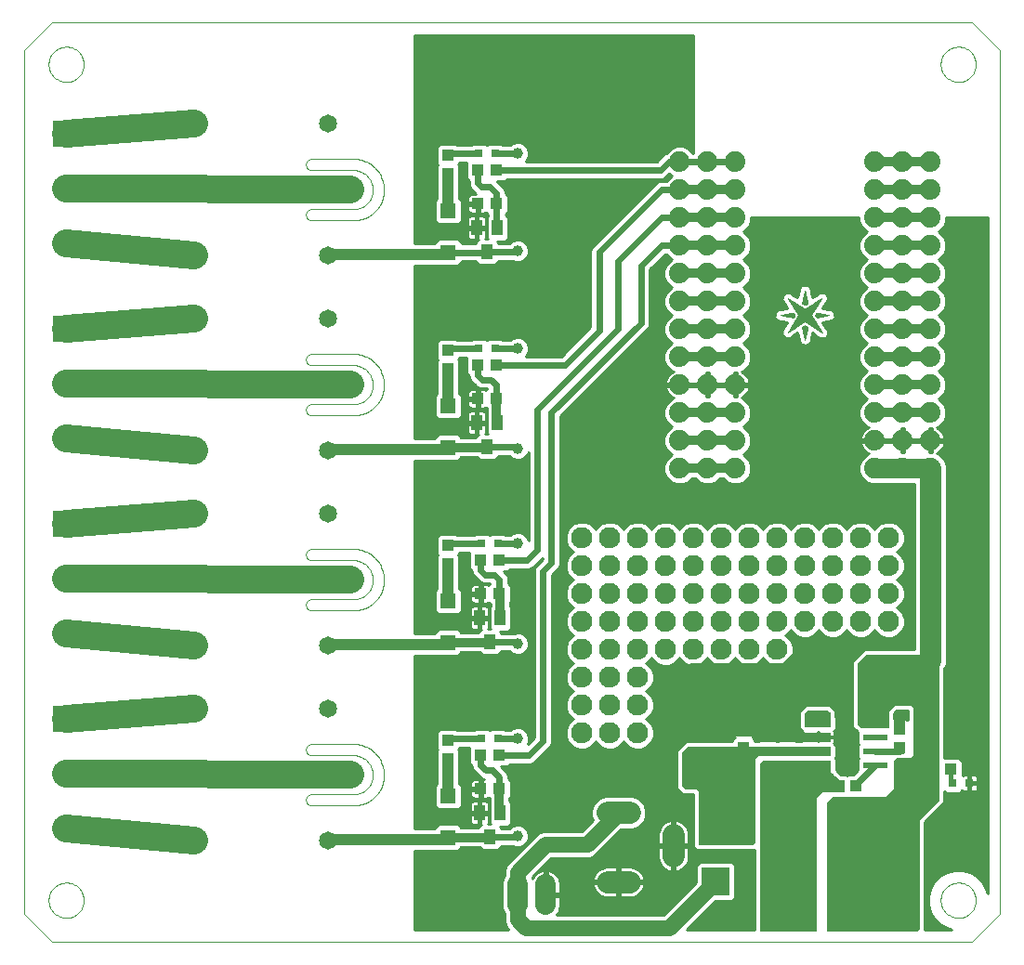
<source format=gtl>
G75*
%MOIN*%
%OFA0B0*%
%FSLAX24Y24*%
%IPPOS*%
%LPD*%
%AMOC8*
5,1,8,0,0,1.08239X$1,22.5*
%
%ADD10C,0.0000*%
%ADD11C,0.0010*%
%ADD12C,0.0650*%
%ADD13R,0.0950X0.0950*%
%ADD14C,0.0950*%
%ADD15R,0.0315X0.0315*%
%ADD16R,0.0394X0.0433*%
%ADD17R,0.0433X0.0394*%
%ADD18C,0.0740*%
%ADD19C,0.0740*%
%ADD20C,0.0787*%
%ADD21R,0.0394X0.0551*%
%ADD22R,0.0551X0.0551*%
%ADD23R,0.0551X0.1181*%
%ADD24R,0.1181X0.0551*%
%ADD25R,0.1000X0.1000*%
%ADD26R,0.0866X0.0236*%
%ADD27R,0.1575X0.2126*%
%ADD28C,0.0100*%
%ADD29C,0.0396*%
%ADD30C,0.0001*%
%ADD31C,0.0400*%
%ADD32C,0.0700*%
%ADD33C,0.0560*%
%ADD34C,0.0360*%
%ADD35C,0.0760*%
%ADD36C,0.0240*%
%ADD37C,0.0320*%
%ADD38C,0.1000*%
%ADD39C,0.0160*%
%ADD40C,0.0120*%
%ADD41C,0.0760*%
D10*
X005333Y004893D02*
X004333Y005893D01*
X004333Y036893D01*
X005333Y037893D01*
X038333Y037893D01*
X039333Y036893D01*
X039333Y005893D01*
X038333Y004893D01*
X005333Y004893D01*
X005203Y006393D02*
X005205Y006443D01*
X005211Y006493D01*
X005221Y006542D01*
X005235Y006590D01*
X005252Y006637D01*
X005273Y006682D01*
X005298Y006726D01*
X005326Y006767D01*
X005358Y006806D01*
X005392Y006843D01*
X005429Y006877D01*
X005469Y006907D01*
X005511Y006934D01*
X005555Y006958D01*
X005601Y006979D01*
X005648Y006995D01*
X005696Y007008D01*
X005746Y007017D01*
X005795Y007022D01*
X005846Y007023D01*
X005896Y007020D01*
X005945Y007013D01*
X005994Y007002D01*
X006042Y006987D01*
X006088Y006969D01*
X006133Y006947D01*
X006176Y006921D01*
X006217Y006892D01*
X006256Y006860D01*
X006292Y006825D01*
X006324Y006787D01*
X006354Y006747D01*
X006381Y006704D01*
X006404Y006660D01*
X006423Y006614D01*
X006439Y006566D01*
X006451Y006517D01*
X006459Y006468D01*
X006463Y006418D01*
X006463Y006368D01*
X006459Y006318D01*
X006451Y006269D01*
X006439Y006220D01*
X006423Y006172D01*
X006404Y006126D01*
X006381Y006082D01*
X006354Y006039D01*
X006324Y005999D01*
X006292Y005961D01*
X006256Y005926D01*
X006217Y005894D01*
X006176Y005865D01*
X006133Y005839D01*
X006088Y005817D01*
X006042Y005799D01*
X005994Y005784D01*
X005945Y005773D01*
X005896Y005766D01*
X005846Y005763D01*
X005795Y005764D01*
X005746Y005769D01*
X005696Y005778D01*
X005648Y005791D01*
X005601Y005807D01*
X005555Y005828D01*
X005511Y005852D01*
X005469Y005879D01*
X005429Y005909D01*
X005392Y005943D01*
X005358Y005980D01*
X005326Y006019D01*
X005298Y006060D01*
X005273Y006104D01*
X005252Y006149D01*
X005235Y006196D01*
X005221Y006244D01*
X005211Y006293D01*
X005205Y006343D01*
X005203Y006393D01*
X014633Y009793D02*
X016133Y009793D01*
X016133Y010193D02*
X014633Y010193D01*
X014606Y010191D01*
X014579Y010186D01*
X014553Y010176D01*
X014529Y010164D01*
X014507Y010148D01*
X014487Y010130D01*
X014470Y010108D01*
X014455Y010085D01*
X014445Y010060D01*
X014437Y010034D01*
X014433Y010007D01*
X014433Y009979D01*
X014437Y009952D01*
X014445Y009926D01*
X014455Y009901D01*
X014470Y009878D01*
X014487Y009856D01*
X014507Y009838D01*
X014529Y009822D01*
X014553Y009810D01*
X014579Y009800D01*
X014606Y009795D01*
X014633Y009793D01*
X016233Y011993D02*
X016298Y011985D01*
X016362Y011973D01*
X016425Y011957D01*
X016487Y011938D01*
X016548Y011915D01*
X016608Y011888D01*
X016666Y011858D01*
X016722Y011825D01*
X016776Y011788D01*
X016827Y011748D01*
X016877Y011706D01*
X016923Y011660D01*
X016967Y011612D01*
X017008Y011561D01*
X017046Y011508D01*
X017081Y011453D01*
X017112Y011396D01*
X017140Y011337D01*
X017164Y011276D01*
X017185Y011214D01*
X017202Y011151D01*
X017216Y011088D01*
X017225Y011023D01*
X017231Y010958D01*
X017233Y010893D01*
X017231Y010829D01*
X017226Y010765D01*
X017216Y010702D01*
X017203Y010639D01*
X017187Y010578D01*
X017167Y010517D01*
X017143Y010457D01*
X017116Y010399D01*
X017086Y010343D01*
X017052Y010289D01*
X017015Y010236D01*
X016976Y010186D01*
X016933Y010138D01*
X016888Y010093D01*
X016840Y010050D01*
X016790Y010011D01*
X016737Y009974D01*
X016683Y009940D01*
X016627Y009910D01*
X016569Y009883D01*
X016509Y009859D01*
X016448Y009839D01*
X016387Y009823D01*
X016324Y009810D01*
X016261Y009800D01*
X016197Y009795D01*
X016133Y009793D01*
X016133Y010193D02*
X016183Y010195D01*
X016233Y010200D01*
X016282Y010209D01*
X016330Y010221D01*
X016378Y010237D01*
X016424Y010256D01*
X016468Y010279D01*
X016511Y010304D01*
X016552Y010333D01*
X016591Y010364D01*
X016628Y010398D01*
X016662Y010435D01*
X016693Y010474D01*
X016722Y010515D01*
X016747Y010558D01*
X016770Y010602D01*
X016789Y010648D01*
X016805Y010696D01*
X016817Y010744D01*
X016826Y010793D01*
X016831Y010843D01*
X016833Y010893D01*
X016831Y010943D01*
X016826Y010993D01*
X016817Y011042D01*
X016805Y011090D01*
X016789Y011138D01*
X016770Y011184D01*
X016747Y011228D01*
X016722Y011271D01*
X016693Y011312D01*
X016662Y011351D01*
X016628Y011388D01*
X016591Y011422D01*
X016552Y011453D01*
X016511Y011482D01*
X016468Y011507D01*
X016424Y011530D01*
X016378Y011549D01*
X016330Y011565D01*
X016282Y011577D01*
X016233Y011586D01*
X016183Y011591D01*
X016133Y011593D01*
X014633Y011593D01*
X014606Y011595D01*
X014579Y011600D01*
X014553Y011610D01*
X014529Y011622D01*
X014507Y011638D01*
X014487Y011656D01*
X014470Y011678D01*
X014455Y011701D01*
X014445Y011726D01*
X014437Y011752D01*
X014433Y011779D01*
X014433Y011807D01*
X014437Y011834D01*
X014445Y011860D01*
X014455Y011885D01*
X014470Y011908D01*
X014487Y011930D01*
X014507Y011948D01*
X014529Y011964D01*
X014553Y011976D01*
X014579Y011986D01*
X014606Y011991D01*
X014633Y011993D01*
X016233Y011993D01*
X016133Y016793D02*
X014633Y016793D01*
X014606Y016795D01*
X014579Y016800D01*
X014553Y016810D01*
X014529Y016822D01*
X014507Y016838D01*
X014487Y016856D01*
X014470Y016878D01*
X014455Y016901D01*
X014445Y016926D01*
X014437Y016952D01*
X014433Y016979D01*
X014433Y017007D01*
X014437Y017034D01*
X014445Y017060D01*
X014455Y017085D01*
X014470Y017108D01*
X014487Y017130D01*
X014507Y017148D01*
X014529Y017164D01*
X014553Y017176D01*
X014579Y017186D01*
X014606Y017191D01*
X014633Y017193D01*
X016133Y017193D01*
X016133Y016793D02*
X016197Y016795D01*
X016261Y016800D01*
X016324Y016810D01*
X016387Y016823D01*
X016448Y016839D01*
X016509Y016859D01*
X016569Y016883D01*
X016627Y016910D01*
X016683Y016940D01*
X016737Y016974D01*
X016790Y017011D01*
X016840Y017050D01*
X016888Y017093D01*
X016933Y017138D01*
X016976Y017186D01*
X017015Y017236D01*
X017052Y017289D01*
X017086Y017343D01*
X017116Y017399D01*
X017143Y017457D01*
X017167Y017517D01*
X017187Y017578D01*
X017203Y017639D01*
X017216Y017702D01*
X017226Y017765D01*
X017231Y017829D01*
X017233Y017893D01*
X016833Y017893D02*
X016831Y017843D01*
X016826Y017793D01*
X016817Y017744D01*
X016805Y017696D01*
X016789Y017648D01*
X016770Y017602D01*
X016747Y017558D01*
X016722Y017515D01*
X016693Y017474D01*
X016662Y017435D01*
X016628Y017398D01*
X016591Y017364D01*
X016552Y017333D01*
X016511Y017304D01*
X016468Y017279D01*
X016424Y017256D01*
X016378Y017237D01*
X016330Y017221D01*
X016282Y017209D01*
X016233Y017200D01*
X016183Y017195D01*
X016133Y017193D01*
X016833Y017893D02*
X016831Y017943D01*
X016826Y017993D01*
X016817Y018042D01*
X016805Y018090D01*
X016789Y018138D01*
X016770Y018184D01*
X016747Y018228D01*
X016722Y018271D01*
X016693Y018312D01*
X016662Y018351D01*
X016628Y018388D01*
X016591Y018422D01*
X016552Y018453D01*
X016511Y018482D01*
X016468Y018507D01*
X016424Y018530D01*
X016378Y018549D01*
X016330Y018565D01*
X016282Y018577D01*
X016233Y018586D01*
X016183Y018591D01*
X016133Y018593D01*
X014633Y018593D01*
X014606Y018595D01*
X014579Y018600D01*
X014553Y018610D01*
X014529Y018622D01*
X014507Y018638D01*
X014487Y018656D01*
X014470Y018678D01*
X014455Y018701D01*
X014445Y018726D01*
X014437Y018752D01*
X014433Y018779D01*
X014433Y018807D01*
X014437Y018834D01*
X014445Y018860D01*
X014455Y018885D01*
X014470Y018908D01*
X014487Y018930D01*
X014507Y018948D01*
X014529Y018964D01*
X014553Y018976D01*
X014579Y018986D01*
X014606Y018991D01*
X014633Y018993D01*
X016233Y018993D01*
X016298Y018985D01*
X016362Y018973D01*
X016425Y018957D01*
X016487Y018938D01*
X016548Y018915D01*
X016608Y018888D01*
X016666Y018858D01*
X016722Y018825D01*
X016776Y018788D01*
X016827Y018748D01*
X016877Y018706D01*
X016923Y018660D01*
X016967Y018612D01*
X017008Y018561D01*
X017046Y018508D01*
X017081Y018453D01*
X017112Y018396D01*
X017140Y018337D01*
X017164Y018276D01*
X017185Y018214D01*
X017202Y018151D01*
X017216Y018088D01*
X017225Y018023D01*
X017231Y017958D01*
X017233Y017893D01*
X016133Y023793D02*
X014633Y023793D01*
X014606Y023795D01*
X014579Y023800D01*
X014553Y023810D01*
X014529Y023822D01*
X014507Y023838D01*
X014487Y023856D01*
X014470Y023878D01*
X014455Y023901D01*
X014445Y023926D01*
X014437Y023952D01*
X014433Y023979D01*
X014433Y024007D01*
X014437Y024034D01*
X014445Y024060D01*
X014455Y024085D01*
X014470Y024108D01*
X014487Y024130D01*
X014507Y024148D01*
X014529Y024164D01*
X014553Y024176D01*
X014579Y024186D01*
X014606Y024191D01*
X014633Y024193D01*
X016133Y024193D01*
X016133Y023793D02*
X016197Y023795D01*
X016261Y023800D01*
X016324Y023810D01*
X016387Y023823D01*
X016448Y023839D01*
X016509Y023859D01*
X016569Y023883D01*
X016627Y023910D01*
X016683Y023940D01*
X016737Y023974D01*
X016790Y024011D01*
X016840Y024050D01*
X016888Y024093D01*
X016933Y024138D01*
X016976Y024186D01*
X017015Y024236D01*
X017052Y024289D01*
X017086Y024343D01*
X017116Y024399D01*
X017143Y024457D01*
X017167Y024517D01*
X017187Y024578D01*
X017203Y024639D01*
X017216Y024702D01*
X017226Y024765D01*
X017231Y024829D01*
X017233Y024893D01*
X016833Y024893D02*
X016831Y024843D01*
X016826Y024793D01*
X016817Y024744D01*
X016805Y024696D01*
X016789Y024648D01*
X016770Y024602D01*
X016747Y024558D01*
X016722Y024515D01*
X016693Y024474D01*
X016662Y024435D01*
X016628Y024398D01*
X016591Y024364D01*
X016552Y024333D01*
X016511Y024304D01*
X016468Y024279D01*
X016424Y024256D01*
X016378Y024237D01*
X016330Y024221D01*
X016282Y024209D01*
X016233Y024200D01*
X016183Y024195D01*
X016133Y024193D01*
X016833Y024893D02*
X016831Y024943D01*
X016826Y024993D01*
X016817Y025042D01*
X016805Y025090D01*
X016789Y025138D01*
X016770Y025184D01*
X016747Y025228D01*
X016722Y025271D01*
X016693Y025312D01*
X016662Y025351D01*
X016628Y025388D01*
X016591Y025422D01*
X016552Y025453D01*
X016511Y025482D01*
X016468Y025507D01*
X016424Y025530D01*
X016378Y025549D01*
X016330Y025565D01*
X016282Y025577D01*
X016233Y025586D01*
X016183Y025591D01*
X016133Y025593D01*
X014633Y025593D01*
X014606Y025595D01*
X014579Y025600D01*
X014553Y025610D01*
X014529Y025622D01*
X014507Y025638D01*
X014487Y025656D01*
X014470Y025678D01*
X014455Y025701D01*
X014445Y025726D01*
X014437Y025752D01*
X014433Y025779D01*
X014433Y025807D01*
X014437Y025834D01*
X014445Y025860D01*
X014455Y025885D01*
X014470Y025908D01*
X014487Y025930D01*
X014507Y025948D01*
X014529Y025964D01*
X014553Y025976D01*
X014579Y025986D01*
X014606Y025991D01*
X014633Y025993D01*
X016233Y025993D01*
X016298Y025985D01*
X016362Y025973D01*
X016425Y025957D01*
X016487Y025938D01*
X016548Y025915D01*
X016608Y025888D01*
X016666Y025858D01*
X016722Y025825D01*
X016776Y025788D01*
X016827Y025748D01*
X016877Y025706D01*
X016923Y025660D01*
X016967Y025612D01*
X017008Y025561D01*
X017046Y025508D01*
X017081Y025453D01*
X017112Y025396D01*
X017140Y025337D01*
X017164Y025276D01*
X017185Y025214D01*
X017202Y025151D01*
X017216Y025088D01*
X017225Y025023D01*
X017231Y024958D01*
X017233Y024893D01*
X016133Y030793D02*
X014633Y030793D01*
X014606Y030795D01*
X014579Y030800D01*
X014553Y030810D01*
X014529Y030822D01*
X014507Y030838D01*
X014487Y030856D01*
X014470Y030878D01*
X014455Y030901D01*
X014445Y030926D01*
X014437Y030952D01*
X014433Y030979D01*
X014433Y031007D01*
X014437Y031034D01*
X014445Y031060D01*
X014455Y031085D01*
X014470Y031108D01*
X014487Y031130D01*
X014507Y031148D01*
X014529Y031164D01*
X014553Y031176D01*
X014579Y031186D01*
X014606Y031191D01*
X014633Y031193D01*
X016133Y031193D01*
X016133Y030793D02*
X016197Y030795D01*
X016261Y030800D01*
X016324Y030810D01*
X016387Y030823D01*
X016448Y030839D01*
X016509Y030859D01*
X016569Y030883D01*
X016627Y030910D01*
X016683Y030940D01*
X016737Y030974D01*
X016790Y031011D01*
X016840Y031050D01*
X016888Y031093D01*
X016933Y031138D01*
X016976Y031186D01*
X017015Y031236D01*
X017052Y031289D01*
X017086Y031343D01*
X017116Y031399D01*
X017143Y031457D01*
X017167Y031517D01*
X017187Y031578D01*
X017203Y031639D01*
X017216Y031702D01*
X017226Y031765D01*
X017231Y031829D01*
X017233Y031893D01*
X016833Y031893D02*
X016831Y031843D01*
X016826Y031793D01*
X016817Y031744D01*
X016805Y031696D01*
X016789Y031648D01*
X016770Y031602D01*
X016747Y031558D01*
X016722Y031515D01*
X016693Y031474D01*
X016662Y031435D01*
X016628Y031398D01*
X016591Y031364D01*
X016552Y031333D01*
X016511Y031304D01*
X016468Y031279D01*
X016424Y031256D01*
X016378Y031237D01*
X016330Y031221D01*
X016282Y031209D01*
X016233Y031200D01*
X016183Y031195D01*
X016133Y031193D01*
X016833Y031893D02*
X016831Y031943D01*
X016826Y031993D01*
X016817Y032042D01*
X016805Y032090D01*
X016789Y032138D01*
X016770Y032184D01*
X016747Y032228D01*
X016722Y032271D01*
X016693Y032312D01*
X016662Y032351D01*
X016628Y032388D01*
X016591Y032422D01*
X016552Y032453D01*
X016511Y032482D01*
X016468Y032507D01*
X016424Y032530D01*
X016378Y032549D01*
X016330Y032565D01*
X016282Y032577D01*
X016233Y032586D01*
X016183Y032591D01*
X016133Y032593D01*
X014633Y032593D01*
X014606Y032595D01*
X014579Y032600D01*
X014553Y032610D01*
X014529Y032622D01*
X014507Y032638D01*
X014487Y032656D01*
X014470Y032678D01*
X014455Y032701D01*
X014445Y032726D01*
X014437Y032752D01*
X014433Y032779D01*
X014433Y032807D01*
X014437Y032834D01*
X014445Y032860D01*
X014455Y032885D01*
X014470Y032908D01*
X014487Y032930D01*
X014507Y032948D01*
X014529Y032964D01*
X014553Y032976D01*
X014579Y032986D01*
X014606Y032991D01*
X014633Y032993D01*
X016233Y032993D01*
X016298Y032985D01*
X016362Y032973D01*
X016425Y032957D01*
X016487Y032938D01*
X016548Y032915D01*
X016608Y032888D01*
X016666Y032858D01*
X016722Y032825D01*
X016776Y032788D01*
X016827Y032748D01*
X016877Y032706D01*
X016923Y032660D01*
X016967Y032612D01*
X017008Y032561D01*
X017046Y032508D01*
X017081Y032453D01*
X017112Y032396D01*
X017140Y032337D01*
X017164Y032276D01*
X017185Y032214D01*
X017202Y032151D01*
X017216Y032088D01*
X017225Y032023D01*
X017231Y031958D01*
X017233Y031893D01*
X005203Y036393D02*
X005205Y036443D01*
X005211Y036493D01*
X005221Y036542D01*
X005235Y036590D01*
X005252Y036637D01*
X005273Y036682D01*
X005298Y036726D01*
X005326Y036767D01*
X005358Y036806D01*
X005392Y036843D01*
X005429Y036877D01*
X005469Y036907D01*
X005511Y036934D01*
X005555Y036958D01*
X005601Y036979D01*
X005648Y036995D01*
X005696Y037008D01*
X005746Y037017D01*
X005795Y037022D01*
X005846Y037023D01*
X005896Y037020D01*
X005945Y037013D01*
X005994Y037002D01*
X006042Y036987D01*
X006088Y036969D01*
X006133Y036947D01*
X006176Y036921D01*
X006217Y036892D01*
X006256Y036860D01*
X006292Y036825D01*
X006324Y036787D01*
X006354Y036747D01*
X006381Y036704D01*
X006404Y036660D01*
X006423Y036614D01*
X006439Y036566D01*
X006451Y036517D01*
X006459Y036468D01*
X006463Y036418D01*
X006463Y036368D01*
X006459Y036318D01*
X006451Y036269D01*
X006439Y036220D01*
X006423Y036172D01*
X006404Y036126D01*
X006381Y036082D01*
X006354Y036039D01*
X006324Y035999D01*
X006292Y035961D01*
X006256Y035926D01*
X006217Y035894D01*
X006176Y035865D01*
X006133Y035839D01*
X006088Y035817D01*
X006042Y035799D01*
X005994Y035784D01*
X005945Y035773D01*
X005896Y035766D01*
X005846Y035763D01*
X005795Y035764D01*
X005746Y035769D01*
X005696Y035778D01*
X005648Y035791D01*
X005601Y035807D01*
X005555Y035828D01*
X005511Y035852D01*
X005469Y035879D01*
X005429Y035909D01*
X005392Y035943D01*
X005358Y035980D01*
X005326Y036019D01*
X005298Y036060D01*
X005273Y036104D01*
X005252Y036149D01*
X005235Y036196D01*
X005221Y036244D01*
X005211Y036293D01*
X005205Y036343D01*
X005203Y036393D01*
X027333Y013993D02*
X028233Y014893D01*
X031533Y014893D01*
X032333Y015693D01*
X033633Y015693D01*
X033933Y015393D01*
X033933Y013493D01*
X033833Y013393D01*
X032333Y013393D01*
X032133Y013193D01*
X032133Y012493D01*
X032233Y012393D01*
X033233Y012393D01*
X033233Y012093D01*
X030633Y012093D01*
X030433Y012293D01*
X029833Y012293D01*
X029633Y012093D01*
X027433Y012093D01*
X027333Y012193D01*
X027333Y013993D01*
X027733Y013793D02*
X028933Y013793D01*
X028933Y012393D01*
X027733Y012393D01*
X027733Y013793D01*
X028133Y011893D02*
X033233Y011893D01*
X033233Y011593D01*
X030633Y011593D01*
X030533Y011493D01*
X030533Y008493D01*
X030433Y008393D01*
X028533Y008393D01*
X028533Y010293D01*
X028433Y010393D01*
X028033Y010393D01*
X027933Y010493D01*
X027933Y011693D01*
X028133Y011893D01*
X030733Y011293D02*
X030833Y011393D01*
X033233Y011393D01*
X033233Y010993D01*
X033533Y010693D01*
X033733Y010693D01*
X033733Y010293D01*
X032933Y010293D01*
X032733Y010093D01*
X032733Y005293D01*
X030733Y005293D01*
X030733Y011293D01*
X032333Y012643D02*
X032333Y013093D01*
X032433Y013193D01*
X033133Y013193D01*
X033233Y013093D01*
X033233Y012643D01*
X032333Y012643D01*
X034233Y012693D02*
X034233Y014893D01*
X034533Y015193D01*
X036733Y015193D01*
X037133Y014793D01*
X037133Y009993D01*
X036433Y009293D01*
X036433Y005393D01*
X036333Y005293D01*
X033133Y005293D01*
X033133Y009893D01*
X033333Y010093D01*
X035233Y010093D01*
X035533Y010393D01*
X035533Y011393D01*
X035633Y011493D01*
X036133Y011493D01*
X036233Y011593D01*
X036233Y013293D01*
X036133Y013393D01*
X035533Y013393D01*
X035333Y013193D01*
X035333Y012593D01*
X034333Y012593D01*
X034233Y012693D01*
X037203Y006393D02*
X037205Y006443D01*
X037211Y006493D01*
X037221Y006542D01*
X037235Y006590D01*
X037252Y006637D01*
X037273Y006682D01*
X037298Y006726D01*
X037326Y006767D01*
X037358Y006806D01*
X037392Y006843D01*
X037429Y006877D01*
X037469Y006907D01*
X037511Y006934D01*
X037555Y006958D01*
X037601Y006979D01*
X037648Y006995D01*
X037696Y007008D01*
X037746Y007017D01*
X037795Y007022D01*
X037846Y007023D01*
X037896Y007020D01*
X037945Y007013D01*
X037994Y007002D01*
X038042Y006987D01*
X038088Y006969D01*
X038133Y006947D01*
X038176Y006921D01*
X038217Y006892D01*
X038256Y006860D01*
X038292Y006825D01*
X038324Y006787D01*
X038354Y006747D01*
X038381Y006704D01*
X038404Y006660D01*
X038423Y006614D01*
X038439Y006566D01*
X038451Y006517D01*
X038459Y006468D01*
X038463Y006418D01*
X038463Y006368D01*
X038459Y006318D01*
X038451Y006269D01*
X038439Y006220D01*
X038423Y006172D01*
X038404Y006126D01*
X038381Y006082D01*
X038354Y006039D01*
X038324Y005999D01*
X038292Y005961D01*
X038256Y005926D01*
X038217Y005894D01*
X038176Y005865D01*
X038133Y005839D01*
X038088Y005817D01*
X038042Y005799D01*
X037994Y005784D01*
X037945Y005773D01*
X037896Y005766D01*
X037846Y005763D01*
X037795Y005764D01*
X037746Y005769D01*
X037696Y005778D01*
X037648Y005791D01*
X037601Y005807D01*
X037555Y005828D01*
X037511Y005852D01*
X037469Y005879D01*
X037429Y005909D01*
X037392Y005943D01*
X037358Y005980D01*
X037326Y006019D01*
X037298Y006060D01*
X037273Y006104D01*
X037252Y006149D01*
X037235Y006196D01*
X037221Y006244D01*
X037211Y006293D01*
X037205Y006343D01*
X037203Y006393D01*
X037203Y036393D02*
X037205Y036443D01*
X037211Y036493D01*
X037221Y036542D01*
X037235Y036590D01*
X037252Y036637D01*
X037273Y036682D01*
X037298Y036726D01*
X037326Y036767D01*
X037358Y036806D01*
X037392Y036843D01*
X037429Y036877D01*
X037469Y036907D01*
X037511Y036934D01*
X037555Y036958D01*
X037601Y036979D01*
X037648Y036995D01*
X037696Y037008D01*
X037746Y037017D01*
X037795Y037022D01*
X037846Y037023D01*
X037896Y037020D01*
X037945Y037013D01*
X037994Y037002D01*
X038042Y036987D01*
X038088Y036969D01*
X038133Y036947D01*
X038176Y036921D01*
X038217Y036892D01*
X038256Y036860D01*
X038292Y036825D01*
X038324Y036787D01*
X038354Y036747D01*
X038381Y036704D01*
X038404Y036660D01*
X038423Y036614D01*
X038439Y036566D01*
X038451Y036517D01*
X038459Y036468D01*
X038463Y036418D01*
X038463Y036368D01*
X038459Y036318D01*
X038451Y036269D01*
X038439Y036220D01*
X038423Y036172D01*
X038404Y036126D01*
X038381Y036082D01*
X038354Y036039D01*
X038324Y035999D01*
X038292Y035961D01*
X038256Y035926D01*
X038217Y035894D01*
X038176Y035865D01*
X038133Y035839D01*
X038088Y035817D01*
X038042Y035799D01*
X037994Y035784D01*
X037945Y035773D01*
X037896Y035766D01*
X037846Y035763D01*
X037795Y035764D01*
X037746Y035769D01*
X037696Y035778D01*
X037648Y035791D01*
X037601Y035807D01*
X037555Y035828D01*
X037511Y035852D01*
X037469Y035879D01*
X037429Y035909D01*
X037392Y035943D01*
X037358Y035980D01*
X037326Y036019D01*
X037298Y036060D01*
X037273Y036104D01*
X037252Y036149D01*
X037235Y036196D01*
X037221Y036244D01*
X037211Y036293D01*
X037205Y036343D01*
X037203Y036393D01*
D11*
X032933Y028003D02*
X032333Y027613D01*
X031723Y027993D01*
X032103Y027393D01*
X031723Y026773D01*
X032333Y027173D01*
X032953Y026763D01*
X032553Y027393D01*
X032933Y028003D01*
X032929Y027997D02*
X032923Y027997D01*
X032924Y027988D02*
X032910Y027988D01*
X032918Y027980D02*
X032897Y027980D01*
X032884Y027971D02*
X032913Y027971D01*
X032908Y027963D02*
X032871Y027963D01*
X032858Y027954D02*
X032903Y027954D01*
X032897Y027946D02*
X032845Y027946D01*
X032832Y027937D02*
X032892Y027937D01*
X032887Y027929D02*
X032819Y027929D01*
X032806Y027920D02*
X032881Y027920D01*
X032876Y027912D02*
X032792Y027912D01*
X032779Y027903D02*
X032871Y027903D01*
X032865Y027895D02*
X032766Y027895D01*
X032753Y027886D02*
X032860Y027886D01*
X032855Y027878D02*
X032740Y027878D01*
X032727Y027869D02*
X032850Y027869D01*
X032844Y027861D02*
X032714Y027861D01*
X032701Y027852D02*
X032839Y027852D01*
X032834Y027844D02*
X032688Y027844D01*
X032675Y027835D02*
X032828Y027835D01*
X032823Y027827D02*
X032662Y027827D01*
X032649Y027818D02*
X032818Y027818D01*
X032813Y027810D02*
X032635Y027810D01*
X032622Y027801D02*
X032807Y027801D01*
X032802Y027793D02*
X032609Y027793D01*
X032596Y027784D02*
X032797Y027784D01*
X032791Y027776D02*
X032583Y027776D01*
X032570Y027767D02*
X032786Y027767D01*
X032781Y027759D02*
X032557Y027759D01*
X032544Y027750D02*
X032775Y027750D01*
X032770Y027742D02*
X032531Y027742D01*
X032518Y027733D02*
X032765Y027733D01*
X032760Y027725D02*
X032505Y027725D01*
X032492Y027716D02*
X032754Y027716D01*
X032749Y027708D02*
X032479Y027708D01*
X032465Y027699D02*
X032744Y027699D01*
X032738Y027691D02*
X032452Y027691D01*
X032439Y027682D02*
X032733Y027682D01*
X032728Y027674D02*
X032426Y027674D01*
X032413Y027665D02*
X032722Y027665D01*
X032717Y027657D02*
X032400Y027657D01*
X032387Y027648D02*
X032712Y027648D01*
X032707Y027640D02*
X032374Y027640D01*
X032361Y027631D02*
X032701Y027631D01*
X032696Y027623D02*
X032348Y027623D01*
X032335Y027614D02*
X032691Y027614D01*
X032685Y027606D02*
X031968Y027606D01*
X031963Y027614D02*
X032331Y027614D01*
X032317Y027623D02*
X031957Y027623D01*
X031952Y027631D02*
X032304Y027631D01*
X032290Y027640D02*
X031947Y027640D01*
X031941Y027648D02*
X032277Y027648D01*
X032263Y027657D02*
X031936Y027657D01*
X031931Y027665D02*
X032249Y027665D01*
X032236Y027674D02*
X031925Y027674D01*
X031920Y027682D02*
X032222Y027682D01*
X032208Y027691D02*
X031914Y027691D01*
X031909Y027699D02*
X032195Y027699D01*
X032181Y027708D02*
X031904Y027708D01*
X031898Y027716D02*
X032167Y027716D01*
X032154Y027725D02*
X031893Y027725D01*
X031888Y027733D02*
X032140Y027733D01*
X032126Y027742D02*
X031882Y027742D01*
X031877Y027750D02*
X032113Y027750D01*
X032099Y027759D02*
X031871Y027759D01*
X031866Y027767D02*
X032085Y027767D01*
X032072Y027776D02*
X031861Y027776D01*
X031855Y027784D02*
X032058Y027784D01*
X032045Y027793D02*
X031850Y027793D01*
X031844Y027801D02*
X032031Y027801D01*
X032017Y027810D02*
X031839Y027810D01*
X031834Y027818D02*
X032004Y027818D01*
X031990Y027827D02*
X031828Y027827D01*
X031823Y027835D02*
X031976Y027835D01*
X031963Y027844D02*
X031818Y027844D01*
X031812Y027852D02*
X031949Y027852D01*
X031935Y027861D02*
X031807Y027861D01*
X031801Y027869D02*
X031922Y027869D01*
X031908Y027878D02*
X031796Y027878D01*
X031791Y027886D02*
X031894Y027886D01*
X031881Y027895D02*
X031785Y027895D01*
X031780Y027903D02*
X031867Y027903D01*
X031854Y027912D02*
X031774Y027912D01*
X031769Y027920D02*
X031840Y027920D01*
X031826Y027929D02*
X031764Y027929D01*
X031758Y027937D02*
X031813Y027937D01*
X031799Y027946D02*
X031753Y027946D01*
X031748Y027954D02*
X031785Y027954D01*
X031772Y027963D02*
X031742Y027963D01*
X031737Y027971D02*
X031758Y027971D01*
X031744Y027980D02*
X031731Y027980D01*
X031731Y027988D02*
X031726Y027988D01*
X031974Y027597D02*
X032680Y027597D01*
X032675Y027589D02*
X031979Y027589D01*
X031984Y027580D02*
X032670Y027580D01*
X032664Y027572D02*
X031990Y027572D01*
X031995Y027563D02*
X032659Y027563D01*
X032654Y027555D02*
X032001Y027555D01*
X032006Y027546D02*
X032648Y027546D01*
X032643Y027538D02*
X032011Y027538D01*
X032017Y027529D02*
X032638Y027529D01*
X032632Y027521D02*
X032022Y027521D01*
X032027Y027512D02*
X032627Y027512D01*
X032622Y027504D02*
X032033Y027504D01*
X032038Y027495D02*
X032617Y027495D01*
X032611Y027487D02*
X032044Y027487D01*
X032049Y027478D02*
X032606Y027478D01*
X032601Y027470D02*
X032054Y027470D01*
X032060Y027461D02*
X032595Y027461D01*
X032590Y027453D02*
X032065Y027453D01*
X032071Y027444D02*
X032585Y027444D01*
X032580Y027436D02*
X032076Y027436D01*
X032081Y027427D02*
X032574Y027427D01*
X032569Y027419D02*
X032087Y027419D01*
X032092Y027410D02*
X032564Y027410D01*
X032558Y027402D02*
X032097Y027402D01*
X032103Y027393D02*
X032553Y027393D01*
X032558Y027385D02*
X032098Y027385D01*
X032093Y027376D02*
X032564Y027376D01*
X032569Y027368D02*
X032087Y027368D01*
X032082Y027359D02*
X032574Y027359D01*
X032580Y027351D02*
X032077Y027351D01*
X032072Y027342D02*
X032585Y027342D01*
X032591Y027334D02*
X032067Y027334D01*
X032061Y027325D02*
X032596Y027325D01*
X032601Y027317D02*
X032056Y027317D01*
X032051Y027308D02*
X032607Y027308D01*
X032612Y027300D02*
X032046Y027300D01*
X032041Y027291D02*
X032618Y027291D01*
X032623Y027283D02*
X032035Y027283D01*
X032030Y027274D02*
X032628Y027274D01*
X032634Y027266D02*
X032025Y027266D01*
X032020Y027257D02*
X032639Y027257D01*
X032645Y027249D02*
X032014Y027249D01*
X032009Y027240D02*
X032650Y027240D01*
X032655Y027232D02*
X032004Y027232D01*
X031999Y027223D02*
X032661Y027223D01*
X032666Y027215D02*
X031994Y027215D01*
X031988Y027206D02*
X032672Y027206D01*
X032677Y027198D02*
X031983Y027198D01*
X031978Y027189D02*
X032682Y027189D01*
X032688Y027181D02*
X031973Y027181D01*
X031968Y027172D02*
X032332Y027172D01*
X032334Y027172D02*
X032693Y027172D01*
X032699Y027164D02*
X032347Y027164D01*
X032360Y027155D02*
X032704Y027155D01*
X032709Y027147D02*
X032373Y027147D01*
X032386Y027138D02*
X032715Y027138D01*
X032720Y027130D02*
X032399Y027130D01*
X032411Y027121D02*
X032726Y027121D01*
X032731Y027113D02*
X032424Y027113D01*
X032437Y027104D02*
X032736Y027104D01*
X032742Y027096D02*
X032450Y027096D01*
X032463Y027087D02*
X032747Y027087D01*
X032753Y027079D02*
X032476Y027079D01*
X032488Y027070D02*
X032758Y027070D01*
X032763Y027062D02*
X032501Y027062D01*
X032514Y027053D02*
X032769Y027053D01*
X032774Y027045D02*
X032527Y027045D01*
X032540Y027036D02*
X032780Y027036D01*
X032785Y027028D02*
X032553Y027028D01*
X032566Y027019D02*
X032790Y027019D01*
X032796Y027011D02*
X032578Y027011D01*
X032591Y027002D02*
X032801Y027002D01*
X032807Y026994D02*
X032604Y026994D01*
X032617Y026985D02*
X032812Y026985D01*
X032817Y026977D02*
X032630Y026977D01*
X032643Y026968D02*
X032823Y026968D01*
X032828Y026960D02*
X032656Y026960D01*
X032668Y026951D02*
X032833Y026951D01*
X032839Y026943D02*
X032681Y026943D01*
X032694Y026934D02*
X032844Y026934D01*
X032850Y026926D02*
X032707Y026926D01*
X032720Y026917D02*
X032855Y026917D01*
X032860Y026909D02*
X032733Y026909D01*
X032746Y026900D02*
X032866Y026900D01*
X032871Y026892D02*
X032758Y026892D01*
X032771Y026883D02*
X032877Y026883D01*
X032882Y026875D02*
X032784Y026875D01*
X032797Y026866D02*
X032887Y026866D01*
X032893Y026858D02*
X032810Y026858D01*
X032823Y026849D02*
X032898Y026849D01*
X032904Y026841D02*
X032836Y026841D01*
X032848Y026832D02*
X032909Y026832D01*
X032914Y026824D02*
X032861Y026824D01*
X032874Y026815D02*
X032920Y026815D01*
X032925Y026807D02*
X032887Y026807D01*
X032900Y026798D02*
X032931Y026798D01*
X032936Y026790D02*
X032913Y026790D01*
X032926Y026781D02*
X032941Y026781D01*
X032938Y026773D02*
X032947Y026773D01*
X032951Y026764D02*
X032952Y026764D01*
X032820Y027317D02*
X032744Y027317D01*
X032750Y027308D02*
X032778Y027308D01*
X032753Y027303D02*
X033193Y027393D01*
X032753Y027483D01*
X032693Y027393D01*
X032753Y027303D01*
X032738Y027325D02*
X032861Y027325D01*
X032903Y027334D02*
X032733Y027334D01*
X032727Y027342D02*
X032944Y027342D01*
X032986Y027351D02*
X032721Y027351D01*
X032716Y027359D02*
X033027Y027359D01*
X033069Y027368D02*
X032710Y027368D01*
X032704Y027376D02*
X033111Y027376D01*
X033109Y027410D02*
X032704Y027410D01*
X032699Y027402D02*
X033151Y027402D01*
X033152Y027385D02*
X032699Y027385D01*
X032693Y027393D02*
X033192Y027393D01*
X033068Y027419D02*
X032710Y027419D01*
X032716Y027427D02*
X033026Y027427D01*
X032984Y027436D02*
X032721Y027436D01*
X032727Y027444D02*
X032943Y027444D01*
X032901Y027453D02*
X032733Y027453D01*
X032738Y027461D02*
X032860Y027461D01*
X032818Y027470D02*
X032744Y027470D01*
X032750Y027478D02*
X032777Y027478D01*
X032433Y027813D02*
X032333Y028273D01*
X032233Y027813D01*
X032333Y027753D01*
X032433Y027813D01*
X032432Y027818D02*
X032234Y027818D01*
X032236Y027827D02*
X032430Y027827D01*
X032428Y027835D02*
X032238Y027835D01*
X032240Y027844D02*
X032426Y027844D01*
X032424Y027852D02*
X032241Y027852D01*
X032243Y027861D02*
X032423Y027861D01*
X032421Y027869D02*
X032245Y027869D01*
X032247Y027878D02*
X032419Y027878D01*
X032417Y027886D02*
X032249Y027886D01*
X032251Y027895D02*
X032415Y027895D01*
X032413Y027903D02*
X032253Y027903D01*
X032254Y027912D02*
X032411Y027912D01*
X032410Y027920D02*
X032256Y027920D01*
X032258Y027929D02*
X032408Y027929D01*
X032406Y027937D02*
X032260Y027937D01*
X032262Y027946D02*
X032404Y027946D01*
X032402Y027954D02*
X032264Y027954D01*
X032265Y027963D02*
X032400Y027963D01*
X032399Y027971D02*
X032267Y027971D01*
X032269Y027980D02*
X032397Y027980D01*
X032395Y027988D02*
X032271Y027988D01*
X032273Y027997D02*
X032393Y027997D01*
X032391Y028005D02*
X032275Y028005D01*
X032277Y028014D02*
X032389Y028014D01*
X032387Y028022D02*
X032278Y028022D01*
X032280Y028031D02*
X032386Y028031D01*
X032384Y028039D02*
X032282Y028039D01*
X032284Y028048D02*
X032382Y028048D01*
X032380Y028056D02*
X032286Y028056D01*
X032288Y028065D02*
X032378Y028065D01*
X032376Y028073D02*
X032289Y028073D01*
X032291Y028082D02*
X032375Y028082D01*
X032373Y028090D02*
X032293Y028090D01*
X032295Y028099D02*
X032371Y028099D01*
X032369Y028107D02*
X032297Y028107D01*
X032299Y028116D02*
X032367Y028116D01*
X032365Y028124D02*
X032301Y028124D01*
X032302Y028133D02*
X032363Y028133D01*
X032362Y028141D02*
X032304Y028141D01*
X032306Y028150D02*
X032360Y028150D01*
X032358Y028158D02*
X032308Y028158D01*
X032310Y028167D02*
X032356Y028167D01*
X032354Y028175D02*
X032312Y028175D01*
X032314Y028184D02*
X032352Y028184D01*
X032351Y028192D02*
X032315Y028192D01*
X032317Y028201D02*
X032349Y028201D01*
X032347Y028209D02*
X032319Y028209D01*
X032321Y028218D02*
X032345Y028218D01*
X032343Y028226D02*
X032323Y028226D01*
X032325Y028235D02*
X032341Y028235D01*
X032339Y028243D02*
X032326Y028243D01*
X032328Y028252D02*
X032338Y028252D01*
X032336Y028260D02*
X032330Y028260D01*
X032332Y028269D02*
X032334Y028269D01*
X032239Y027810D02*
X032427Y027810D01*
X032413Y027801D02*
X032253Y027801D01*
X032267Y027793D02*
X032399Y027793D01*
X032385Y027784D02*
X032281Y027784D01*
X032295Y027776D02*
X032371Y027776D01*
X032357Y027767D02*
X032309Y027767D01*
X032324Y027759D02*
X032342Y027759D01*
X031916Y027478D02*
X031888Y027478D01*
X031913Y027483D02*
X031453Y027393D01*
X031913Y027303D01*
X031973Y027393D01*
X031913Y027483D01*
X031922Y027470D02*
X031845Y027470D01*
X031801Y027461D02*
X031928Y027461D01*
X031933Y027453D02*
X031758Y027453D01*
X031714Y027444D02*
X031939Y027444D01*
X031945Y027436D02*
X031671Y027436D01*
X031627Y027427D02*
X031950Y027427D01*
X031956Y027419D02*
X031584Y027419D01*
X031541Y027410D02*
X031962Y027410D01*
X031967Y027402D02*
X031497Y027402D01*
X031496Y027385D02*
X031967Y027385D01*
X031962Y027376D02*
X031539Y027376D01*
X031583Y027368D02*
X031956Y027368D01*
X031950Y027359D02*
X031626Y027359D01*
X031669Y027351D02*
X031945Y027351D01*
X031939Y027342D02*
X031713Y027342D01*
X031756Y027334D02*
X031933Y027334D01*
X031928Y027325D02*
X031800Y027325D01*
X031843Y027317D02*
X031922Y027317D01*
X031916Y027308D02*
X031887Y027308D01*
X031973Y027393D02*
X031454Y027393D01*
X031926Y027104D02*
X032228Y027104D01*
X032215Y027096D02*
X031921Y027096D01*
X031915Y027087D02*
X032202Y027087D01*
X032189Y027079D02*
X031910Y027079D01*
X031905Y027070D02*
X032176Y027070D01*
X032163Y027062D02*
X031900Y027062D01*
X031895Y027053D02*
X032150Y027053D01*
X032137Y027045D02*
X031889Y027045D01*
X031884Y027036D02*
X032124Y027036D01*
X032111Y027028D02*
X031879Y027028D01*
X031874Y027019D02*
X032098Y027019D01*
X032085Y027011D02*
X031869Y027011D01*
X031863Y027002D02*
X032072Y027002D01*
X032059Y026994D02*
X031858Y026994D01*
X031853Y026985D02*
X032046Y026985D01*
X032033Y026977D02*
X031848Y026977D01*
X031843Y026968D02*
X032021Y026968D01*
X032008Y026960D02*
X031837Y026960D01*
X031832Y026951D02*
X031995Y026951D01*
X031982Y026943D02*
X031827Y026943D01*
X031822Y026934D02*
X031969Y026934D01*
X031956Y026926D02*
X031816Y026926D01*
X031811Y026917D02*
X031943Y026917D01*
X031930Y026909D02*
X031806Y026909D01*
X031801Y026900D02*
X031917Y026900D01*
X031904Y026892D02*
X031796Y026892D01*
X031790Y026883D02*
X031891Y026883D01*
X031878Y026875D02*
X031785Y026875D01*
X031780Y026866D02*
X031865Y026866D01*
X031852Y026858D02*
X031775Y026858D01*
X031770Y026849D02*
X031839Y026849D01*
X031826Y026841D02*
X031764Y026841D01*
X031759Y026832D02*
X031813Y026832D01*
X031800Y026824D02*
X031754Y026824D01*
X031749Y026815D02*
X031787Y026815D01*
X031774Y026807D02*
X031744Y026807D01*
X031738Y026798D02*
X031761Y026798D01*
X031748Y026790D02*
X031733Y026790D01*
X031735Y026781D02*
X031728Y026781D01*
X031931Y027113D02*
X032241Y027113D01*
X032254Y027121D02*
X031936Y027121D01*
X031942Y027130D02*
X032267Y027130D01*
X032280Y027138D02*
X031947Y027138D01*
X031952Y027147D02*
X032293Y027147D01*
X032306Y027155D02*
X031957Y027155D01*
X031962Y027164D02*
X032319Y027164D01*
X032333Y027023D02*
X032233Y026953D01*
X032333Y026513D01*
X032433Y026953D01*
X032333Y027023D01*
X032338Y027019D02*
X032327Y027019D01*
X032315Y027011D02*
X032351Y027011D01*
X032363Y027002D02*
X032303Y027002D01*
X032291Y026994D02*
X032375Y026994D01*
X032387Y026985D02*
X032279Y026985D01*
X032267Y026977D02*
X032399Y026977D01*
X032411Y026968D02*
X032255Y026968D01*
X032242Y026960D02*
X032423Y026960D01*
X032433Y026951D02*
X032233Y026951D01*
X032235Y026943D02*
X032431Y026943D01*
X032429Y026934D02*
X032237Y026934D01*
X032239Y026926D02*
X032427Y026926D01*
X032425Y026917D02*
X032241Y026917D01*
X032243Y026909D02*
X032423Y026909D01*
X032421Y026900D02*
X032245Y026900D01*
X032247Y026892D02*
X032419Y026892D01*
X032417Y026883D02*
X032249Y026883D01*
X032251Y026875D02*
X032415Y026875D01*
X032413Y026866D02*
X032253Y026866D01*
X032255Y026858D02*
X032411Y026858D01*
X032409Y026849D02*
X032257Y026849D01*
X032258Y026841D02*
X032407Y026841D01*
X032405Y026832D02*
X032260Y026832D01*
X032262Y026824D02*
X032404Y026824D01*
X032402Y026815D02*
X032264Y026815D01*
X032266Y026807D02*
X032400Y026807D01*
X032398Y026798D02*
X032268Y026798D01*
X032270Y026790D02*
X032396Y026790D01*
X032394Y026781D02*
X032272Y026781D01*
X032274Y026773D02*
X032392Y026773D01*
X032390Y026764D02*
X032276Y026764D01*
X032278Y026756D02*
X032388Y026756D01*
X032386Y026747D02*
X032280Y026747D01*
X032282Y026739D02*
X032384Y026739D01*
X032382Y026730D02*
X032284Y026730D01*
X032286Y026722D02*
X032380Y026722D01*
X032378Y026713D02*
X032287Y026713D01*
X032289Y026705D02*
X032376Y026705D01*
X032375Y026696D02*
X032291Y026696D01*
X032293Y026688D02*
X032373Y026688D01*
X032371Y026679D02*
X032295Y026679D01*
X032297Y026671D02*
X032369Y026671D01*
X032367Y026662D02*
X032299Y026662D01*
X032301Y026654D02*
X032365Y026654D01*
X032363Y026645D02*
X032303Y026645D01*
X032305Y026637D02*
X032361Y026637D01*
X032359Y026628D02*
X032307Y026628D01*
X032309Y026620D02*
X032357Y026620D01*
X032355Y026611D02*
X032311Y026611D01*
X032313Y026603D02*
X032353Y026603D01*
X032351Y026594D02*
X032315Y026594D01*
X032316Y026586D02*
X032349Y026586D01*
X032348Y026577D02*
X032318Y026577D01*
X032320Y026569D02*
X032346Y026569D01*
X032344Y026560D02*
X032322Y026560D01*
X032324Y026552D02*
X032342Y026552D01*
X032340Y026543D02*
X032326Y026543D01*
X032328Y026535D02*
X032338Y026535D01*
X032336Y026526D02*
X032330Y026526D01*
X032332Y026518D02*
X032334Y026518D01*
D12*
X016023Y024893D03*
X015233Y022533D03*
X015233Y020253D03*
X016023Y017893D03*
X015233Y015533D03*
X015233Y013253D03*
X016023Y010893D03*
X015233Y008533D03*
X010433Y008533D03*
X010433Y013253D03*
X010433Y015533D03*
X010433Y020253D03*
X010433Y022533D03*
X010433Y027253D03*
X010433Y029533D03*
X015233Y029533D03*
X015233Y027253D03*
X016023Y031893D03*
X015233Y034253D03*
X010433Y034253D03*
D13*
X005833Y033893D03*
X005833Y026893D03*
X005833Y019893D03*
X005833Y012893D03*
D14*
X005833Y010925D03*
X005833Y008956D03*
X005833Y015956D03*
X005833Y017925D03*
X005833Y022956D03*
X005833Y024925D03*
X005833Y029956D03*
X005833Y031925D03*
D15*
X020638Y033193D03*
X021228Y033193D03*
X021228Y026193D03*
X020638Y026193D03*
X020738Y019193D03*
X021328Y019193D03*
X021328Y012193D03*
X020738Y012193D03*
X037638Y010593D03*
X038228Y010593D03*
D16*
X035733Y011859D03*
X035733Y012528D03*
X030133Y012528D03*
X030133Y011859D03*
X019533Y012128D03*
X019533Y011459D03*
X019533Y018459D03*
X019533Y019128D03*
X019533Y025459D03*
X019533Y026128D03*
X019533Y032459D03*
X019533Y033128D03*
D17*
X020598Y032593D03*
X021268Y032593D03*
X021268Y031393D03*
X020598Y031393D03*
X020598Y025593D03*
X021268Y025593D03*
X021268Y024393D03*
X020598Y024393D03*
X020698Y018593D03*
X021368Y018593D03*
X021368Y017393D03*
X020698Y017393D03*
X020698Y011593D03*
X021368Y011593D03*
X021368Y010393D03*
X020698Y010393D03*
X033498Y010493D03*
X034168Y010493D03*
X036898Y011093D03*
X037568Y011093D03*
D18*
X036833Y021893D03*
X036833Y022893D03*
X035833Y022893D03*
X035833Y021893D03*
X034833Y021893D03*
X034833Y022893D03*
X034833Y023893D03*
X035833Y023893D03*
X035833Y024893D03*
X034833Y024893D03*
X034833Y025893D03*
X035833Y025893D03*
X035833Y026893D03*
X034833Y026893D03*
X034833Y027893D03*
X035833Y027893D03*
X036833Y027893D03*
X036833Y026893D03*
X036833Y025893D03*
X036833Y024893D03*
X036833Y023893D03*
X036833Y028893D03*
X036833Y029893D03*
X035833Y029893D03*
X035833Y028893D03*
X034833Y028893D03*
X034833Y029893D03*
X034833Y030893D03*
X035833Y030893D03*
X035833Y031893D03*
X034833Y031893D03*
X034833Y032893D03*
X035833Y032893D03*
X036833Y032893D03*
X036833Y031893D03*
X036833Y030893D03*
X029833Y030893D03*
X028833Y030893D03*
X027833Y030893D03*
X027833Y031893D03*
X028833Y031893D03*
X029833Y031893D03*
X029833Y032893D03*
X028833Y032893D03*
X027833Y032893D03*
X027833Y029893D03*
X027833Y028893D03*
X028833Y028893D03*
X029833Y028893D03*
X029833Y029893D03*
X028833Y029893D03*
X028833Y027893D03*
X028833Y026893D03*
X028833Y025893D03*
X029833Y025893D03*
X029833Y026893D03*
X029833Y027893D03*
X027833Y027893D03*
X027833Y026893D03*
X027833Y025893D03*
X027833Y024893D03*
X027833Y023893D03*
X028833Y023893D03*
X029833Y023893D03*
X029833Y024893D03*
X028833Y024893D03*
X028833Y022893D03*
X028833Y021893D03*
X029833Y021893D03*
X029833Y022893D03*
X027833Y022893D03*
X027833Y021893D03*
D19*
X023033Y006963D02*
X023033Y006223D01*
X022033Y006223D02*
X022033Y006963D01*
D20*
X025255Y007046D02*
X026042Y007046D01*
X027617Y007952D02*
X027617Y008739D01*
X026042Y009526D02*
X025255Y009526D01*
D21*
X021407Y009526D03*
X020659Y009526D03*
X021033Y008660D03*
X021033Y015660D03*
X021407Y016526D03*
X020659Y016526D03*
X020933Y022660D03*
X021307Y023526D03*
X020559Y023526D03*
X020933Y029660D03*
X021307Y030526D03*
X020559Y030526D03*
D22*
X019533Y031141D03*
X019533Y029645D03*
X019533Y024141D03*
X019533Y022645D03*
X019533Y017141D03*
X019533Y015645D03*
X019533Y010141D03*
X019533Y008645D03*
D23*
X028333Y011148D03*
X028333Y013038D03*
D24*
X032988Y014593D03*
X034878Y014593D03*
D25*
X031333Y012618D03*
X031333Y010768D03*
X029133Y008918D03*
X029133Y007068D03*
D26*
X032809Y011243D03*
X032809Y011743D03*
X032809Y012243D03*
X032809Y012743D03*
X034857Y012743D03*
X034857Y012243D03*
X034857Y011743D03*
X034857Y011243D03*
D27*
X035462Y007593D03*
X031604Y007593D03*
D28*
X031604Y008599D01*
X030533Y008210D02*
X030533Y005343D01*
X028087Y005343D01*
X029112Y006368D01*
X029716Y006368D01*
X029833Y006485D01*
X029833Y007651D01*
X029716Y007768D01*
X028550Y007768D01*
X028433Y007651D01*
X028433Y007047D01*
X027259Y005873D01*
X023418Y005873D01*
X023430Y005885D01*
X023478Y005951D01*
X023515Y006024D01*
X023540Y006102D01*
X023553Y006182D01*
X023553Y006543D01*
X023083Y006543D01*
X023083Y006643D01*
X023553Y006643D01*
X023553Y007004D01*
X023540Y007085D01*
X023515Y007163D01*
X023478Y007236D01*
X023430Y007302D01*
X023372Y007360D01*
X023305Y007408D01*
X023233Y007445D01*
X023155Y007471D01*
X023083Y007482D01*
X023083Y006643D01*
X022983Y006643D01*
X022983Y007482D01*
X022911Y007471D01*
X022833Y007445D01*
X022760Y007408D01*
X022694Y007360D01*
X022636Y007302D01*
X022588Y007236D01*
X022560Y007180D01*
X022542Y007224D01*
X023232Y007913D01*
X024611Y007913D01*
X024788Y007986D01*
X025734Y008933D01*
X026160Y008933D01*
X026379Y009023D01*
X026546Y009190D01*
X026636Y009408D01*
X026636Y009644D01*
X026546Y009863D01*
X026379Y010030D01*
X026160Y010120D01*
X025137Y010120D01*
X024919Y010030D01*
X024752Y009863D01*
X024661Y009644D01*
X024661Y009408D01*
X024717Y009274D01*
X024317Y008873D01*
X022937Y008873D01*
X022761Y008800D01*
X022626Y008665D01*
X021626Y007665D01*
X021553Y007489D01*
X021553Y007289D01*
X021550Y007286D01*
X021463Y007077D01*
X021463Y006110D01*
X021550Y005900D01*
X021553Y005897D01*
X021553Y005598D01*
X021626Y005421D01*
X021704Y005343D01*
X018333Y005343D01*
X018333Y008180D01*
X019164Y008180D01*
X019175Y008170D01*
X019891Y008170D01*
X020007Y008285D01*
X020653Y008285D01*
X020753Y008185D01*
X021313Y008185D01*
X021430Y008302D01*
X021430Y008340D01*
X021845Y008340D01*
X021954Y008295D01*
X022112Y008295D01*
X022258Y008356D01*
X022370Y008468D01*
X022431Y008614D01*
X022431Y008772D01*
X022370Y008919D01*
X022258Y009031D01*
X022112Y009091D01*
X021954Y009091D01*
X021807Y009031D01*
X021757Y008980D01*
X021430Y008980D01*
X021430Y009019D01*
X021398Y009051D01*
X021687Y009051D01*
X021804Y009168D01*
X021804Y009885D01*
X021728Y009961D01*
X021728Y010057D01*
X021784Y010114D01*
X025122Y010114D01*
X024904Y010015D02*
X021728Y010015D01*
X021772Y009917D02*
X024806Y009917D01*
X024733Y009818D02*
X021804Y009818D01*
X021804Y009720D02*
X024692Y009720D01*
X024661Y009621D02*
X021804Y009621D01*
X021804Y009523D02*
X024661Y009523D01*
X024661Y009424D02*
X021804Y009424D01*
X021804Y009326D02*
X024695Y009326D01*
X024671Y009227D02*
X021804Y009227D01*
X021765Y009129D02*
X024572Y009129D01*
X024474Y009030D02*
X022259Y009030D01*
X022357Y008932D02*
X024375Y008932D01*
X025043Y008242D02*
X027073Y008242D01*
X027073Y008297D02*
X027073Y007909D01*
X027087Y007824D01*
X027113Y007743D01*
X027152Y007667D01*
X027202Y007597D01*
X027263Y007537D01*
X027332Y007487D01*
X027408Y007448D01*
X027490Y007421D01*
X027569Y007409D01*
X027569Y008297D01*
X027666Y008297D01*
X027666Y008394D01*
X028161Y008394D01*
X028161Y008782D01*
X028148Y008866D01*
X028121Y008948D01*
X028082Y009024D01*
X028032Y009093D01*
X027971Y009154D01*
X027902Y009204D01*
X027826Y009243D01*
X027745Y009269D01*
X027666Y009282D01*
X027666Y008394D01*
X027569Y008394D01*
X027569Y009282D01*
X027490Y009269D01*
X027408Y009243D01*
X027332Y009204D01*
X027263Y009154D01*
X027202Y009093D01*
X027152Y009024D01*
X027113Y008948D01*
X027087Y008866D01*
X027073Y008782D01*
X027073Y008394D01*
X027569Y008394D01*
X027569Y008297D01*
X027073Y008297D01*
X027073Y008439D02*
X025240Y008439D01*
X025142Y008341D02*
X027569Y008341D01*
X027666Y008341D02*
X028333Y008341D01*
X028333Y008310D02*
X028450Y008193D01*
X030516Y008193D01*
X030533Y008210D01*
X030533Y008144D02*
X028161Y008144D01*
X028161Y008242D02*
X028401Y008242D01*
X028333Y008310D02*
X028333Y010193D01*
X027950Y010193D01*
X027833Y010310D01*
X027733Y010410D01*
X027733Y011776D01*
X027850Y011893D01*
X028050Y012093D01*
X029736Y012093D01*
X029736Y012158D01*
X029809Y012231D01*
X029796Y012254D01*
X029786Y012292D01*
X029786Y012480D01*
X030085Y012480D01*
X030085Y012576D01*
X028759Y012576D01*
X028759Y012478D02*
X029786Y012478D01*
X029786Y012576D02*
X030085Y012576D01*
X030085Y012894D01*
X029916Y012894D01*
X029878Y012884D01*
X029844Y012865D01*
X029816Y012837D01*
X029796Y012802D01*
X029786Y012764D01*
X029786Y012576D01*
X029786Y012675D02*
X028759Y012675D01*
X028759Y012773D02*
X029789Y012773D01*
X029857Y012872D02*
X028759Y012872D01*
X028759Y012970D02*
X030683Y012970D01*
X030683Y012872D02*
X030409Y012872D01*
X030422Y012865D02*
X030388Y012884D01*
X030350Y012894D01*
X030181Y012894D01*
X030181Y012576D01*
X031283Y012576D01*
X031283Y012568D02*
X030683Y012568D01*
X030683Y012099D01*
X030684Y012093D01*
X030530Y012093D01*
X030530Y012158D01*
X030457Y012231D01*
X030470Y012254D01*
X030480Y012292D01*
X030480Y012480D01*
X030181Y012480D01*
X030181Y012576D01*
X030085Y012576D01*
X030181Y012576D02*
X030480Y012576D01*
X030480Y012764D01*
X030470Y012802D01*
X030450Y012837D01*
X030422Y012865D01*
X030477Y012773D02*
X030683Y012773D01*
X030683Y012675D02*
X030480Y012675D01*
X030480Y012478D02*
X030683Y012478D01*
X030683Y012379D02*
X030480Y012379D01*
X030477Y012281D02*
X030683Y012281D01*
X030683Y012182D02*
X030506Y012182D01*
X030133Y011993D02*
X030133Y011859D01*
X029760Y012182D02*
X026873Y012182D01*
X026913Y012278D02*
X026913Y012509D01*
X026825Y012722D01*
X026661Y012885D01*
X026641Y012893D01*
X026661Y012902D01*
X026825Y013065D01*
X026913Y013278D01*
X026913Y013509D01*
X026825Y013722D01*
X026661Y013885D01*
X026641Y013893D01*
X026661Y013902D01*
X026825Y014065D01*
X026913Y014278D01*
X026913Y014509D01*
X026825Y014722D01*
X026661Y014885D01*
X026641Y014893D01*
X026661Y014902D01*
X026825Y015065D01*
X026833Y015085D01*
X026841Y015065D01*
X027004Y014902D01*
X027218Y014813D01*
X027448Y014813D01*
X027661Y014902D01*
X027825Y015065D01*
X027833Y015085D01*
X027841Y015065D01*
X028004Y014902D01*
X028218Y014813D01*
X028448Y014813D01*
X028661Y014902D01*
X028825Y015065D01*
X028833Y015085D01*
X028841Y015065D01*
X029004Y014902D01*
X029218Y014813D01*
X029448Y014813D01*
X029661Y014902D01*
X029825Y015065D01*
X029833Y015085D01*
X029841Y015065D01*
X030004Y014902D01*
X030218Y014813D01*
X030448Y014813D01*
X030661Y014902D01*
X030825Y015065D01*
X030833Y015085D01*
X030841Y015065D01*
X031004Y014902D01*
X031218Y014813D01*
X031448Y014813D01*
X031661Y014902D01*
X031825Y015065D01*
X031913Y015278D01*
X031913Y015509D01*
X031825Y015722D01*
X031661Y015885D01*
X031641Y015893D01*
X031661Y015902D01*
X031825Y016065D01*
X031833Y016085D01*
X031841Y016065D01*
X032004Y015902D01*
X032218Y015813D01*
X032448Y015813D01*
X032661Y015902D01*
X032825Y016065D01*
X032833Y016085D01*
X032841Y016065D01*
X033004Y015902D01*
X033218Y015813D01*
X033448Y015813D01*
X033661Y015902D01*
X033825Y016065D01*
X033833Y016085D01*
X033841Y016065D01*
X034004Y015902D01*
X034218Y015813D01*
X034448Y015813D01*
X034661Y015902D01*
X034825Y016065D01*
X034833Y016085D01*
X034841Y016065D01*
X035004Y015902D01*
X035218Y015813D01*
X035448Y015813D01*
X035661Y015902D01*
X035825Y016065D01*
X035913Y016278D01*
X035913Y016509D01*
X035825Y016722D01*
X035661Y016885D01*
X035641Y016893D01*
X035661Y016902D01*
X035825Y017065D01*
X035913Y017278D01*
X035913Y017509D01*
X035825Y017722D01*
X035661Y017885D01*
X035641Y017893D01*
X035661Y017902D01*
X035825Y018065D01*
X035913Y018278D01*
X035913Y018509D01*
X035825Y018722D01*
X035661Y018885D01*
X035641Y018893D01*
X035661Y018902D01*
X035825Y019065D01*
X035913Y019278D01*
X035913Y019509D01*
X035825Y019722D01*
X035661Y019885D01*
X035448Y019973D01*
X035218Y019973D01*
X035004Y019885D01*
X034841Y019722D01*
X034833Y019702D01*
X034825Y019722D01*
X034661Y019885D01*
X034448Y019973D01*
X034218Y019973D01*
X034004Y019885D01*
X033841Y019722D01*
X033833Y019702D01*
X033825Y019722D01*
X033661Y019885D01*
X033448Y019973D01*
X033218Y019973D01*
X033004Y019885D01*
X032841Y019722D01*
X032833Y019702D01*
X032825Y019722D01*
X032661Y019885D01*
X032448Y019973D01*
X032218Y019973D01*
X032004Y019885D01*
X031841Y019722D01*
X031833Y019702D01*
X031825Y019722D01*
X031661Y019885D01*
X031448Y019973D01*
X031218Y019973D01*
X031004Y019885D01*
X030841Y019722D01*
X030833Y019702D01*
X030825Y019722D01*
X030661Y019885D01*
X030448Y019973D01*
X030218Y019973D01*
X030004Y019885D01*
X029841Y019722D01*
X029833Y019702D01*
X029825Y019722D01*
X029661Y019885D01*
X029448Y019973D01*
X029218Y019973D01*
X029004Y019885D01*
X028841Y019722D01*
X028833Y019702D01*
X028825Y019722D01*
X028661Y019885D01*
X028448Y019973D01*
X028218Y019973D01*
X028004Y019885D01*
X027841Y019722D01*
X027833Y019702D01*
X027825Y019722D01*
X027661Y019885D01*
X027448Y019973D01*
X027218Y019973D01*
X027004Y019885D01*
X026841Y019722D01*
X026833Y019702D01*
X026825Y019722D01*
X026661Y019885D01*
X026448Y019973D01*
X026218Y019973D01*
X026004Y019885D01*
X025841Y019722D01*
X025833Y019702D01*
X025825Y019722D01*
X025661Y019885D01*
X025448Y019973D01*
X025218Y019973D01*
X025004Y019885D01*
X024841Y019722D01*
X024833Y019702D01*
X024825Y019722D01*
X024661Y019885D01*
X024448Y019973D01*
X024218Y019973D01*
X024004Y019885D01*
X023841Y019722D01*
X023753Y019509D01*
X023753Y019278D01*
X023841Y019065D01*
X024004Y018902D01*
X024024Y018893D01*
X024004Y018885D01*
X023841Y018722D01*
X023753Y018509D01*
X023753Y018278D01*
X023841Y018065D01*
X024004Y017902D01*
X024024Y017893D01*
X024004Y017885D01*
X023841Y017722D01*
X023753Y017509D01*
X023753Y017278D01*
X023841Y017065D01*
X024004Y016902D01*
X024024Y016893D01*
X024004Y016885D01*
X023841Y016722D01*
X023753Y016509D01*
X023753Y016278D01*
X023841Y016065D01*
X024004Y015902D01*
X024024Y015893D01*
X024004Y015885D01*
X023841Y015722D01*
X023753Y015509D01*
X023753Y015278D01*
X023841Y015065D01*
X024004Y014902D01*
X024024Y014893D01*
X024004Y014885D01*
X023841Y014722D01*
X023753Y014509D01*
X023753Y014278D01*
X023841Y014065D01*
X024004Y013902D01*
X024024Y013893D01*
X024004Y013885D01*
X023841Y013722D01*
X023753Y013509D01*
X023753Y013278D01*
X023841Y013065D01*
X024004Y012902D01*
X024024Y012893D01*
X024004Y012885D01*
X023841Y012722D01*
X023753Y012509D01*
X023753Y012278D01*
X023841Y012065D01*
X024004Y011902D01*
X024218Y011813D01*
X024448Y011813D01*
X024661Y011902D01*
X024825Y012065D01*
X024833Y012085D01*
X024841Y012065D01*
X025004Y011902D01*
X025218Y011813D01*
X025448Y011813D01*
X025661Y011902D01*
X025825Y012065D01*
X025833Y012085D01*
X025841Y012065D01*
X026004Y011902D01*
X026218Y011813D01*
X026448Y011813D01*
X026661Y011902D01*
X026825Y012065D01*
X026913Y012278D01*
X026913Y012281D02*
X029789Y012281D01*
X029786Y012379D02*
X028742Y012379D01*
X028748Y012390D02*
X028759Y012428D01*
X028759Y012988D01*
X028383Y012988D01*
X028383Y012298D01*
X028628Y012298D01*
X028666Y012308D01*
X028701Y012328D01*
X028729Y012356D01*
X028748Y012390D01*
X028383Y012379D02*
X028283Y012379D01*
X028283Y012298D02*
X028283Y012988D01*
X028383Y012988D01*
X028383Y013088D01*
X028759Y013088D01*
X028759Y013648D01*
X028748Y013687D01*
X028729Y013721D01*
X028701Y013749D01*
X028666Y013769D01*
X028628Y013779D01*
X028383Y013779D01*
X028383Y013088D01*
X028283Y013088D01*
X028283Y012988D01*
X027907Y012988D01*
X027907Y012428D01*
X027918Y012390D01*
X027937Y012356D01*
X027965Y012328D01*
X027999Y012308D01*
X028038Y012298D01*
X028283Y012298D01*
X028283Y012478D02*
X028383Y012478D01*
X028383Y012576D02*
X028283Y012576D01*
X028283Y012675D02*
X028383Y012675D01*
X028383Y012773D02*
X028283Y012773D01*
X028283Y012872D02*
X028383Y012872D01*
X028383Y012970D02*
X028283Y012970D01*
X028333Y013038D02*
X028623Y013328D01*
X028759Y013364D02*
X032321Y013364D01*
X032350Y013393D02*
X032233Y013276D01*
X032133Y013176D01*
X032133Y012560D01*
X032250Y012443D01*
X032250Y012443D01*
X032236Y012419D01*
X032226Y012381D01*
X032226Y012252D01*
X032800Y012252D01*
X032800Y012234D01*
X032800Y012093D01*
X032818Y012093D01*
X032818Y012234D01*
X032800Y012234D01*
X032226Y012234D01*
X032226Y012105D01*
X032230Y012093D01*
X031982Y012093D01*
X031983Y012099D01*
X031983Y012568D01*
X031383Y012568D01*
X031383Y012093D01*
X031283Y012093D01*
X031283Y012568D01*
X031383Y012568D01*
X031383Y012668D01*
X031983Y012668D01*
X031983Y013138D01*
X031973Y013176D01*
X031953Y013210D01*
X031925Y013238D01*
X031891Y013258D01*
X031853Y013268D01*
X031383Y013268D01*
X031383Y012668D01*
X031283Y012668D01*
X031283Y012568D01*
X031333Y012618D02*
X031333Y012393D01*
X031233Y012293D01*
X032759Y012293D01*
X032809Y012243D01*
X032800Y012252D02*
X032800Y012425D01*
X032818Y012425D01*
X032818Y012252D01*
X032800Y012252D01*
X032818Y012252D02*
X033392Y012252D01*
X033392Y012381D01*
X033382Y012419D01*
X033362Y012454D01*
X033358Y012458D01*
X033442Y012542D01*
X033442Y012944D01*
X033433Y012954D01*
X033433Y013176D01*
X033316Y013293D01*
X033216Y013393D01*
X032350Y013393D01*
X032223Y013266D02*
X031862Y013266D01*
X031975Y013167D02*
X032133Y013167D01*
X032133Y013069D02*
X031983Y013069D01*
X031983Y012970D02*
X032133Y012970D01*
X032133Y012872D02*
X031983Y012872D01*
X031983Y012773D02*
X032133Y012773D01*
X032133Y012675D02*
X031983Y012675D01*
X032133Y012576D02*
X031383Y012576D01*
X031383Y012478D02*
X031283Y012478D01*
X031283Y012379D02*
X031383Y012379D01*
X031383Y012281D02*
X031283Y012281D01*
X031283Y012182D02*
X031383Y012182D01*
X031383Y012675D02*
X031283Y012675D01*
X031283Y012668D02*
X031283Y013268D01*
X030813Y013268D01*
X030775Y013258D01*
X030741Y013238D01*
X030713Y013210D01*
X030693Y013176D01*
X030683Y013138D01*
X030683Y012668D01*
X031283Y012668D01*
X031283Y012773D02*
X031383Y012773D01*
X031383Y012872D02*
X031283Y012872D01*
X031283Y012970D02*
X031383Y012970D01*
X031383Y013069D02*
X031283Y013069D01*
X031283Y013167D02*
X031383Y013167D01*
X031383Y013266D02*
X031283Y013266D01*
X030804Y013266D02*
X028759Y013266D01*
X028759Y013167D02*
X030691Y013167D01*
X030683Y013069D02*
X028383Y013069D01*
X028383Y013167D02*
X028283Y013167D01*
X028283Y013088D02*
X028283Y013779D01*
X028038Y013779D01*
X027999Y013769D01*
X027965Y013749D01*
X027937Y013721D01*
X027918Y013687D01*
X027907Y013648D01*
X027907Y013088D01*
X028283Y013088D01*
X028283Y013069D02*
X026826Y013069D01*
X026867Y013167D02*
X027907Y013167D01*
X027907Y013266D02*
X026908Y013266D01*
X026913Y013364D02*
X027907Y013364D01*
X027907Y013463D02*
X026913Y013463D01*
X026891Y013561D02*
X027907Y013561D01*
X027910Y013660D02*
X026850Y013660D01*
X026788Y013758D02*
X027982Y013758D01*
X028283Y013758D02*
X028383Y013758D01*
X028383Y013660D02*
X028283Y013660D01*
X028283Y013561D02*
X028383Y013561D01*
X028383Y013463D02*
X028283Y013463D01*
X028283Y013364D02*
X028383Y013364D01*
X028383Y013266D02*
X028283Y013266D01*
X027907Y012970D02*
X026730Y012970D01*
X026675Y012872D02*
X027907Y012872D01*
X027907Y012773D02*
X026773Y012773D01*
X026844Y012675D02*
X027907Y012675D01*
X027907Y012576D02*
X026885Y012576D01*
X026913Y012478D02*
X027907Y012478D01*
X027924Y012379D02*
X026913Y012379D01*
X026833Y012084D02*
X028041Y012084D01*
X027942Y011985D02*
X026745Y011985D01*
X026626Y011887D02*
X027844Y011887D01*
X027745Y011788D02*
X023081Y011788D01*
X023179Y011887D02*
X024040Y011887D01*
X023921Y011985D02*
X023235Y011985D01*
X023253Y012030D02*
X023253Y018061D01*
X023504Y018312D01*
X023553Y018430D01*
X023553Y023761D01*
X026724Y026932D01*
X026773Y027050D01*
X026773Y029021D01*
X027325Y029573D01*
X027349Y029573D01*
X027350Y029570D01*
X027510Y029410D01*
X027551Y029393D01*
X027510Y029377D01*
X027350Y029216D01*
X027263Y029007D01*
X027263Y028780D01*
X027350Y028570D01*
X027510Y028410D01*
X027551Y028393D01*
X027510Y028377D01*
X027350Y028216D01*
X027263Y028007D01*
X027263Y027780D01*
X027350Y027570D01*
X027510Y027410D01*
X027551Y027393D01*
X027510Y027377D01*
X027350Y027216D01*
X027263Y027007D01*
X027263Y026780D01*
X027350Y026570D01*
X027510Y026410D01*
X027551Y026393D01*
X027510Y026377D01*
X027350Y026216D01*
X027263Y026007D01*
X027263Y025780D01*
X027350Y025570D01*
X027510Y025410D01*
X027616Y025366D01*
X027560Y025338D01*
X027494Y025290D01*
X027436Y025232D01*
X027388Y025166D01*
X027351Y025093D01*
X027326Y025015D01*
X027314Y024943D01*
X027783Y024943D01*
X027783Y024843D01*
X027314Y024843D01*
X027326Y024772D01*
X027351Y024694D01*
X027388Y024621D01*
X027436Y024555D01*
X027494Y024497D01*
X027560Y024449D01*
X027616Y024420D01*
X027510Y024377D01*
X027350Y024216D01*
X027263Y024007D01*
X027263Y023780D01*
X027350Y023570D01*
X027510Y023410D01*
X027551Y023393D01*
X027510Y023377D01*
X027350Y023216D01*
X027263Y023007D01*
X027263Y022780D01*
X027350Y022570D01*
X027510Y022410D01*
X027551Y022393D01*
X027510Y022377D01*
X027350Y022216D01*
X027263Y022007D01*
X027263Y021780D01*
X027350Y021570D01*
X027510Y021410D01*
X027720Y021323D01*
X027946Y021323D01*
X028156Y021410D01*
X028279Y021533D01*
X028387Y021533D01*
X028510Y021410D01*
X028720Y021323D01*
X028946Y021323D01*
X029156Y021410D01*
X029279Y021533D01*
X029387Y021533D01*
X029510Y021410D01*
X029720Y021323D01*
X029946Y021323D01*
X030156Y021410D01*
X030316Y021570D01*
X030403Y021780D01*
X030403Y022007D01*
X030316Y022216D01*
X030156Y022377D01*
X030115Y022393D01*
X030156Y022410D01*
X030316Y022570D01*
X030403Y022780D01*
X030403Y023007D01*
X030316Y023216D01*
X030156Y023377D01*
X030115Y023393D01*
X030156Y023410D01*
X030316Y023570D01*
X030403Y023780D01*
X030403Y024007D01*
X030316Y024216D01*
X030156Y024377D01*
X030050Y024420D01*
X030105Y024449D01*
X030172Y024497D01*
X030230Y024555D01*
X030278Y024621D01*
X030315Y024694D01*
X030340Y024772D01*
X030351Y024843D01*
X029883Y024843D01*
X029883Y024463D01*
X029783Y024463D01*
X029783Y024843D01*
X029883Y024843D01*
X029883Y024943D01*
X030351Y024943D01*
X030340Y025015D01*
X030315Y025093D01*
X030278Y025166D01*
X030230Y025232D01*
X030172Y025290D01*
X030105Y025338D01*
X030050Y025366D01*
X030156Y025410D01*
X030316Y025570D01*
X030403Y025780D01*
X030403Y026007D01*
X030316Y026216D01*
X030156Y026377D01*
X030115Y026393D01*
X030156Y026410D01*
X030316Y026570D01*
X030403Y026780D01*
X030403Y027007D01*
X030316Y027216D01*
X030156Y027377D01*
X030115Y027393D01*
X030156Y027410D01*
X030316Y027570D01*
X030403Y027780D01*
X030403Y028007D01*
X030316Y028216D01*
X030156Y028377D01*
X030115Y028393D01*
X030156Y028410D01*
X030316Y028570D01*
X030403Y028780D01*
X030403Y029007D01*
X030316Y029216D01*
X030156Y029377D01*
X030115Y029393D01*
X030156Y029410D01*
X030316Y029570D01*
X030403Y029780D01*
X030403Y030007D01*
X030316Y030216D01*
X030156Y030377D01*
X030115Y030393D01*
X030156Y030410D01*
X030316Y030570D01*
X030403Y030780D01*
X030403Y030893D01*
X034263Y030893D01*
X034263Y030780D01*
X034350Y030570D01*
X034510Y030410D01*
X034551Y030393D01*
X034510Y030377D01*
X034350Y030216D01*
X034263Y030007D01*
X034263Y029780D01*
X034350Y029570D01*
X034510Y029410D01*
X034551Y029393D01*
X034510Y029377D01*
X034350Y029216D01*
X034263Y029007D01*
X034263Y028780D01*
X034350Y028570D01*
X034510Y028410D01*
X034551Y028393D01*
X034510Y028377D01*
X034350Y028216D01*
X034263Y028007D01*
X034263Y027780D01*
X034350Y027570D01*
X034510Y027410D01*
X034551Y027393D01*
X034510Y027377D01*
X034350Y027216D01*
X034263Y027007D01*
X034263Y026780D01*
X034350Y026570D01*
X034510Y026410D01*
X034551Y026393D01*
X034510Y026377D01*
X034350Y026216D01*
X034263Y026007D01*
X034263Y025780D01*
X034350Y025570D01*
X034510Y025410D01*
X034551Y025393D01*
X034510Y025377D01*
X034350Y025216D01*
X034263Y025007D01*
X034263Y024780D01*
X034350Y024570D01*
X034510Y024410D01*
X034551Y024393D01*
X034510Y024377D01*
X034350Y024216D01*
X034263Y024007D01*
X034263Y023780D01*
X034350Y023570D01*
X034510Y023410D01*
X034616Y023366D01*
X034560Y023338D01*
X034494Y023290D01*
X034436Y023232D01*
X034388Y023166D01*
X034351Y023093D01*
X034326Y023015D01*
X034314Y022943D01*
X034783Y022943D01*
X034783Y022843D01*
X034314Y022843D01*
X034326Y022772D01*
X034351Y022694D01*
X034388Y022621D01*
X034436Y022555D01*
X034494Y022497D01*
X034560Y022449D01*
X034616Y022420D01*
X034510Y022377D01*
X034350Y022216D01*
X034263Y022007D01*
X034263Y021780D01*
X034350Y021570D01*
X034510Y021410D01*
X034720Y021323D01*
X034946Y021323D01*
X034995Y021343D01*
X035671Y021343D01*
X035720Y021323D01*
X035946Y021323D01*
X035995Y021343D01*
X036253Y021343D01*
X035993Y021343D01*
X036253Y021343D02*
X036253Y015393D01*
X034450Y015393D01*
X034333Y015276D01*
X034033Y014976D01*
X034033Y012610D01*
X034150Y012493D01*
X034223Y012420D01*
X034223Y012042D01*
X034273Y011993D01*
X034223Y011944D01*
X034223Y011542D01*
X034273Y011493D01*
X034223Y011444D01*
X034223Y011063D01*
X034051Y010890D01*
X033868Y010890D01*
X033844Y010866D01*
X033816Y010893D01*
X033616Y010893D01*
X033442Y011067D01*
X033442Y011444D01*
X033433Y011454D01*
X033433Y011476D01*
X033416Y011493D01*
X034272Y011493D01*
X034223Y011591D02*
X033442Y011591D01*
X033442Y011542D02*
X033442Y011944D01*
X033433Y011954D01*
X033433Y011976D01*
X033367Y012042D01*
X033382Y012067D01*
X033392Y012105D01*
X033392Y012234D01*
X032818Y012234D01*
X032818Y012252D01*
X032818Y012281D02*
X032800Y012281D01*
X032800Y012379D02*
X032818Y012379D01*
X032800Y012182D02*
X032818Y012182D01*
X032809Y011743D02*
X032759Y011693D01*
X032226Y012182D02*
X031983Y012182D01*
X031983Y012281D02*
X032226Y012281D01*
X032226Y012379D02*
X031983Y012379D01*
X031983Y012478D02*
X032216Y012478D01*
X033378Y012478D02*
X034166Y012478D01*
X034223Y012379D02*
X033392Y012379D01*
X033392Y012281D02*
X034223Y012281D01*
X034223Y012182D02*
X033392Y012182D01*
X033387Y012084D02*
X034223Y012084D01*
X034265Y011985D02*
X033424Y011985D01*
X033442Y011887D02*
X034223Y011887D01*
X034223Y011788D02*
X033442Y011788D01*
X033442Y011690D02*
X034223Y011690D01*
X034223Y011394D02*
X033442Y011394D01*
X033442Y011296D02*
X034223Y011296D01*
X034223Y011197D02*
X033442Y011197D01*
X033442Y011099D02*
X034223Y011099D01*
X034161Y011000D02*
X033509Y011000D01*
X033607Y010902D02*
X034063Y010902D01*
X033498Y010554D02*
X033498Y010493D01*
X033498Y010554D02*
X032809Y011243D01*
X032334Y010768D01*
X031333Y010768D01*
X033416Y011493D02*
X033433Y011510D01*
X033433Y011533D01*
X033442Y011542D01*
X033442Y012576D02*
X034067Y012576D01*
X034033Y012675D02*
X033442Y012675D01*
X033442Y012773D02*
X034033Y012773D01*
X034033Y012872D02*
X033442Y012872D01*
X033433Y012970D02*
X034033Y012970D01*
X034033Y013069D02*
X033433Y013069D01*
X033433Y013167D02*
X034033Y013167D01*
X034033Y013266D02*
X033343Y013266D01*
X033245Y013364D02*
X034033Y013364D01*
X034033Y013463D02*
X028759Y013463D01*
X028759Y013561D02*
X034033Y013561D01*
X034033Y013660D02*
X028755Y013660D01*
X028684Y013758D02*
X034033Y013758D01*
X034033Y013857D02*
X026690Y013857D01*
X026715Y013955D02*
X034033Y013955D01*
X034033Y014054D02*
X026814Y014054D01*
X026861Y014152D02*
X034033Y014152D01*
X034033Y014251D02*
X033713Y014251D01*
X033718Y014260D02*
X033729Y014298D01*
X033729Y014543D01*
X033038Y014543D01*
X033038Y014168D01*
X033598Y014168D01*
X033637Y014178D01*
X033671Y014198D01*
X033699Y014226D01*
X033718Y014260D01*
X033729Y014349D02*
X034033Y014349D01*
X034033Y014448D02*
X033729Y014448D01*
X033729Y014643D02*
X033038Y014643D01*
X033038Y014543D01*
X032938Y014543D01*
X032938Y014168D01*
X032378Y014168D01*
X032340Y014178D01*
X032305Y014198D01*
X032277Y014226D01*
X032258Y014260D01*
X032248Y014298D01*
X032248Y014543D01*
X032938Y014543D01*
X032938Y014643D01*
X032248Y014643D01*
X032248Y014889D01*
X032258Y014927D01*
X032277Y014961D01*
X032305Y014989D01*
X032340Y015009D01*
X032378Y015019D01*
X032938Y015019D01*
X032938Y014643D01*
X033038Y014643D01*
X033038Y015019D01*
X033598Y015019D01*
X033637Y015009D01*
X033671Y014989D01*
X033699Y014961D01*
X033718Y014927D01*
X033729Y014889D01*
X033729Y014643D01*
X033729Y014645D02*
X034033Y014645D01*
X034033Y014743D02*
X033729Y014743D01*
X033729Y014842D02*
X034033Y014842D01*
X034033Y014940D02*
X033711Y014940D01*
X034096Y015039D02*
X031799Y015039D01*
X031855Y015137D02*
X034194Y015137D01*
X034293Y015236D02*
X031895Y015236D01*
X031913Y015334D02*
X034391Y015334D01*
X034481Y015827D02*
X035185Y015827D01*
X034981Y015925D02*
X034685Y015925D01*
X034784Y016024D02*
X034882Y016024D01*
X034185Y015827D02*
X033481Y015827D01*
X033685Y015925D02*
X033981Y015925D01*
X033882Y016024D02*
X033784Y016024D01*
X033185Y015827D02*
X032481Y015827D01*
X032685Y015925D02*
X032981Y015925D01*
X032882Y016024D02*
X032784Y016024D01*
X032185Y015827D02*
X031720Y015827D01*
X031685Y015925D02*
X031981Y015925D01*
X031882Y016024D02*
X031784Y016024D01*
X031818Y015728D02*
X036253Y015728D01*
X036253Y015630D02*
X031863Y015630D01*
X031904Y015531D02*
X036253Y015531D01*
X036253Y015433D02*
X031913Y015433D01*
X031700Y014940D02*
X032266Y014940D01*
X032248Y014842D02*
X031517Y014842D01*
X031149Y014842D02*
X030517Y014842D01*
X030700Y014940D02*
X030966Y014940D01*
X030867Y015039D02*
X030799Y015039D01*
X030149Y014842D02*
X029517Y014842D01*
X029700Y014940D02*
X029966Y014940D01*
X029867Y015039D02*
X029799Y015039D01*
X029149Y014842D02*
X028517Y014842D01*
X028700Y014940D02*
X028966Y014940D01*
X028867Y015039D02*
X028799Y015039D01*
X028149Y014842D02*
X027517Y014842D01*
X027700Y014940D02*
X027966Y014940D01*
X027867Y015039D02*
X027799Y015039D01*
X027149Y014842D02*
X026705Y014842D01*
X026700Y014940D02*
X026966Y014940D01*
X026867Y015039D02*
X026799Y015039D01*
X026803Y014743D02*
X032248Y014743D01*
X032248Y014645D02*
X026857Y014645D01*
X026897Y014546D02*
X032938Y014546D01*
X032938Y014448D02*
X033038Y014448D01*
X033038Y014546D02*
X034033Y014546D01*
X034857Y014572D02*
X034857Y012743D01*
X035533Y012894D02*
X035533Y013110D01*
X035616Y013193D01*
X036033Y013193D01*
X036033Y012853D01*
X036022Y012865D01*
X035988Y012884D01*
X035950Y012894D01*
X035781Y012894D01*
X035781Y012576D01*
X035685Y012576D01*
X035685Y012894D01*
X035533Y012894D01*
X035533Y012970D02*
X036033Y012970D01*
X036033Y012872D02*
X036009Y012872D01*
X036033Y013069D02*
X035533Y013069D01*
X035590Y013167D02*
X036033Y013167D01*
X035781Y012872D02*
X035685Y012872D01*
X035685Y012773D02*
X035781Y012773D01*
X035781Y012675D02*
X035685Y012675D01*
X037333Y012675D02*
X038883Y012675D01*
X038883Y012773D02*
X037333Y012773D01*
X037333Y012872D02*
X038883Y012872D01*
X038883Y012970D02*
X037333Y012970D01*
X037333Y013069D02*
X038883Y013069D01*
X038883Y013167D02*
X037333Y013167D01*
X037333Y013266D02*
X038883Y013266D01*
X038883Y013364D02*
X037333Y013364D01*
X037333Y013463D02*
X038883Y013463D01*
X038883Y013561D02*
X037333Y013561D01*
X037333Y013660D02*
X038883Y013660D01*
X038883Y013758D02*
X037333Y013758D01*
X037333Y013857D02*
X038883Y013857D01*
X038883Y013955D02*
X037333Y013955D01*
X037333Y014054D02*
X038883Y014054D01*
X038883Y014152D02*
X037333Y014152D01*
X037333Y014251D02*
X038883Y014251D01*
X038883Y014349D02*
X037333Y014349D01*
X037333Y014448D02*
X038883Y014448D01*
X038883Y014546D02*
X037333Y014546D01*
X037333Y014645D02*
X038883Y014645D01*
X038883Y014743D02*
X037357Y014743D01*
X037333Y014685D02*
X037413Y014878D01*
X037413Y022009D01*
X037325Y022222D01*
X037161Y022385D01*
X037062Y022426D01*
X038883Y022426D01*
X038883Y022328D02*
X037219Y022328D01*
X037317Y022229D02*
X038883Y022229D01*
X038883Y022131D02*
X037362Y022131D01*
X037403Y022032D02*
X038883Y022032D01*
X038883Y021934D02*
X037413Y021934D01*
X037413Y021835D02*
X038883Y021835D01*
X038883Y021737D02*
X037413Y021737D01*
X037413Y021638D02*
X038883Y021638D01*
X038883Y021540D02*
X037413Y021540D01*
X037413Y021441D02*
X038883Y021441D01*
X038883Y021343D02*
X037413Y021343D01*
X037413Y021244D02*
X038883Y021244D01*
X038883Y021146D02*
X037413Y021146D01*
X037413Y021047D02*
X038883Y021047D01*
X038883Y020949D02*
X037413Y020949D01*
X037413Y020850D02*
X038883Y020850D01*
X038883Y020752D02*
X037413Y020752D01*
X037413Y020653D02*
X038883Y020653D01*
X038883Y020555D02*
X037413Y020555D01*
X037413Y020456D02*
X038883Y020456D01*
X038883Y020358D02*
X037413Y020358D01*
X037413Y020259D02*
X038883Y020259D01*
X038883Y020161D02*
X037413Y020161D01*
X037413Y020062D02*
X038883Y020062D01*
X038883Y019964D02*
X037413Y019964D01*
X037413Y019865D02*
X038883Y019865D01*
X038883Y019767D02*
X037413Y019767D01*
X037413Y019668D02*
X038883Y019668D01*
X038883Y019570D02*
X037413Y019570D01*
X037413Y019471D02*
X038883Y019471D01*
X038883Y019373D02*
X037413Y019373D01*
X037413Y019274D02*
X038883Y019274D01*
X038883Y019176D02*
X037413Y019176D01*
X037413Y019077D02*
X038883Y019077D01*
X038883Y018979D02*
X037413Y018979D01*
X037413Y018880D02*
X038883Y018880D01*
X038883Y018782D02*
X037413Y018782D01*
X037413Y018683D02*
X038883Y018683D01*
X038883Y018585D02*
X037413Y018585D01*
X037413Y018486D02*
X038883Y018486D01*
X038883Y018388D02*
X037413Y018388D01*
X037413Y018289D02*
X038883Y018289D01*
X038883Y018191D02*
X037413Y018191D01*
X037413Y018092D02*
X038883Y018092D01*
X038883Y017994D02*
X037413Y017994D01*
X037413Y017895D02*
X038883Y017895D01*
X038883Y017797D02*
X037413Y017797D01*
X037413Y017698D02*
X038883Y017698D01*
X038883Y017600D02*
X037413Y017600D01*
X037413Y017501D02*
X038883Y017501D01*
X038883Y017403D02*
X037413Y017403D01*
X037413Y017304D02*
X038883Y017304D01*
X038883Y017206D02*
X037413Y017206D01*
X037413Y017107D02*
X038883Y017107D01*
X038883Y017009D02*
X037413Y017009D01*
X037413Y016910D02*
X038883Y016910D01*
X038883Y016812D02*
X037413Y016812D01*
X037413Y016713D02*
X038883Y016713D01*
X038883Y016615D02*
X037413Y016615D01*
X037413Y016516D02*
X038883Y016516D01*
X038883Y016418D02*
X037413Y016418D01*
X037413Y016319D02*
X038883Y016319D01*
X038883Y016221D02*
X037413Y016221D01*
X037413Y016122D02*
X038883Y016122D01*
X038883Y016024D02*
X037413Y016024D01*
X037413Y015925D02*
X038883Y015925D01*
X038883Y015827D02*
X037413Y015827D01*
X037413Y015728D02*
X038883Y015728D01*
X038883Y015630D02*
X037413Y015630D01*
X037413Y015531D02*
X038883Y015531D01*
X038883Y015433D02*
X037413Y015433D01*
X037413Y015334D02*
X038883Y015334D01*
X038883Y015236D02*
X037413Y015236D01*
X037413Y015137D02*
X038883Y015137D01*
X038883Y015039D02*
X037413Y015039D01*
X037413Y014940D02*
X038883Y014940D01*
X038883Y014842D02*
X037398Y014842D01*
X037333Y014685D02*
X037333Y011490D01*
X037867Y011490D01*
X037984Y011373D01*
X037984Y010874D01*
X038013Y010891D01*
X038051Y010901D01*
X038199Y010901D01*
X038199Y010622D01*
X038257Y010622D01*
X038536Y010622D01*
X038536Y010771D01*
X038525Y010809D01*
X038506Y010843D01*
X038478Y010871D01*
X038444Y010891D01*
X038405Y010901D01*
X038257Y010901D01*
X038257Y010622D01*
X038257Y010565D01*
X038536Y010565D01*
X038536Y010416D01*
X038525Y010378D01*
X038506Y010344D01*
X038478Y010316D01*
X038444Y010296D01*
X038405Y010286D01*
X038257Y010286D01*
X038257Y010565D01*
X038199Y010565D01*
X038199Y010286D01*
X038051Y010286D01*
X038013Y010296D01*
X037979Y010316D01*
X037968Y010326D01*
X037878Y010236D01*
X037397Y010236D01*
X037333Y010300D01*
X037333Y009910D01*
X036633Y009210D01*
X036633Y005343D01*
X037579Y005343D01*
X037416Y005387D01*
X037170Y005529D01*
X036969Y005730D01*
X036827Y005976D01*
X036753Y006251D01*
X036753Y006535D01*
X036827Y006810D01*
X036969Y007056D01*
X037170Y007257D01*
X036633Y007257D01*
X036633Y007159D02*
X037071Y007159D01*
X036973Y007060D02*
X036633Y007060D01*
X036633Y006962D02*
X036914Y006962D01*
X036857Y006863D02*
X036633Y006863D01*
X036633Y006765D02*
X036814Y006765D01*
X036788Y006666D02*
X036633Y006666D01*
X036633Y006568D02*
X036762Y006568D01*
X036753Y006469D02*
X036633Y006469D01*
X036633Y006371D02*
X036753Y006371D01*
X036753Y006272D02*
X036633Y006272D01*
X036633Y006174D02*
X036774Y006174D01*
X036800Y006075D02*
X036633Y006075D01*
X036633Y005977D02*
X036827Y005977D01*
X036883Y005878D02*
X036633Y005878D01*
X036633Y005780D02*
X036940Y005780D01*
X037018Y005681D02*
X036633Y005681D01*
X036633Y005583D02*
X037116Y005583D01*
X037248Y005484D02*
X036633Y005484D01*
X036633Y005386D02*
X037420Y005386D01*
X038878Y006666D02*
X038883Y006666D01*
X038883Y006647D02*
X038839Y006810D01*
X038697Y007056D01*
X038496Y007257D01*
X038883Y007257D01*
X038883Y007159D02*
X038595Y007159D01*
X038693Y007060D02*
X038883Y007060D01*
X038883Y006962D02*
X038752Y006962D01*
X038809Y006863D02*
X038883Y006863D01*
X038883Y006765D02*
X038851Y006765D01*
X038883Y006647D02*
X038883Y030893D01*
X037403Y030893D01*
X037403Y030780D01*
X037316Y030570D01*
X037156Y030410D01*
X037115Y030393D01*
X037156Y030377D01*
X037316Y030216D01*
X037403Y030007D01*
X037403Y029780D01*
X037316Y029570D01*
X037156Y029410D01*
X037115Y029393D01*
X037156Y029377D01*
X037316Y029216D01*
X037403Y029007D01*
X037403Y028780D01*
X037316Y028570D01*
X037156Y028410D01*
X037115Y028393D01*
X037156Y028377D01*
X037316Y028216D01*
X037403Y028007D01*
X037403Y027780D01*
X037316Y027570D01*
X037156Y027410D01*
X037115Y027393D01*
X037156Y027377D01*
X037316Y027216D01*
X037403Y027007D01*
X037403Y026780D01*
X037316Y026570D01*
X037156Y026410D01*
X037115Y026393D01*
X037156Y026377D01*
X037316Y026216D01*
X037403Y026007D01*
X037403Y025780D01*
X037316Y025570D01*
X037156Y025410D01*
X037115Y025393D01*
X037156Y025377D01*
X037316Y025216D01*
X037403Y025007D01*
X037403Y024780D01*
X037316Y024570D01*
X037156Y024410D01*
X037115Y024393D01*
X037156Y024377D01*
X037316Y024216D01*
X037403Y024007D01*
X037403Y023780D01*
X037316Y023570D01*
X037156Y023410D01*
X037050Y023366D01*
X037105Y023338D01*
X037172Y023290D01*
X037230Y023232D01*
X037278Y023166D01*
X037315Y023093D01*
X037340Y023015D01*
X037351Y022943D01*
X036883Y022943D01*
X036883Y022843D01*
X036883Y022473D01*
X036783Y022473D01*
X036783Y022843D01*
X036883Y022843D01*
X037351Y022843D01*
X037340Y022772D01*
X037315Y022694D01*
X037278Y022621D01*
X037230Y022555D01*
X037172Y022497D01*
X037105Y022449D01*
X037062Y022426D01*
X037200Y022525D02*
X038883Y022525D01*
X038883Y022623D02*
X037279Y022623D01*
X037324Y022722D02*
X038883Y022722D01*
X038883Y022820D02*
X037348Y022820D01*
X037339Y023017D02*
X038883Y023017D01*
X038883Y022919D02*
X036883Y022919D01*
X036883Y022943D02*
X036883Y023323D01*
X036783Y023323D01*
X036783Y022943D01*
X036783Y022843D01*
X036351Y022843D01*
X035883Y022843D01*
X035883Y022463D01*
X035783Y022463D01*
X035783Y022843D01*
X035883Y022843D01*
X035883Y022943D01*
X036783Y022943D01*
X036883Y022943D01*
X036883Y023017D02*
X036783Y023017D01*
X036783Y022919D02*
X035883Y022919D01*
X035883Y022943D02*
X035883Y023323D01*
X035783Y023323D01*
X035783Y022943D01*
X035783Y022843D01*
X034883Y022843D01*
X034883Y022943D01*
X035314Y022943D01*
X035783Y022943D01*
X035883Y022943D01*
X035883Y023017D02*
X035783Y023017D01*
X035783Y022919D02*
X034883Y022919D01*
X034783Y022919D02*
X030403Y022919D01*
X030399Y023017D02*
X034326Y023017D01*
X034363Y023116D02*
X030358Y023116D01*
X030317Y023214D02*
X034423Y023214D01*
X034526Y023313D02*
X030219Y023313D01*
X030157Y023411D02*
X034509Y023411D01*
X034410Y023510D02*
X030256Y023510D01*
X030332Y023608D02*
X034334Y023608D01*
X034293Y023707D02*
X030373Y023707D01*
X030403Y023805D02*
X034263Y023805D01*
X034263Y023904D02*
X030403Y023904D01*
X030403Y024002D02*
X034263Y024002D01*
X034302Y024101D02*
X030364Y024101D01*
X030323Y024199D02*
X034343Y024199D01*
X034431Y024298D02*
X030234Y024298D01*
X030108Y024396D02*
X034543Y024396D01*
X034425Y024495D02*
X030169Y024495D01*
X030258Y024593D02*
X034340Y024593D01*
X034299Y024692D02*
X030314Y024692D01*
X030343Y024790D02*
X034263Y024790D01*
X034263Y024889D02*
X029883Y024889D01*
X029883Y024943D02*
X029783Y024943D01*
X029783Y024843D01*
X029351Y024843D01*
X028883Y024843D01*
X028883Y024463D01*
X028783Y024463D01*
X028783Y024843D01*
X028883Y024843D01*
X028883Y024943D01*
X029783Y024943D01*
X029783Y025323D01*
X029883Y025323D01*
X029883Y024943D01*
X029883Y024987D02*
X029783Y024987D01*
X029783Y024889D02*
X028883Y024889D01*
X028883Y024943D02*
X028783Y024943D01*
X028783Y024843D01*
X027883Y024843D01*
X027883Y024943D01*
X028314Y024943D01*
X028783Y024943D01*
X028783Y025323D01*
X028883Y025323D01*
X028883Y024943D01*
X028883Y024987D02*
X028783Y024987D01*
X028783Y024889D02*
X027883Y024889D01*
X027783Y024889D02*
X024681Y024889D01*
X024780Y024987D02*
X027321Y024987D01*
X027349Y025086D02*
X024878Y025086D01*
X024977Y025184D02*
X027402Y025184D01*
X027487Y025283D02*
X025075Y025283D01*
X025174Y025381D02*
X027579Y025381D01*
X027440Y025480D02*
X025272Y025480D01*
X025371Y025578D02*
X027346Y025578D01*
X027306Y025677D02*
X025469Y025677D01*
X025568Y025775D02*
X027265Y025775D01*
X027263Y025874D02*
X025666Y025874D01*
X025765Y025972D02*
X027263Y025972D01*
X027290Y026071D02*
X025863Y026071D01*
X025962Y026169D02*
X027330Y026169D01*
X027401Y026268D02*
X026060Y026268D01*
X026159Y026366D02*
X027500Y026366D01*
X027455Y026465D02*
X026257Y026465D01*
X026356Y026563D02*
X027357Y026563D01*
X027312Y026662D02*
X026454Y026662D01*
X026553Y026760D02*
X027271Y026760D01*
X027263Y026859D02*
X026651Y026859D01*
X026735Y026957D02*
X027263Y026957D01*
X027283Y027056D02*
X026773Y027056D01*
X026773Y027154D02*
X027324Y027154D01*
X027386Y027253D02*
X026773Y027253D01*
X026773Y027351D02*
X027485Y027351D01*
X027470Y027450D02*
X026773Y027450D01*
X026773Y027548D02*
X027372Y027548D01*
X027318Y027647D02*
X026773Y027647D01*
X026773Y027745D02*
X027277Y027745D01*
X027263Y027844D02*
X026773Y027844D01*
X026773Y027942D02*
X027263Y027942D01*
X027277Y028041D02*
X026773Y028041D01*
X026773Y028139D02*
X027318Y028139D01*
X027371Y028238D02*
X026773Y028238D01*
X026773Y028336D02*
X027470Y028336D01*
X027485Y028435D02*
X026773Y028435D01*
X026773Y028533D02*
X027387Y028533D01*
X027324Y028632D02*
X026773Y028632D01*
X026773Y028730D02*
X027283Y028730D01*
X027263Y028829D02*
X026773Y028829D01*
X026773Y028927D02*
X027263Y028927D01*
X027271Y029026D02*
X026778Y029026D01*
X026877Y029124D02*
X027312Y029124D01*
X027356Y029223D02*
X026975Y029223D01*
X027074Y029321D02*
X027455Y029321D01*
X027500Y029420D02*
X027172Y029420D01*
X027271Y029518D02*
X027402Y029518D01*
X025843Y030996D02*
X021593Y030996D01*
X021588Y031001D02*
X021588Y031017D01*
X021684Y031114D01*
X021684Y031673D01*
X021593Y031764D01*
X021593Y031817D01*
X021544Y031935D01*
X021454Y032025D01*
X021282Y032196D01*
X021567Y032196D01*
X021644Y032273D01*
X027217Y032273D01*
X027334Y032322D01*
X027466Y032454D01*
X027510Y032410D01*
X027551Y032393D01*
X027510Y032377D01*
X027350Y032216D01*
X027349Y032213D01*
X027129Y032213D01*
X027012Y032165D01*
X026922Y032075D01*
X024682Y029835D01*
X024633Y029717D01*
X024633Y026966D01*
X023580Y025913D01*
X022316Y025913D01*
X022370Y025968D01*
X022431Y026114D01*
X022431Y026272D01*
X022370Y026419D01*
X022258Y026531D01*
X022112Y026591D01*
X021954Y026591D01*
X021807Y026531D01*
X021790Y026513D01*
X021506Y026513D01*
X021469Y026551D01*
X020988Y026551D01*
X020933Y026496D01*
X020878Y026551D01*
X020397Y026551D01*
X020360Y026513D01*
X019844Y026513D01*
X019813Y026544D01*
X019253Y026544D01*
X019136Y026427D01*
X019136Y025829D01*
X019171Y025793D01*
X019136Y025758D01*
X019136Y025546D01*
X019133Y025538D01*
X019133Y024575D01*
X019057Y024500D01*
X019057Y023783D01*
X019175Y023666D01*
X019891Y023666D01*
X020009Y023783D01*
X020009Y024500D01*
X019933Y024575D01*
X019933Y025538D01*
X019930Y025546D01*
X019930Y025758D01*
X019895Y025793D01*
X019930Y025829D01*
X019930Y025873D01*
X020182Y025873D01*
X020182Y025314D01*
X020278Y025217D01*
X020278Y025164D01*
X020327Y025047D01*
X020482Y024892D01*
X020572Y024802D01*
X020689Y024753D01*
X020931Y024753D01*
X020895Y024717D01*
X020873Y024730D01*
X020835Y024740D01*
X020647Y024740D01*
X020647Y024442D01*
X020550Y024442D01*
X020550Y024740D01*
X020362Y024740D01*
X020324Y024730D01*
X020290Y024710D01*
X020262Y024682D01*
X020242Y024648D01*
X020232Y024610D01*
X020232Y024442D01*
X020550Y024442D01*
X020550Y024345D01*
X020647Y024345D01*
X020647Y024046D01*
X020835Y024046D01*
X020873Y024057D01*
X020895Y024070D01*
X020908Y024057D01*
X020908Y023494D01*
X020910Y023488D01*
X020910Y023168D01*
X020942Y023136D01*
X020853Y023136D01*
X020876Y023159D01*
X020896Y023193D01*
X020906Y023231D01*
X020906Y023478D01*
X020607Y023478D01*
X020607Y023101D01*
X020618Y023101D01*
X020536Y023019D01*
X020536Y023005D01*
X020007Y023005D01*
X019891Y023121D01*
X019175Y023121D01*
X019057Y023004D01*
X019057Y022980D01*
X018333Y022980D01*
X018333Y029180D01*
X019164Y029180D01*
X019175Y029170D01*
X019891Y029170D01*
X020009Y029287D01*
X020009Y029325D01*
X020536Y029325D01*
X020536Y029302D01*
X020653Y029185D01*
X021213Y029185D01*
X021330Y029302D01*
X021330Y029340D01*
X021845Y029340D01*
X021954Y029295D01*
X022112Y029295D01*
X022258Y029356D01*
X022370Y029468D01*
X022431Y029614D01*
X022431Y029772D01*
X022370Y029919D01*
X022258Y030031D01*
X022112Y030091D01*
X021954Y030091D01*
X021807Y030031D01*
X021757Y029980D01*
X021330Y029980D01*
X021330Y030019D01*
X021298Y030051D01*
X021587Y030051D01*
X021704Y030168D01*
X021704Y030885D01*
X021588Y031001D01*
X021665Y031094D02*
X025941Y031094D01*
X026040Y031193D02*
X021684Y031193D01*
X021684Y031291D02*
X026138Y031291D01*
X026237Y031390D02*
X021684Y031390D01*
X021684Y031488D02*
X026335Y031488D01*
X026434Y031587D02*
X021684Y031587D01*
X021672Y031685D02*
X026532Y031685D01*
X026631Y031784D02*
X021593Y031784D01*
X021566Y031882D02*
X026729Y031882D01*
X026828Y031981D02*
X021498Y031981D01*
X021399Y032079D02*
X026926Y032079D01*
X027044Y032178D02*
X021301Y032178D01*
X020534Y031740D02*
X020362Y031740D01*
X020324Y031730D01*
X020290Y031710D01*
X020262Y031682D01*
X020242Y031648D01*
X020232Y031610D01*
X020232Y031442D01*
X020550Y031442D01*
X020550Y031345D01*
X020647Y031345D01*
X020647Y031046D01*
X020835Y031046D01*
X020873Y031057D01*
X020895Y031070D01*
X020948Y031017D01*
X020948Y030922D01*
X020910Y030885D01*
X020910Y030168D01*
X020942Y030136D01*
X020853Y030136D01*
X020876Y030159D01*
X020896Y030193D01*
X020906Y030231D01*
X020906Y030478D01*
X020607Y030478D01*
X020607Y030101D01*
X020618Y030101D01*
X020536Y030019D01*
X020536Y029965D01*
X020009Y029965D01*
X020009Y030004D01*
X019891Y030121D01*
X019175Y030121D01*
X019057Y030004D01*
X019057Y029980D01*
X018333Y029980D01*
X018333Y037443D01*
X028333Y037443D01*
X028333Y033213D01*
X028317Y033213D01*
X028316Y033216D01*
X028156Y033377D01*
X027946Y033463D01*
X027720Y033463D01*
X027510Y033377D01*
X027350Y033216D01*
X027346Y033207D01*
X027292Y033185D01*
X027202Y033095D01*
X027020Y032913D01*
X022316Y032913D01*
X022370Y032968D01*
X022431Y033114D01*
X022431Y033272D01*
X022370Y033419D01*
X022258Y033531D01*
X022112Y033591D01*
X021954Y033591D01*
X021807Y033531D01*
X021790Y033513D01*
X021506Y033513D01*
X021469Y033551D01*
X020988Y033551D01*
X020933Y033496D01*
X020878Y033551D01*
X020397Y033551D01*
X020360Y033513D01*
X019844Y033513D01*
X019813Y033544D01*
X019253Y033544D01*
X019136Y033427D01*
X019136Y032829D01*
X019171Y032793D01*
X019136Y032758D01*
X019136Y032546D01*
X019133Y032538D01*
X019133Y031575D01*
X019057Y031500D01*
X019057Y030783D01*
X019175Y030666D01*
X019891Y030666D01*
X020009Y030783D01*
X020009Y031500D01*
X019933Y031575D01*
X019933Y032538D01*
X019930Y032546D01*
X019930Y032758D01*
X019895Y032793D01*
X019930Y032829D01*
X019930Y032873D01*
X020182Y032873D01*
X020182Y032314D01*
X020278Y032217D01*
X020278Y032064D01*
X020327Y031947D01*
X020462Y031812D01*
X020534Y031740D01*
X020490Y031784D02*
X019933Y031784D01*
X019933Y031882D02*
X020391Y031882D01*
X020313Y031981D02*
X019933Y031981D01*
X019933Y032079D02*
X020278Y032079D01*
X020278Y032178D02*
X019933Y032178D01*
X019933Y032276D02*
X020219Y032276D01*
X020182Y032375D02*
X019933Y032375D01*
X019933Y032473D02*
X020182Y032473D01*
X020182Y032572D02*
X019930Y032572D01*
X019930Y032670D02*
X020182Y032670D01*
X020182Y032769D02*
X019919Y032769D01*
X019930Y032867D02*
X020182Y032867D01*
X020182Y032873D02*
X020182Y032873D01*
X019147Y032769D02*
X018333Y032769D01*
X018333Y032867D02*
X019136Y032867D01*
X019136Y032966D02*
X018333Y032966D01*
X018333Y033064D02*
X019136Y033064D01*
X019136Y033163D02*
X018333Y033163D01*
X018333Y033261D02*
X019136Y033261D01*
X019136Y033360D02*
X018333Y033360D01*
X018333Y033458D02*
X019167Y033458D01*
X019136Y032670D02*
X018333Y032670D01*
X018333Y032572D02*
X019136Y032572D01*
X019133Y032473D02*
X018333Y032473D01*
X018333Y032375D02*
X019133Y032375D01*
X019133Y032276D02*
X018333Y032276D01*
X018333Y032178D02*
X019133Y032178D01*
X019133Y032079D02*
X018333Y032079D01*
X018333Y031981D02*
X019133Y031981D01*
X019133Y031882D02*
X018333Y031882D01*
X018333Y031784D02*
X019133Y031784D01*
X019133Y031685D02*
X018333Y031685D01*
X018333Y031587D02*
X019133Y031587D01*
X019057Y031488D02*
X018333Y031488D01*
X018333Y031390D02*
X019057Y031390D01*
X019057Y031291D02*
X018333Y031291D01*
X018333Y031193D02*
X019057Y031193D01*
X019057Y031094D02*
X018333Y031094D01*
X018333Y030996D02*
X019057Y030996D01*
X019057Y030897D02*
X018333Y030897D01*
X018333Y030799D02*
X019057Y030799D01*
X019140Y030700D02*
X018333Y030700D01*
X018333Y030602D02*
X020212Y030602D01*
X020212Y030575D02*
X020510Y030575D01*
X020510Y030478D01*
X020212Y030478D01*
X020212Y030231D01*
X020222Y030193D01*
X020242Y030159D01*
X020270Y030131D01*
X020304Y030111D01*
X020342Y030101D01*
X020510Y030101D01*
X020510Y030478D01*
X020607Y030478D01*
X020607Y030575D01*
X020510Y030575D01*
X020510Y030952D01*
X020342Y030952D01*
X020304Y030942D01*
X020270Y030922D01*
X020242Y030894D01*
X020222Y030860D01*
X020212Y030822D01*
X020212Y030575D01*
X020212Y030700D02*
X019926Y030700D01*
X020009Y030799D02*
X020212Y030799D01*
X020245Y030897D02*
X020009Y030897D01*
X020009Y030996D02*
X020948Y030996D01*
X020923Y030897D02*
X020873Y030897D01*
X020876Y030894D02*
X020848Y030922D01*
X020814Y030942D01*
X020776Y030952D01*
X020607Y030952D01*
X020607Y030575D01*
X020906Y030575D01*
X020906Y030822D01*
X020896Y030860D01*
X020876Y030894D01*
X020906Y030799D02*
X020910Y030799D01*
X020906Y030700D02*
X020910Y030700D01*
X020906Y030602D02*
X020910Y030602D01*
X020910Y030503D02*
X020607Y030503D01*
X020510Y030503D02*
X018333Y030503D01*
X018333Y030405D02*
X020212Y030405D01*
X020212Y030306D02*
X018333Y030306D01*
X018333Y030208D02*
X020218Y030208D01*
X020310Y030109D02*
X019903Y030109D01*
X020001Y030011D02*
X020536Y030011D01*
X020510Y030109D02*
X020607Y030109D01*
X020607Y030208D02*
X020510Y030208D01*
X020510Y030306D02*
X020607Y030306D01*
X020607Y030405D02*
X020510Y030405D01*
X020510Y030602D02*
X020607Y030602D01*
X020607Y030700D02*
X020510Y030700D01*
X020510Y030799D02*
X020607Y030799D01*
X020607Y030897D02*
X020510Y030897D01*
X020550Y031046D02*
X020550Y031345D01*
X020232Y031345D01*
X020232Y031177D01*
X020242Y031139D01*
X020262Y031104D01*
X020290Y031076D01*
X020324Y031057D01*
X020362Y031046D01*
X020550Y031046D01*
X020550Y031094D02*
X020647Y031094D01*
X020647Y031193D02*
X020550Y031193D01*
X020550Y031291D02*
X020647Y031291D01*
X020550Y031390D02*
X020009Y031390D01*
X020009Y031488D02*
X020232Y031488D01*
X020232Y031587D02*
X019933Y031587D01*
X019933Y031685D02*
X020265Y031685D01*
X020232Y031291D02*
X020009Y031291D01*
X020009Y031193D02*
X020232Y031193D01*
X020272Y031094D02*
X020009Y031094D01*
X020906Y030405D02*
X020910Y030405D01*
X020906Y030306D02*
X020910Y030306D01*
X020900Y030208D02*
X020910Y030208D01*
X021330Y030011D02*
X021787Y030011D01*
X021645Y030109D02*
X024956Y030109D01*
X024858Y030011D02*
X022278Y030011D01*
X022373Y029912D02*
X024759Y029912D01*
X024673Y029814D02*
X022414Y029814D01*
X022431Y029715D02*
X024633Y029715D01*
X024633Y029617D02*
X022431Y029617D01*
X022391Y029518D02*
X024633Y029518D01*
X024633Y029420D02*
X022323Y029420D01*
X022175Y029321D02*
X024633Y029321D01*
X024633Y029223D02*
X021251Y029223D01*
X021330Y029321D02*
X021891Y029321D01*
X021704Y030208D02*
X025055Y030208D01*
X025153Y030306D02*
X021704Y030306D01*
X021704Y030405D02*
X025252Y030405D01*
X025350Y030503D02*
X021704Y030503D01*
X021704Y030602D02*
X025449Y030602D01*
X025547Y030700D02*
X021704Y030700D01*
X021704Y030799D02*
X025646Y030799D01*
X025744Y030897D02*
X021691Y030897D01*
X020536Y029321D02*
X020009Y029321D01*
X019945Y029223D02*
X020615Y029223D01*
X019163Y030109D02*
X018333Y030109D01*
X018333Y030011D02*
X019065Y030011D01*
X018333Y029124D02*
X024633Y029124D01*
X024633Y029026D02*
X018333Y029026D01*
X018333Y028927D02*
X024633Y028927D01*
X024633Y028829D02*
X018333Y028829D01*
X018333Y028730D02*
X024633Y028730D01*
X024633Y028632D02*
X018333Y028632D01*
X018333Y028533D02*
X024633Y028533D01*
X024633Y028435D02*
X018333Y028435D01*
X018333Y028336D02*
X024633Y028336D01*
X024633Y028238D02*
X018333Y028238D01*
X018333Y028139D02*
X024633Y028139D01*
X024633Y028041D02*
X018333Y028041D01*
X018333Y027942D02*
X024633Y027942D01*
X024633Y027844D02*
X018333Y027844D01*
X018333Y027745D02*
X024633Y027745D01*
X024633Y027647D02*
X018333Y027647D01*
X018333Y027548D02*
X024633Y027548D01*
X024633Y027450D02*
X018333Y027450D01*
X018333Y027351D02*
X024633Y027351D01*
X024633Y027253D02*
X018333Y027253D01*
X018333Y027154D02*
X024633Y027154D01*
X024633Y027056D02*
X018333Y027056D01*
X018333Y026957D02*
X024624Y026957D01*
X024526Y026859D02*
X018333Y026859D01*
X018333Y026760D02*
X024427Y026760D01*
X024329Y026662D02*
X018333Y026662D01*
X018333Y026563D02*
X021886Y026563D01*
X022180Y026563D02*
X024230Y026563D01*
X024132Y026465D02*
X022324Y026465D01*
X022392Y026366D02*
X024033Y026366D01*
X023935Y026268D02*
X022431Y026268D01*
X022431Y026169D02*
X023836Y026169D01*
X023738Y026071D02*
X022413Y026071D01*
X022372Y025972D02*
X023639Y025972D01*
X024583Y024790D02*
X027323Y024790D01*
X027352Y024692D02*
X024484Y024692D01*
X024386Y024593D02*
X027408Y024593D01*
X027497Y024495D02*
X024287Y024495D01*
X024189Y024396D02*
X027558Y024396D01*
X027431Y024298D02*
X024090Y024298D01*
X023992Y024199D02*
X027343Y024199D01*
X027302Y024101D02*
X023893Y024101D01*
X023795Y024002D02*
X027263Y024002D01*
X027263Y023904D02*
X023696Y023904D01*
X023598Y023805D02*
X027263Y023805D01*
X027293Y023707D02*
X023553Y023707D01*
X023553Y023608D02*
X027334Y023608D01*
X027410Y023510D02*
X023553Y023510D01*
X023553Y023411D02*
X027509Y023411D01*
X027446Y023313D02*
X023553Y023313D01*
X023553Y023214D02*
X027349Y023214D01*
X027308Y023116D02*
X023553Y023116D01*
X023553Y023017D02*
X027267Y023017D01*
X027263Y022919D02*
X023553Y022919D01*
X023553Y022820D02*
X027263Y022820D01*
X027287Y022722D02*
X023553Y022722D01*
X023553Y022623D02*
X027328Y022623D01*
X027395Y022525D02*
X023553Y022525D01*
X023553Y022426D02*
X027494Y022426D01*
X027461Y022328D02*
X023553Y022328D01*
X023553Y022229D02*
X027363Y022229D01*
X027314Y022131D02*
X023553Y022131D01*
X023553Y022032D02*
X027274Y022032D01*
X027263Y021934D02*
X023553Y021934D01*
X023553Y021835D02*
X027263Y021835D01*
X027281Y021737D02*
X023553Y021737D01*
X023553Y021638D02*
X027322Y021638D01*
X027380Y021540D02*
X023553Y021540D01*
X023553Y021441D02*
X027479Y021441D01*
X027672Y021343D02*
X023553Y021343D01*
X023553Y021244D02*
X036253Y021244D01*
X036253Y021146D02*
X023553Y021146D01*
X023553Y021047D02*
X036253Y021047D01*
X036253Y020949D02*
X023553Y020949D01*
X023553Y020850D02*
X036253Y020850D01*
X036253Y020752D02*
X023553Y020752D01*
X023553Y020653D02*
X036253Y020653D01*
X036253Y020555D02*
X023553Y020555D01*
X023553Y020456D02*
X036253Y020456D01*
X036253Y020358D02*
X023553Y020358D01*
X023553Y020259D02*
X036253Y020259D01*
X036253Y020161D02*
X023553Y020161D01*
X023553Y020062D02*
X036253Y020062D01*
X036253Y019964D02*
X035471Y019964D01*
X035681Y019865D02*
X036253Y019865D01*
X036253Y019767D02*
X035780Y019767D01*
X035847Y019668D02*
X036253Y019668D01*
X036253Y019570D02*
X035888Y019570D01*
X035913Y019471D02*
X036253Y019471D01*
X036253Y019373D02*
X035913Y019373D01*
X035911Y019274D02*
X036253Y019274D01*
X036253Y019176D02*
X035871Y019176D01*
X035830Y019077D02*
X036253Y019077D01*
X036253Y018979D02*
X035739Y018979D01*
X035666Y018880D02*
X036253Y018880D01*
X036253Y018782D02*
X035765Y018782D01*
X035841Y018683D02*
X036253Y018683D01*
X036253Y018585D02*
X035881Y018585D01*
X035913Y018486D02*
X036253Y018486D01*
X036253Y018388D02*
X035913Y018388D01*
X035913Y018289D02*
X036253Y018289D01*
X036253Y018191D02*
X035877Y018191D01*
X035836Y018092D02*
X036253Y018092D01*
X036253Y017994D02*
X035754Y017994D01*
X035646Y017895D02*
X036253Y017895D01*
X036253Y017797D02*
X035750Y017797D01*
X035834Y017698D02*
X036253Y017698D01*
X036253Y017600D02*
X035875Y017600D01*
X035913Y017501D02*
X036253Y017501D01*
X036253Y017403D02*
X035913Y017403D01*
X035913Y017304D02*
X036253Y017304D01*
X036253Y017206D02*
X035883Y017206D01*
X035842Y017107D02*
X036253Y017107D01*
X036253Y017009D02*
X035769Y017009D01*
X035670Y016910D02*
X036253Y016910D01*
X036253Y016812D02*
X035735Y016812D01*
X035828Y016713D02*
X036253Y016713D01*
X036253Y016615D02*
X035869Y016615D01*
X035910Y016516D02*
X036253Y016516D01*
X036253Y016418D02*
X035913Y016418D01*
X035913Y016319D02*
X036253Y016319D01*
X036253Y016221D02*
X035889Y016221D01*
X035848Y016122D02*
X036253Y016122D01*
X036253Y016024D02*
X035784Y016024D01*
X035685Y015925D02*
X036253Y015925D01*
X036253Y015827D02*
X035481Y015827D01*
X034878Y014593D02*
X034857Y014572D01*
X033038Y014645D02*
X032938Y014645D01*
X032938Y014743D02*
X033038Y014743D01*
X033038Y014842D02*
X032938Y014842D01*
X032938Y014940D02*
X033038Y014940D01*
X033038Y014349D02*
X032938Y014349D01*
X032938Y014251D02*
X033038Y014251D01*
X032263Y014251D02*
X026902Y014251D01*
X026913Y014349D02*
X032248Y014349D01*
X032248Y014448D02*
X026913Y014448D01*
X025833Y012084D02*
X025833Y012084D01*
X025745Y011985D02*
X025921Y011985D01*
X026040Y011887D02*
X025626Y011887D01*
X025040Y011887D02*
X024626Y011887D01*
X024745Y011985D02*
X024921Y011985D01*
X024833Y012084D02*
X024833Y012084D01*
X023991Y012872D02*
X023253Y012872D01*
X023253Y012970D02*
X023936Y012970D01*
X023840Y013069D02*
X023253Y013069D01*
X023253Y013167D02*
X023799Y013167D01*
X023758Y013266D02*
X023253Y013266D01*
X023253Y013364D02*
X023753Y013364D01*
X023753Y013463D02*
X023253Y013463D01*
X023253Y013561D02*
X023775Y013561D01*
X023816Y013660D02*
X023253Y013660D01*
X023253Y013758D02*
X023878Y013758D01*
X023976Y013857D02*
X023253Y013857D01*
X023253Y013955D02*
X023951Y013955D01*
X023852Y014054D02*
X023253Y014054D01*
X023253Y014152D02*
X023805Y014152D01*
X023764Y014251D02*
X023253Y014251D01*
X023253Y014349D02*
X023753Y014349D01*
X023753Y014448D02*
X023253Y014448D01*
X023253Y014546D02*
X023769Y014546D01*
X023809Y014645D02*
X023253Y014645D01*
X023253Y014743D02*
X023863Y014743D01*
X023961Y014842D02*
X023253Y014842D01*
X023253Y014940D02*
X023966Y014940D01*
X023867Y015039D02*
X023253Y015039D01*
X023253Y015137D02*
X023811Y015137D01*
X023770Y015236D02*
X023253Y015236D01*
X023253Y015334D02*
X023753Y015334D01*
X023753Y015433D02*
X023253Y015433D01*
X023253Y015531D02*
X023762Y015531D01*
X023803Y015630D02*
X023253Y015630D01*
X023253Y015728D02*
X023848Y015728D01*
X023946Y015827D02*
X023253Y015827D01*
X023253Y015925D02*
X023981Y015925D01*
X023882Y016024D02*
X023253Y016024D01*
X023253Y016122D02*
X023817Y016122D01*
X023777Y016221D02*
X023253Y016221D01*
X023253Y016319D02*
X023753Y016319D01*
X023753Y016418D02*
X023253Y016418D01*
X023253Y016516D02*
X023756Y016516D01*
X023797Y016615D02*
X023253Y016615D01*
X023253Y016713D02*
X023838Y016713D01*
X023931Y016812D02*
X023253Y016812D01*
X023253Y016910D02*
X023996Y016910D01*
X023897Y017009D02*
X023253Y017009D01*
X023253Y017107D02*
X023824Y017107D01*
X023783Y017206D02*
X023253Y017206D01*
X023253Y017304D02*
X023753Y017304D01*
X023753Y017403D02*
X023253Y017403D01*
X023253Y017501D02*
X023753Y017501D01*
X023791Y017600D02*
X023253Y017600D01*
X023253Y017698D02*
X023832Y017698D01*
X023916Y017797D02*
X023253Y017797D01*
X023253Y017895D02*
X024020Y017895D01*
X023912Y017994D02*
X023253Y017994D01*
X023285Y018092D02*
X023830Y018092D01*
X023789Y018191D02*
X023383Y018191D01*
X023482Y018289D02*
X023753Y018289D01*
X023753Y018388D02*
X023536Y018388D01*
X023553Y018486D02*
X023753Y018486D01*
X023784Y018585D02*
X023553Y018585D01*
X023553Y018683D02*
X023825Y018683D01*
X023901Y018782D02*
X023553Y018782D01*
X023553Y018880D02*
X024000Y018880D01*
X023927Y018979D02*
X023553Y018979D01*
X023553Y019077D02*
X023836Y019077D01*
X023795Y019176D02*
X023553Y019176D01*
X023553Y019274D02*
X023754Y019274D01*
X023753Y019373D02*
X023553Y019373D01*
X023553Y019471D02*
X023753Y019471D01*
X023778Y019570D02*
X023553Y019570D01*
X023553Y019668D02*
X023819Y019668D01*
X023886Y019767D02*
X023553Y019767D01*
X023553Y019865D02*
X023985Y019865D01*
X024195Y019964D02*
X023553Y019964D01*
X024471Y019964D02*
X025195Y019964D01*
X024985Y019865D02*
X024681Y019865D01*
X024780Y019767D02*
X024886Y019767D01*
X025471Y019964D02*
X026195Y019964D01*
X025985Y019865D02*
X025681Y019865D01*
X025780Y019767D02*
X025886Y019767D01*
X026471Y019964D02*
X027195Y019964D01*
X026985Y019865D02*
X026681Y019865D01*
X026780Y019767D02*
X026886Y019767D01*
X027471Y019964D02*
X028195Y019964D01*
X027985Y019865D02*
X027681Y019865D01*
X027780Y019767D02*
X027886Y019767D01*
X028471Y019964D02*
X029195Y019964D01*
X028985Y019865D02*
X028681Y019865D01*
X028780Y019767D02*
X028886Y019767D01*
X029471Y019964D02*
X030195Y019964D01*
X029985Y019865D02*
X029681Y019865D01*
X029780Y019767D02*
X029886Y019767D01*
X030471Y019964D02*
X031195Y019964D01*
X030985Y019865D02*
X030681Y019865D01*
X030780Y019767D02*
X030886Y019767D01*
X031471Y019964D02*
X032195Y019964D01*
X031985Y019865D02*
X031681Y019865D01*
X031780Y019767D02*
X031886Y019767D01*
X032471Y019964D02*
X033195Y019964D01*
X032985Y019865D02*
X032681Y019865D01*
X032780Y019767D02*
X032886Y019767D01*
X033471Y019964D02*
X034195Y019964D01*
X033985Y019865D02*
X033681Y019865D01*
X033780Y019767D02*
X033886Y019767D01*
X034471Y019964D02*
X035195Y019964D01*
X034985Y019865D02*
X034681Y019865D01*
X034780Y019767D02*
X034886Y019767D01*
X034993Y021343D02*
X035672Y021343D01*
X034672Y021343D02*
X029993Y021343D01*
X030187Y021441D02*
X034479Y021441D01*
X034380Y021540D02*
X030286Y021540D01*
X030344Y021638D02*
X034322Y021638D01*
X034281Y021737D02*
X030385Y021737D01*
X030403Y021835D02*
X034263Y021835D01*
X034263Y021934D02*
X030403Y021934D01*
X030392Y022032D02*
X034274Y022032D01*
X034314Y022131D02*
X030352Y022131D01*
X030303Y022229D02*
X034363Y022229D01*
X034461Y022328D02*
X030204Y022328D01*
X030172Y022426D02*
X034604Y022426D01*
X034466Y022525D02*
X030271Y022525D01*
X030338Y022623D02*
X034387Y022623D01*
X034342Y022722D02*
X030379Y022722D01*
X030403Y022820D02*
X034318Y022820D01*
X035783Y022820D02*
X035883Y022820D01*
X035883Y022722D02*
X035783Y022722D01*
X035783Y022623D02*
X035883Y022623D01*
X035883Y022525D02*
X035783Y022525D01*
X035783Y023116D02*
X035883Y023116D01*
X035883Y023214D02*
X035783Y023214D01*
X035783Y023313D02*
X035883Y023313D01*
X036783Y023313D02*
X036883Y023313D01*
X036883Y023214D02*
X036783Y023214D01*
X036783Y023116D02*
X036883Y023116D01*
X036883Y022820D02*
X036783Y022820D01*
X036783Y022722D02*
X036883Y022722D01*
X036883Y022623D02*
X036783Y022623D01*
X036783Y022525D02*
X036883Y022525D01*
X037303Y023116D02*
X038883Y023116D01*
X038883Y023214D02*
X037242Y023214D01*
X037140Y023313D02*
X038883Y023313D01*
X038883Y023411D02*
X037157Y023411D01*
X037256Y023510D02*
X038883Y023510D01*
X038883Y023608D02*
X037332Y023608D01*
X037373Y023707D02*
X038883Y023707D01*
X038883Y023805D02*
X037403Y023805D01*
X037403Y023904D02*
X038883Y023904D01*
X038883Y024002D02*
X037403Y024002D01*
X037364Y024101D02*
X038883Y024101D01*
X038883Y024199D02*
X037323Y024199D01*
X037234Y024298D02*
X038883Y024298D01*
X038883Y024396D02*
X037123Y024396D01*
X037241Y024495D02*
X038883Y024495D01*
X038883Y024593D02*
X037326Y024593D01*
X037366Y024692D02*
X038883Y024692D01*
X038883Y024790D02*
X037403Y024790D01*
X037403Y024889D02*
X038883Y024889D01*
X038883Y024987D02*
X037403Y024987D01*
X037370Y025086D02*
X038883Y025086D01*
X038883Y025184D02*
X037329Y025184D01*
X037249Y025283D02*
X038883Y025283D01*
X038883Y025381D02*
X037144Y025381D01*
X037226Y025480D02*
X038883Y025480D01*
X038883Y025578D02*
X037319Y025578D01*
X037360Y025677D02*
X038883Y025677D01*
X038883Y025775D02*
X037401Y025775D01*
X037403Y025874D02*
X038883Y025874D01*
X038883Y025972D02*
X037403Y025972D01*
X037376Y026071D02*
X038883Y026071D01*
X038883Y026169D02*
X037336Y026169D01*
X037264Y026268D02*
X038883Y026268D01*
X038883Y026366D02*
X037166Y026366D01*
X037211Y026465D02*
X038883Y026465D01*
X038883Y026563D02*
X037309Y026563D01*
X037354Y026662D02*
X038883Y026662D01*
X038883Y026760D02*
X037395Y026760D01*
X037403Y026859D02*
X038883Y026859D01*
X038883Y026957D02*
X037403Y026957D01*
X037383Y027056D02*
X038883Y027056D01*
X038883Y027154D02*
X037342Y027154D01*
X037279Y027253D02*
X038883Y027253D01*
X038883Y027351D02*
X037181Y027351D01*
X037196Y027450D02*
X038883Y027450D01*
X038883Y027548D02*
X037294Y027548D01*
X037348Y027647D02*
X038883Y027647D01*
X038883Y027745D02*
X037389Y027745D01*
X037403Y027844D02*
X038883Y027844D01*
X038883Y027942D02*
X037403Y027942D01*
X037389Y028041D02*
X038883Y028041D01*
X038883Y028139D02*
X037348Y028139D01*
X037294Y028238D02*
X038883Y028238D01*
X038883Y028336D02*
X037196Y028336D01*
X037181Y028435D02*
X038883Y028435D01*
X038883Y028533D02*
X037279Y028533D01*
X037342Y028632D02*
X038883Y028632D01*
X038883Y028730D02*
X037382Y028730D01*
X037403Y028829D02*
X038883Y028829D01*
X038883Y028927D02*
X037403Y028927D01*
X037395Y029026D02*
X038883Y029026D01*
X038883Y029124D02*
X037354Y029124D01*
X037309Y029223D02*
X038883Y029223D01*
X038883Y029321D02*
X037211Y029321D01*
X037166Y029420D02*
X038883Y029420D01*
X038883Y029518D02*
X037264Y029518D01*
X037335Y029617D02*
X038883Y029617D01*
X038883Y029715D02*
X037376Y029715D01*
X037403Y029814D02*
X038883Y029814D01*
X038883Y029912D02*
X037403Y029912D01*
X037401Y030011D02*
X038883Y030011D01*
X038883Y030109D02*
X037360Y030109D01*
X037320Y030208D02*
X038883Y030208D01*
X038883Y030306D02*
X037226Y030306D01*
X037143Y030405D02*
X038883Y030405D01*
X038883Y030503D02*
X037249Y030503D01*
X037329Y030602D02*
X038883Y030602D01*
X038883Y030700D02*
X037370Y030700D01*
X037403Y030799D02*
X038883Y030799D01*
X034523Y030405D02*
X030143Y030405D01*
X030226Y030306D02*
X034440Y030306D01*
X034346Y030208D02*
X030320Y030208D01*
X030360Y030109D02*
X034305Y030109D01*
X034265Y030011D02*
X030401Y030011D01*
X030403Y029912D02*
X034263Y029912D01*
X034263Y029814D02*
X030403Y029814D01*
X030376Y029715D02*
X034290Y029715D01*
X034330Y029617D02*
X030335Y029617D01*
X030264Y029518D02*
X034402Y029518D01*
X034500Y029420D02*
X030166Y029420D01*
X030211Y029321D02*
X034455Y029321D01*
X034356Y029223D02*
X030309Y029223D01*
X030354Y029124D02*
X034312Y029124D01*
X034271Y029026D02*
X030395Y029026D01*
X030403Y028927D02*
X034263Y028927D01*
X034263Y028829D02*
X030403Y028829D01*
X030382Y028730D02*
X034283Y028730D01*
X034324Y028632D02*
X030342Y028632D01*
X030279Y028533D02*
X034387Y028533D01*
X034485Y028435D02*
X032473Y028435D01*
X032481Y028422D02*
X032459Y028456D01*
X032413Y028466D01*
X032372Y028492D01*
X032333Y028483D01*
X032294Y028492D01*
X032253Y028466D01*
X032206Y028456D01*
X032185Y028422D01*
X032151Y028400D01*
X032140Y028353D01*
X032115Y028313D01*
X032123Y028273D01*
X032068Y028020D01*
X031871Y028143D01*
X031851Y028175D01*
X031802Y028186D01*
X031759Y028212D01*
X031722Y028204D01*
X031685Y028212D01*
X031643Y028185D01*
X031594Y028174D01*
X031574Y028141D01*
X031542Y028121D01*
X031531Y028072D01*
X031504Y028030D01*
X031513Y027993D01*
X031504Y027955D01*
X031531Y027913D01*
X031542Y027864D01*
X031575Y027844D01*
X030403Y027844D01*
X030403Y027942D02*
X031513Y027942D01*
X031511Y028041D02*
X030389Y028041D01*
X030348Y028139D02*
X031570Y028139D01*
X031575Y027844D02*
X031698Y027650D01*
X031453Y027602D01*
X031409Y027611D01*
X031373Y027587D01*
X031330Y027578D01*
X031305Y027541D01*
X031268Y027516D01*
X031260Y027473D01*
X031235Y027437D01*
X031244Y027393D01*
X031235Y027349D01*
X031260Y027313D01*
X031268Y027271D01*
X031305Y027246D01*
X031330Y027208D01*
X031373Y027200D01*
X031409Y027176D01*
X031453Y027184D01*
X031704Y027135D01*
X031572Y026920D01*
X031540Y026898D01*
X031530Y026850D01*
X031504Y026808D01*
X031513Y026770D01*
X031505Y026732D01*
X031532Y026691D01*
X031543Y026643D01*
X031577Y026623D01*
X031598Y026590D01*
X031646Y026580D01*
X031688Y026554D01*
X031726Y026563D01*
X031764Y026555D01*
X031805Y026582D01*
X031853Y026594D01*
X031874Y026627D01*
X032068Y026754D01*
X032123Y026513D01*
X032114Y026476D01*
X032141Y026434D01*
X032152Y026385D01*
X032184Y026365D01*
X032205Y026332D01*
X032253Y026321D01*
X032296Y026295D01*
X032333Y026303D01*
X032370Y026295D01*
X032413Y026321D01*
X032461Y026332D01*
X032482Y026365D01*
X032514Y026385D01*
X032525Y026434D01*
X032552Y026476D01*
X032543Y026513D01*
X032598Y026753D01*
X032803Y026616D01*
X032825Y026582D01*
X032871Y026571D01*
X032911Y026545D01*
X032951Y026554D01*
X032991Y026545D01*
X033031Y026570D01*
X033077Y026579D01*
X033100Y026614D01*
X033135Y026636D01*
X033145Y026682D01*
X033171Y026721D01*
X033163Y026761D01*
X033172Y026802D01*
X033146Y026841D01*
X033137Y026887D01*
X033103Y026910D01*
X032959Y027136D01*
X033193Y027184D01*
X033235Y027175D01*
X033273Y027200D01*
X033317Y027209D01*
X033341Y027245D01*
X033377Y027269D01*
X033386Y027313D01*
X033411Y027351D01*
X033402Y027393D01*
X033411Y027435D01*
X033386Y027473D01*
X033377Y027518D01*
X033341Y027541D01*
X033317Y027577D01*
X033273Y027586D01*
X033235Y027611D01*
X033193Y027603D01*
X032955Y027651D01*
X033083Y027856D01*
X033116Y027878D01*
X033126Y027926D01*
X033152Y027967D01*
X033143Y028005D01*
X033151Y028044D01*
X033124Y028085D01*
X033113Y028132D01*
X033080Y028153D01*
X033059Y028186D01*
X033011Y028196D01*
X032969Y028222D01*
X032931Y028213D01*
X032892Y028221D01*
X032851Y028195D01*
X032804Y028184D01*
X032783Y028150D01*
X032596Y028029D01*
X032543Y028273D01*
X032551Y028313D01*
X032525Y028353D01*
X032515Y028400D01*
X032481Y028422D01*
X032536Y028336D02*
X034470Y028336D01*
X034371Y028238D02*
X032550Y028238D01*
X032572Y028139D02*
X032766Y028139D01*
X032615Y028041D02*
X032593Y028041D01*
X032094Y028139D02*
X031876Y028139D01*
X032034Y028041D02*
X032073Y028041D01*
X032115Y028238D02*
X030294Y028238D01*
X030196Y028336D02*
X032130Y028336D01*
X032193Y028435D02*
X030181Y028435D01*
X030389Y027745D02*
X031637Y027745D01*
X031681Y027647D02*
X030348Y027647D01*
X030294Y027548D02*
X031310Y027548D01*
X031244Y027450D02*
X030196Y027450D01*
X030181Y027351D02*
X031236Y027351D01*
X031294Y027253D02*
X030279Y027253D01*
X030342Y027154D02*
X031607Y027154D01*
X031656Y027056D02*
X030383Y027056D01*
X030403Y026957D02*
X031595Y026957D01*
X031531Y026859D02*
X030403Y026859D01*
X030395Y026760D02*
X031511Y026760D01*
X031539Y026662D02*
X030354Y026662D01*
X030309Y026563D02*
X031673Y026563D01*
X031777Y026563D02*
X032111Y026563D01*
X032121Y026465D02*
X030211Y026465D01*
X030166Y026366D02*
X032182Y026366D01*
X032484Y026366D02*
X034500Y026366D01*
X034455Y026465D02*
X032545Y026465D01*
X032555Y026563D02*
X032884Y026563D01*
X033020Y026563D02*
X034357Y026563D01*
X034312Y026662D02*
X033140Y026662D01*
X033163Y026760D02*
X034271Y026760D01*
X034263Y026859D02*
X033143Y026859D01*
X033073Y026957D02*
X034263Y026957D01*
X034283Y027056D02*
X033010Y027056D01*
X033048Y027154D02*
X034324Y027154D01*
X034386Y027253D02*
X033352Y027253D01*
X033411Y027351D02*
X034485Y027351D01*
X034470Y027450D02*
X033401Y027450D01*
X033336Y027548D02*
X034372Y027548D01*
X034318Y027647D02*
X032976Y027647D01*
X033014Y027745D02*
X034277Y027745D01*
X034263Y027844D02*
X033075Y027844D01*
X033136Y027942D02*
X034263Y027942D01*
X034277Y028041D02*
X033150Y028041D01*
X033102Y028139D02*
X034318Y028139D01*
X032735Y026662D02*
X032577Y026662D01*
X032089Y026662D02*
X031927Y026662D01*
X030376Y026071D02*
X034290Y026071D01*
X034263Y025972D02*
X030403Y025972D01*
X030403Y025874D02*
X034263Y025874D01*
X034265Y025775D02*
X030401Y025775D01*
X030360Y025677D02*
X034306Y025677D01*
X034346Y025578D02*
X030319Y025578D01*
X030226Y025480D02*
X034440Y025480D01*
X034522Y025381D02*
X030086Y025381D01*
X030179Y025283D02*
X034416Y025283D01*
X034337Y025184D02*
X030264Y025184D01*
X030317Y025086D02*
X034296Y025086D01*
X034263Y024987D02*
X030345Y024987D01*
X029883Y025086D02*
X029783Y025086D01*
X029783Y025184D02*
X029883Y025184D01*
X029883Y025283D02*
X029783Y025283D01*
X029783Y024790D02*
X029883Y024790D01*
X029883Y024692D02*
X029783Y024692D01*
X029783Y024593D02*
X029883Y024593D01*
X029883Y024495D02*
X029783Y024495D01*
X028883Y024495D02*
X028783Y024495D01*
X028783Y024593D02*
X028883Y024593D01*
X028883Y024692D02*
X028783Y024692D01*
X028783Y024790D02*
X028883Y024790D01*
X028883Y025086D02*
X028783Y025086D01*
X028783Y025184D02*
X028883Y025184D01*
X028883Y025283D02*
X028783Y025283D01*
X030264Y026268D02*
X034401Y026268D01*
X034330Y026169D02*
X030336Y026169D01*
X030249Y030503D02*
X034417Y030503D01*
X034337Y030602D02*
X030329Y030602D01*
X030370Y030700D02*
X034296Y030700D01*
X034263Y030799D02*
X030403Y030799D01*
X028333Y033261D02*
X028271Y033261D01*
X028333Y033360D02*
X028172Y033360D01*
X028333Y033458D02*
X027958Y033458D01*
X027708Y033458D02*
X022331Y033458D01*
X022395Y033360D02*
X027493Y033360D01*
X027395Y033261D02*
X022431Y033261D01*
X022431Y033163D02*
X027270Y033163D01*
X027171Y033064D02*
X022410Y033064D01*
X022369Y032966D02*
X027073Y032966D01*
X027387Y032375D02*
X027508Y032375D01*
X027410Y032276D02*
X027224Y032276D01*
X028333Y033557D02*
X022196Y033557D01*
X021870Y033557D02*
X018333Y033557D01*
X018333Y033655D02*
X028333Y033655D01*
X028333Y033754D02*
X018333Y033754D01*
X018333Y033852D02*
X028333Y033852D01*
X028333Y033951D02*
X018333Y033951D01*
X018333Y034049D02*
X028333Y034049D01*
X028333Y034148D02*
X018333Y034148D01*
X018333Y034246D02*
X028333Y034246D01*
X028333Y034345D02*
X018333Y034345D01*
X018333Y034443D02*
X028333Y034443D01*
X028333Y034542D02*
X018333Y034542D01*
X018333Y034640D02*
X028333Y034640D01*
X028333Y034739D02*
X018333Y034739D01*
X018333Y034837D02*
X028333Y034837D01*
X028333Y034936D02*
X018333Y034936D01*
X018333Y035034D02*
X028333Y035034D01*
X028333Y035133D02*
X018333Y035133D01*
X018333Y035231D02*
X028333Y035231D01*
X028333Y035330D02*
X018333Y035330D01*
X018333Y035428D02*
X028333Y035428D01*
X028333Y035527D02*
X018333Y035527D01*
X018333Y035625D02*
X028333Y035625D01*
X028333Y035724D02*
X018333Y035724D01*
X018333Y035822D02*
X028333Y035822D01*
X028333Y035921D02*
X018333Y035921D01*
X018333Y036019D02*
X028333Y036019D01*
X028333Y036118D02*
X018333Y036118D01*
X018333Y036216D02*
X028333Y036216D01*
X028333Y036315D02*
X018333Y036315D01*
X018333Y036413D02*
X028333Y036413D01*
X028333Y036512D02*
X018333Y036512D01*
X018333Y036610D02*
X028333Y036610D01*
X028333Y036709D02*
X018333Y036709D01*
X018333Y036807D02*
X028333Y036807D01*
X028333Y036906D02*
X018333Y036906D01*
X018333Y037004D02*
X028333Y037004D01*
X028333Y037103D02*
X018333Y037103D01*
X018333Y037201D02*
X028333Y037201D01*
X028333Y037300D02*
X018333Y037300D01*
X018333Y037398D02*
X028333Y037398D01*
X019174Y026465D02*
X018333Y026465D01*
X018333Y026366D02*
X019136Y026366D01*
X019136Y026268D02*
X018333Y026268D01*
X018333Y026169D02*
X019136Y026169D01*
X019136Y026071D02*
X018333Y026071D01*
X018333Y025972D02*
X019136Y025972D01*
X019136Y025874D02*
X018333Y025874D01*
X018333Y025775D02*
X019153Y025775D01*
X019136Y025677D02*
X018333Y025677D01*
X018333Y025578D02*
X019136Y025578D01*
X019133Y025480D02*
X018333Y025480D01*
X018333Y025381D02*
X019133Y025381D01*
X019133Y025283D02*
X018333Y025283D01*
X018333Y025184D02*
X019133Y025184D01*
X019133Y025086D02*
X018333Y025086D01*
X018333Y024987D02*
X019133Y024987D01*
X019133Y024889D02*
X018333Y024889D01*
X018333Y024790D02*
X019133Y024790D01*
X019133Y024692D02*
X018333Y024692D01*
X018333Y024593D02*
X019133Y024593D01*
X019057Y024495D02*
X018333Y024495D01*
X018333Y024396D02*
X019057Y024396D01*
X019057Y024298D02*
X018333Y024298D01*
X018333Y024199D02*
X019057Y024199D01*
X019057Y024101D02*
X018333Y024101D01*
X018333Y024002D02*
X019057Y024002D01*
X019057Y023904D02*
X018333Y023904D01*
X018333Y023805D02*
X019057Y023805D01*
X019133Y023707D02*
X018333Y023707D01*
X018333Y023608D02*
X020212Y023608D01*
X020212Y023575D02*
X020510Y023575D01*
X020510Y023478D01*
X020212Y023478D01*
X020212Y023231D01*
X020222Y023193D01*
X020242Y023159D01*
X020270Y023131D01*
X020304Y023111D01*
X020342Y023101D01*
X020510Y023101D01*
X020510Y023478D01*
X020607Y023478D01*
X020607Y023575D01*
X020510Y023575D01*
X020510Y023952D01*
X020342Y023952D01*
X020304Y023942D01*
X020270Y023922D01*
X020242Y023894D01*
X020222Y023860D01*
X020212Y023822D01*
X020212Y023575D01*
X020212Y023707D02*
X019932Y023707D01*
X020009Y023805D02*
X020212Y023805D01*
X020252Y023904D02*
X020009Y023904D01*
X020009Y024002D02*
X020908Y024002D01*
X020908Y023904D02*
X020866Y023904D01*
X020876Y023894D02*
X020848Y023922D01*
X020814Y023942D01*
X020776Y023952D01*
X020607Y023952D01*
X020607Y023575D01*
X020906Y023575D01*
X020906Y023822D01*
X020896Y023860D01*
X020876Y023894D01*
X020906Y023805D02*
X020908Y023805D01*
X020906Y023707D02*
X020908Y023707D01*
X020906Y023608D02*
X020908Y023608D01*
X020908Y023510D02*
X020607Y023510D01*
X020510Y023510D02*
X018333Y023510D01*
X018333Y023411D02*
X020212Y023411D01*
X020212Y023313D02*
X018333Y023313D01*
X018333Y023214D02*
X020217Y023214D01*
X020296Y023116D02*
X019896Y023116D01*
X019995Y023017D02*
X020536Y023017D01*
X020510Y023116D02*
X020607Y023116D01*
X020607Y023214D02*
X020510Y023214D01*
X020510Y023313D02*
X020607Y023313D01*
X020607Y023411D02*
X020510Y023411D01*
X020510Y023608D02*
X020607Y023608D01*
X020607Y023707D02*
X020510Y023707D01*
X020510Y023805D02*
X020607Y023805D01*
X020607Y023904D02*
X020510Y023904D01*
X020550Y024046D02*
X020550Y024345D01*
X020232Y024345D01*
X020232Y024177D01*
X020242Y024139D01*
X020262Y024104D01*
X020290Y024076D01*
X020324Y024057D01*
X020362Y024046D01*
X020550Y024046D01*
X020550Y024101D02*
X020647Y024101D01*
X020647Y024199D02*
X020550Y024199D01*
X020550Y024298D02*
X020647Y024298D01*
X020550Y024396D02*
X020009Y024396D01*
X020009Y024298D02*
X020232Y024298D01*
X020232Y024199D02*
X020009Y024199D01*
X020009Y024101D02*
X020265Y024101D01*
X020232Y024495D02*
X020009Y024495D01*
X019933Y024593D02*
X020232Y024593D01*
X020271Y024692D02*
X019933Y024692D01*
X019933Y024790D02*
X020600Y024790D01*
X020647Y024692D02*
X020550Y024692D01*
X020550Y024593D02*
X020647Y024593D01*
X020647Y024495D02*
X020550Y024495D01*
X020485Y024889D02*
X019933Y024889D01*
X019933Y024987D02*
X020386Y024987D01*
X020311Y025086D02*
X019933Y025086D01*
X019933Y025184D02*
X020278Y025184D01*
X020213Y025283D02*
X019933Y025283D01*
X019933Y025381D02*
X020182Y025381D01*
X020182Y025480D02*
X019933Y025480D01*
X019930Y025578D02*
X020182Y025578D01*
X020182Y025677D02*
X019930Y025677D01*
X019912Y025775D02*
X020182Y025775D01*
X020182Y025873D02*
X020182Y025873D01*
X020906Y023411D02*
X020910Y023411D01*
X020906Y023313D02*
X020910Y023313D01*
X020901Y023214D02*
X020910Y023214D01*
X021330Y022340D02*
X021723Y022340D01*
X021807Y022256D01*
X021954Y022195D01*
X022112Y022195D01*
X022258Y022256D01*
X022370Y022368D01*
X022413Y022470D01*
X022413Y019316D01*
X022370Y019419D01*
X022258Y019531D01*
X022112Y019591D01*
X021954Y019591D01*
X021807Y019531D01*
X021790Y019513D01*
X021606Y019513D01*
X021569Y019551D01*
X021088Y019551D01*
X021033Y019496D01*
X020978Y019551D01*
X020497Y019551D01*
X020460Y019513D01*
X019844Y019513D01*
X019813Y019544D01*
X019253Y019544D01*
X019136Y019427D01*
X019136Y018829D01*
X019171Y018793D01*
X019136Y018758D01*
X019136Y018546D01*
X019133Y018538D01*
X019133Y017575D01*
X019057Y017500D01*
X019057Y016783D01*
X019175Y016666D01*
X019891Y016666D01*
X020009Y016783D01*
X020009Y017500D01*
X019933Y017575D01*
X019933Y018538D01*
X019930Y018546D01*
X019930Y018758D01*
X019895Y018793D01*
X019930Y018829D01*
X019930Y018873D01*
X020282Y018873D01*
X020282Y018314D01*
X020378Y018217D01*
X020378Y018184D01*
X020427Y018067D01*
X020602Y017892D01*
X020692Y017802D01*
X020809Y017753D01*
X021031Y017753D01*
X020995Y017717D01*
X020973Y017730D01*
X020935Y017740D01*
X020747Y017740D01*
X020747Y017442D01*
X020650Y017442D01*
X020650Y017740D01*
X020462Y017740D01*
X020424Y017730D01*
X020390Y017710D01*
X020362Y017682D01*
X020342Y017648D01*
X020332Y017610D01*
X020332Y017442D01*
X020650Y017442D01*
X020650Y017345D01*
X020747Y017345D01*
X020747Y017046D01*
X020935Y017046D01*
X020973Y017057D01*
X020995Y017070D01*
X021047Y017018D01*
X021047Y016922D01*
X021010Y016885D01*
X021010Y016168D01*
X021042Y016136D01*
X020953Y016136D01*
X020976Y016159D01*
X020996Y016193D01*
X021006Y016231D01*
X021006Y016478D01*
X020707Y016478D01*
X020707Y016101D01*
X020718Y016101D01*
X020636Y016019D01*
X020636Y016005D01*
X020007Y016005D01*
X019891Y016121D01*
X019175Y016121D01*
X019057Y016004D01*
X019057Y015980D01*
X018333Y015980D01*
X018333Y022180D01*
X019164Y022180D01*
X019175Y022170D01*
X019891Y022170D01*
X020007Y022285D01*
X020553Y022285D01*
X020653Y022185D01*
X021213Y022185D01*
X021330Y022302D01*
X021330Y022340D01*
X021330Y022328D02*
X021735Y022328D01*
X021871Y022229D02*
X021257Y022229D01*
X020609Y022229D02*
X019951Y022229D01*
X019071Y023017D02*
X018333Y023017D01*
X018333Y023116D02*
X019169Y023116D01*
X018333Y022131D02*
X022413Y022131D01*
X022413Y022229D02*
X022195Y022229D01*
X022330Y022328D02*
X022413Y022328D01*
X022413Y022426D02*
X022395Y022426D01*
X022413Y022032D02*
X018333Y022032D01*
X018333Y021934D02*
X022413Y021934D01*
X022413Y021835D02*
X018333Y021835D01*
X018333Y021737D02*
X022413Y021737D01*
X022413Y021638D02*
X018333Y021638D01*
X018333Y021540D02*
X022413Y021540D01*
X022413Y021441D02*
X018333Y021441D01*
X018333Y021343D02*
X022413Y021343D01*
X022413Y021244D02*
X018333Y021244D01*
X018333Y021146D02*
X022413Y021146D01*
X022413Y021047D02*
X018333Y021047D01*
X018333Y020949D02*
X022413Y020949D01*
X022413Y020850D02*
X018333Y020850D01*
X018333Y020752D02*
X022413Y020752D01*
X022413Y020653D02*
X018333Y020653D01*
X018333Y020555D02*
X022413Y020555D01*
X022413Y020456D02*
X018333Y020456D01*
X018333Y020358D02*
X022413Y020358D01*
X022413Y020259D02*
X018333Y020259D01*
X018333Y020161D02*
X022413Y020161D01*
X022413Y020062D02*
X018333Y020062D01*
X018333Y019964D02*
X022413Y019964D01*
X022413Y019865D02*
X018333Y019865D01*
X018333Y019767D02*
X022413Y019767D01*
X022413Y019668D02*
X018333Y019668D01*
X018333Y019570D02*
X021902Y019570D01*
X022164Y019570D02*
X022413Y019570D01*
X022413Y019471D02*
X022318Y019471D01*
X022389Y019373D02*
X022413Y019373D01*
X022913Y018681D02*
X022644Y018412D01*
X022644Y018412D01*
X022554Y018322D01*
X022437Y018273D01*
X021744Y018273D01*
X021667Y018196D01*
X021522Y018196D01*
X021554Y018165D01*
X021644Y018075D01*
X021693Y017957D01*
X021693Y017764D01*
X021784Y017673D01*
X021784Y017114D01*
X021767Y017096D01*
X021767Y016922D01*
X021804Y016885D01*
X021804Y016168D01*
X021687Y016051D01*
X021398Y016051D01*
X021430Y016019D01*
X021430Y015980D01*
X021927Y015980D01*
X021954Y015991D01*
X022112Y015991D01*
X022258Y015931D01*
X022370Y015819D01*
X022431Y015672D01*
X022431Y015514D01*
X022370Y015368D01*
X022258Y015256D01*
X022112Y015195D01*
X021954Y015195D01*
X021807Y015256D01*
X021723Y015340D01*
X021430Y015340D01*
X021430Y015302D01*
X021313Y015185D01*
X020753Y015185D01*
X020653Y015285D01*
X020007Y015285D01*
X019891Y015170D01*
X019175Y015170D01*
X019164Y015180D01*
X018333Y015180D01*
X018333Y008980D01*
X019057Y008980D01*
X019057Y009004D01*
X019175Y009121D01*
X019891Y009121D01*
X020007Y009005D01*
X020636Y009005D01*
X020636Y009019D01*
X020718Y009101D01*
X020707Y009101D01*
X020707Y009478D01*
X020610Y009478D01*
X020312Y009478D01*
X020312Y009231D01*
X020322Y009193D01*
X020342Y009159D01*
X020370Y009131D01*
X020404Y009111D01*
X020442Y009101D01*
X020610Y009101D01*
X020610Y009478D01*
X020610Y009575D01*
X020312Y009575D01*
X020312Y009822D01*
X020322Y009860D01*
X020342Y009894D01*
X020370Y009922D01*
X020404Y009942D01*
X020442Y009952D01*
X020610Y009952D01*
X020610Y009575D01*
X020707Y009575D01*
X020707Y009952D01*
X020876Y009952D01*
X020914Y009942D01*
X020948Y009922D01*
X020976Y009894D01*
X020996Y009860D01*
X021006Y009822D01*
X021006Y009575D01*
X020707Y009575D01*
X020707Y009478D01*
X021006Y009478D01*
X021006Y009231D01*
X020996Y009193D01*
X020976Y009159D01*
X020953Y009136D01*
X021042Y009136D01*
X021010Y009168D01*
X021010Y009488D01*
X021008Y009494D01*
X021008Y010057D01*
X020995Y010070D01*
X020973Y010057D01*
X020935Y010046D01*
X020747Y010046D01*
X020747Y010345D01*
X020650Y010345D01*
X020650Y010046D01*
X020462Y010046D01*
X020424Y010057D01*
X020390Y010076D01*
X020362Y010104D01*
X020342Y010139D01*
X020332Y010177D01*
X020332Y010345D01*
X020650Y010345D01*
X020650Y010442D01*
X020650Y010740D01*
X020462Y010740D01*
X020424Y010730D01*
X020390Y010710D01*
X020362Y010682D01*
X020342Y010648D01*
X020332Y010610D01*
X020332Y010442D01*
X020650Y010442D01*
X020747Y010442D01*
X020747Y010740D01*
X020813Y010740D01*
X020712Y010782D01*
X020622Y010872D01*
X020427Y011067D01*
X020378Y011184D01*
X020378Y011217D01*
X020282Y011314D01*
X020282Y011873D01*
X020282Y011873D01*
X019930Y011873D01*
X019930Y011829D01*
X019895Y011793D01*
X019930Y011758D01*
X019930Y011546D01*
X019933Y011538D01*
X019933Y010575D01*
X020009Y010500D01*
X020009Y009783D01*
X019891Y009666D01*
X019175Y009666D01*
X019057Y009783D01*
X019057Y010500D01*
X019133Y010575D01*
X019133Y011538D01*
X019136Y011546D01*
X019136Y011758D01*
X019171Y011793D01*
X019136Y011829D01*
X019136Y012427D01*
X019253Y012544D01*
X019813Y012544D01*
X019844Y012513D01*
X020460Y012513D01*
X020497Y012551D01*
X020978Y012551D01*
X021033Y012496D01*
X021088Y012551D01*
X021569Y012551D01*
X021606Y012513D01*
X021790Y012513D01*
X021807Y012531D01*
X021954Y012591D01*
X022112Y012591D01*
X022258Y012531D01*
X022370Y012419D01*
X022431Y012272D01*
X022431Y012114D01*
X022381Y011994D01*
X022613Y012226D01*
X022613Y018257D01*
X022662Y018375D01*
X022913Y018626D01*
X022913Y018681D01*
X022872Y018585D02*
X022817Y018585D01*
X022773Y018486D02*
X022719Y018486D01*
X022675Y018388D02*
X022620Y018388D01*
X022626Y018289D02*
X022475Y018289D01*
X022613Y018191D02*
X021528Y018191D01*
X021626Y018092D02*
X022613Y018092D01*
X022613Y017994D02*
X021678Y017994D01*
X021693Y017895D02*
X022613Y017895D01*
X022613Y017797D02*
X021693Y017797D01*
X021759Y017698D02*
X022613Y017698D01*
X022613Y017600D02*
X021784Y017600D01*
X021784Y017501D02*
X022613Y017501D01*
X022613Y017403D02*
X021784Y017403D01*
X021784Y017304D02*
X022613Y017304D01*
X022613Y017206D02*
X021784Y017206D01*
X021778Y017107D02*
X022613Y017107D01*
X022613Y017009D02*
X021767Y017009D01*
X021778Y016910D02*
X022613Y016910D01*
X022613Y016812D02*
X021804Y016812D01*
X021804Y016713D02*
X022613Y016713D01*
X022613Y016615D02*
X021804Y016615D01*
X021804Y016516D02*
X022613Y016516D01*
X022613Y016418D02*
X021804Y016418D01*
X021804Y016319D02*
X022613Y016319D01*
X022613Y016221D02*
X021804Y016221D01*
X021758Y016122D02*
X022613Y016122D01*
X022613Y016024D02*
X021425Y016024D01*
X021010Y016221D02*
X021003Y016221D01*
X021006Y016319D02*
X021010Y016319D01*
X021006Y016418D02*
X021010Y016418D01*
X021010Y016516D02*
X020707Y016516D01*
X020707Y016478D02*
X020707Y016575D01*
X020610Y016575D01*
X020610Y016478D01*
X020312Y016478D01*
X020312Y016231D01*
X020322Y016193D01*
X020342Y016159D01*
X020370Y016131D01*
X020404Y016111D01*
X020442Y016101D01*
X020610Y016101D01*
X020610Y016478D01*
X020707Y016478D01*
X020707Y016418D02*
X020610Y016418D01*
X020610Y016516D02*
X018333Y016516D01*
X018333Y016418D02*
X020312Y016418D01*
X020312Y016319D02*
X018333Y016319D01*
X018333Y016221D02*
X020315Y016221D01*
X020385Y016122D02*
X018333Y016122D01*
X018333Y016024D02*
X019077Y016024D01*
X019127Y016713D02*
X018333Y016713D01*
X018333Y016615D02*
X020312Y016615D01*
X020312Y016575D02*
X020610Y016575D01*
X020610Y016952D01*
X020442Y016952D01*
X020404Y016942D01*
X020370Y016922D01*
X020342Y016894D01*
X020322Y016860D01*
X020312Y016822D01*
X020312Y016575D01*
X020312Y016713D02*
X019939Y016713D01*
X020009Y016812D02*
X020312Y016812D01*
X020358Y016910D02*
X020009Y016910D01*
X020009Y017009D02*
X021047Y017009D01*
X021036Y016910D02*
X020960Y016910D01*
X020948Y016922D02*
X020914Y016942D01*
X020876Y016952D01*
X020707Y016952D01*
X020707Y016575D01*
X021006Y016575D01*
X021006Y016822D01*
X020996Y016860D01*
X020976Y016894D01*
X020948Y016922D01*
X021006Y016812D02*
X021010Y016812D01*
X021006Y016713D02*
X021010Y016713D01*
X021006Y016615D02*
X021010Y016615D01*
X020707Y016615D02*
X020610Y016615D01*
X020610Y016713D02*
X020707Y016713D01*
X020707Y016812D02*
X020610Y016812D01*
X020610Y016910D02*
X020707Y016910D01*
X020650Y017046D02*
X020650Y017345D01*
X020332Y017345D01*
X020332Y017177D01*
X020342Y017139D01*
X020362Y017104D01*
X020390Y017076D01*
X020424Y017057D01*
X020462Y017046D01*
X020650Y017046D01*
X020650Y017107D02*
X020747Y017107D01*
X020747Y017206D02*
X020650Y017206D01*
X020650Y017304D02*
X020747Y017304D01*
X020650Y017403D02*
X020009Y017403D01*
X020007Y017501D02*
X020332Y017501D01*
X020332Y017600D02*
X019933Y017600D01*
X019933Y017698D02*
X020378Y017698D01*
X020650Y017698D02*
X020747Y017698D01*
X020747Y017600D02*
X020650Y017600D01*
X020650Y017501D02*
X020747Y017501D01*
X020704Y017797D02*
X019933Y017797D01*
X019933Y017895D02*
X020598Y017895D01*
X020500Y017994D02*
X019933Y017994D01*
X019933Y018092D02*
X020416Y018092D01*
X020378Y018191D02*
X019933Y018191D01*
X019933Y018289D02*
X020306Y018289D01*
X020282Y018388D02*
X019933Y018388D01*
X019933Y018486D02*
X020282Y018486D01*
X020282Y018585D02*
X019930Y018585D01*
X019930Y018683D02*
X020282Y018683D01*
X020282Y018782D02*
X019906Y018782D01*
X020282Y018873D02*
X020282Y018873D01*
X019160Y018782D02*
X018333Y018782D01*
X018333Y018880D02*
X019136Y018880D01*
X019136Y018979D02*
X018333Y018979D01*
X018333Y019077D02*
X019136Y019077D01*
X019136Y019176D02*
X018333Y019176D01*
X018333Y019274D02*
X019136Y019274D01*
X019136Y019373D02*
X018333Y019373D01*
X018333Y019471D02*
X019180Y019471D01*
X019136Y018683D02*
X018333Y018683D01*
X018333Y018585D02*
X019136Y018585D01*
X019133Y018486D02*
X018333Y018486D01*
X018333Y018388D02*
X019133Y018388D01*
X019133Y018289D02*
X018333Y018289D01*
X018333Y018191D02*
X019133Y018191D01*
X019133Y018092D02*
X018333Y018092D01*
X018333Y017994D02*
X019133Y017994D01*
X019133Y017895D02*
X018333Y017895D01*
X018333Y017797D02*
X019133Y017797D01*
X019133Y017698D02*
X018333Y017698D01*
X018333Y017600D02*
X019133Y017600D01*
X019059Y017501D02*
X018333Y017501D01*
X018333Y017403D02*
X019057Y017403D01*
X019057Y017304D02*
X018333Y017304D01*
X018333Y017206D02*
X019057Y017206D01*
X019057Y017107D02*
X018333Y017107D01*
X018333Y017009D02*
X019057Y017009D01*
X019057Y016910D02*
X018333Y016910D01*
X018333Y016812D02*
X019057Y016812D01*
X020009Y017107D02*
X020360Y017107D01*
X020332Y017206D02*
X020009Y017206D01*
X020009Y017304D02*
X020332Y017304D01*
X020610Y016319D02*
X020707Y016319D01*
X020707Y016221D02*
X020610Y016221D01*
X020610Y016122D02*
X020707Y016122D01*
X020641Y016024D02*
X019988Y016024D01*
X019958Y015236D02*
X020702Y015236D01*
X021364Y015236D02*
X021856Y015236D01*
X021729Y015334D02*
X021430Y015334D01*
X022210Y015236D02*
X022613Y015236D01*
X022613Y015334D02*
X022337Y015334D01*
X022397Y015433D02*
X022613Y015433D01*
X022613Y015531D02*
X022431Y015531D01*
X022431Y015630D02*
X022613Y015630D01*
X022613Y015728D02*
X022408Y015728D01*
X022362Y015827D02*
X022613Y015827D01*
X022613Y015925D02*
X022264Y015925D01*
X022613Y015137D02*
X018333Y015137D01*
X018333Y015039D02*
X022613Y015039D01*
X022613Y014940D02*
X018333Y014940D01*
X018333Y014842D02*
X022613Y014842D01*
X022613Y014743D02*
X018333Y014743D01*
X018333Y014645D02*
X022613Y014645D01*
X022613Y014546D02*
X018333Y014546D01*
X018333Y014448D02*
X022613Y014448D01*
X022613Y014349D02*
X018333Y014349D01*
X018333Y014251D02*
X022613Y014251D01*
X022613Y014152D02*
X018333Y014152D01*
X018333Y014054D02*
X022613Y014054D01*
X022613Y013955D02*
X018333Y013955D01*
X018333Y013857D02*
X022613Y013857D01*
X022613Y013758D02*
X018333Y013758D01*
X018333Y013660D02*
X022613Y013660D01*
X022613Y013561D02*
X018333Y013561D01*
X018333Y013463D02*
X022613Y013463D01*
X022613Y013364D02*
X018333Y013364D01*
X018333Y013266D02*
X022613Y013266D01*
X022613Y013167D02*
X018333Y013167D01*
X018333Y013069D02*
X022613Y013069D01*
X022613Y012970D02*
X018333Y012970D01*
X018333Y012872D02*
X022613Y012872D01*
X022613Y012773D02*
X018333Y012773D01*
X018333Y012675D02*
X022613Y012675D01*
X022613Y012576D02*
X022149Y012576D01*
X022311Y012478D02*
X022613Y012478D01*
X022613Y012379D02*
X022387Y012379D01*
X022428Y012281D02*
X022613Y012281D01*
X022569Y012182D02*
X022431Y012182D01*
X022419Y012084D02*
X022471Y012084D01*
X022884Y011591D02*
X027733Y011591D01*
X027733Y011493D02*
X022785Y011493D01*
X022704Y011412D02*
X023204Y011912D01*
X023253Y012030D01*
X023253Y012084D02*
X023833Y012084D01*
X023793Y012182D02*
X023253Y012182D01*
X023253Y012281D02*
X023753Y012281D01*
X023753Y012379D02*
X023253Y012379D01*
X023253Y012478D02*
X023753Y012478D01*
X023781Y012576D02*
X023253Y012576D01*
X023253Y012675D02*
X023822Y012675D01*
X023893Y012773D02*
X023253Y012773D01*
X022982Y011690D02*
X027733Y011690D01*
X027733Y011394D02*
X022687Y011394D01*
X022704Y011412D02*
X022614Y011322D01*
X022497Y011273D01*
X021744Y011273D01*
X021667Y011196D01*
X021422Y011196D01*
X021554Y011065D01*
X021644Y010975D01*
X021693Y010857D01*
X021693Y010764D01*
X021784Y010673D01*
X021784Y010114D01*
X021784Y010212D02*
X027931Y010212D01*
X027833Y010311D02*
X021784Y010311D01*
X021784Y010409D02*
X027734Y010409D01*
X027733Y010508D02*
X021784Y010508D01*
X021784Y010606D02*
X027733Y010606D01*
X027733Y010705D02*
X021752Y010705D01*
X021693Y010803D02*
X027733Y010803D01*
X027733Y010902D02*
X021674Y010902D01*
X021618Y011000D02*
X027733Y011000D01*
X027733Y011099D02*
X021520Y011099D01*
X021668Y011197D02*
X027733Y011197D01*
X027733Y011296D02*
X022551Y011296D01*
X021917Y012576D02*
X018333Y012576D01*
X018333Y012478D02*
X019187Y012478D01*
X019136Y012379D02*
X018333Y012379D01*
X018333Y012281D02*
X019136Y012281D01*
X019136Y012182D02*
X018333Y012182D01*
X018333Y012084D02*
X019136Y012084D01*
X019136Y011985D02*
X018333Y011985D01*
X018333Y011887D02*
X019136Y011887D01*
X019166Y011788D02*
X018333Y011788D01*
X018333Y011690D02*
X019136Y011690D01*
X019136Y011591D02*
X018333Y011591D01*
X018333Y011493D02*
X019133Y011493D01*
X019133Y011394D02*
X018333Y011394D01*
X018333Y011296D02*
X019133Y011296D01*
X019133Y011197D02*
X018333Y011197D01*
X018333Y011099D02*
X019133Y011099D01*
X019133Y011000D02*
X018333Y011000D01*
X018333Y010902D02*
X019133Y010902D01*
X019133Y010803D02*
X018333Y010803D01*
X018333Y010705D02*
X019133Y010705D01*
X019133Y010606D02*
X018333Y010606D01*
X018333Y010508D02*
X019065Y010508D01*
X019057Y010409D02*
X018333Y010409D01*
X018333Y010311D02*
X019057Y010311D01*
X019057Y010212D02*
X018333Y010212D01*
X018333Y010114D02*
X019057Y010114D01*
X019057Y010015D02*
X018333Y010015D01*
X018333Y009917D02*
X019057Y009917D01*
X019057Y009818D02*
X018333Y009818D01*
X018333Y009720D02*
X019120Y009720D01*
X019084Y009030D02*
X018333Y009030D01*
X018333Y009129D02*
X020373Y009129D01*
X020313Y009227D02*
X018333Y009227D01*
X018333Y009326D02*
X020312Y009326D01*
X020312Y009424D02*
X018333Y009424D01*
X018333Y009523D02*
X020610Y009523D01*
X020707Y009523D02*
X021008Y009523D01*
X021006Y009621D02*
X021008Y009621D01*
X021006Y009720D02*
X021008Y009720D01*
X021006Y009818D02*
X021008Y009818D01*
X021008Y009917D02*
X020953Y009917D01*
X021008Y010015D02*
X020009Y010015D01*
X020009Y009917D02*
X020365Y009917D01*
X020312Y009818D02*
X020009Y009818D01*
X019945Y009720D02*
X020312Y009720D01*
X020312Y009621D02*
X018333Y009621D01*
X018333Y008144D02*
X022105Y008144D01*
X022203Y008242D02*
X021370Y008242D01*
X021809Y007848D02*
X018333Y007848D01*
X018333Y007750D02*
X021711Y007750D01*
X021620Y007651D02*
X018333Y007651D01*
X018333Y007553D02*
X021579Y007553D01*
X021553Y007454D02*
X018333Y007454D01*
X018333Y007356D02*
X021553Y007356D01*
X021538Y007257D02*
X018333Y007257D01*
X018333Y007159D02*
X021497Y007159D01*
X021463Y007060D02*
X018333Y007060D01*
X018333Y006962D02*
X021463Y006962D01*
X021463Y006863D02*
X018333Y006863D01*
X018333Y006765D02*
X021463Y006765D01*
X021463Y006666D02*
X018333Y006666D01*
X018333Y006568D02*
X021463Y006568D01*
X021463Y006469D02*
X018333Y006469D01*
X018333Y006371D02*
X021463Y006371D01*
X021463Y006272D02*
X018333Y006272D01*
X018333Y006174D02*
X021463Y006174D01*
X021477Y006075D02*
X018333Y006075D01*
X018333Y005977D02*
X021518Y005977D01*
X021553Y005878D02*
X018333Y005878D01*
X018333Y005780D02*
X021553Y005780D01*
X021553Y005681D02*
X018333Y005681D01*
X018333Y005583D02*
X021559Y005583D01*
X021600Y005484D02*
X018333Y005484D01*
X018333Y005386D02*
X021662Y005386D01*
X022983Y006666D02*
X023083Y006666D01*
X023083Y006568D02*
X024996Y006568D01*
X024970Y006581D02*
X025046Y006542D01*
X025128Y006516D01*
X025212Y006502D01*
X025600Y006502D01*
X025600Y006998D01*
X024712Y006998D01*
X024725Y006919D01*
X024751Y006837D01*
X024790Y006761D01*
X024840Y006692D01*
X024901Y006631D01*
X024970Y006581D01*
X024866Y006666D02*
X023553Y006666D01*
X023553Y006765D02*
X024788Y006765D01*
X024743Y006863D02*
X023553Y006863D01*
X023553Y006962D02*
X024718Y006962D01*
X024712Y007094D02*
X025600Y007094D01*
X025600Y006998D01*
X025697Y006998D01*
X025697Y007094D01*
X026585Y007094D01*
X026573Y007173D01*
X026546Y007255D01*
X026507Y007331D01*
X026457Y007400D01*
X026397Y007461D01*
X026327Y007511D01*
X026251Y007550D01*
X026170Y007576D01*
X026085Y007590D01*
X025697Y007590D01*
X025697Y007094D01*
X025600Y007094D01*
X025600Y007590D01*
X025212Y007590D01*
X025128Y007576D01*
X025046Y007550D01*
X024970Y007511D01*
X024901Y007461D01*
X024840Y007400D01*
X024790Y007331D01*
X024751Y007255D01*
X024725Y007173D01*
X024712Y007094D01*
X024722Y007159D02*
X023516Y007159D01*
X023544Y007060D02*
X025600Y007060D01*
X025697Y007060D02*
X028433Y007060D01*
X028433Y007159D02*
X026575Y007159D01*
X026545Y007257D02*
X028433Y007257D01*
X028433Y007356D02*
X026489Y007356D01*
X026403Y007454D02*
X027396Y007454D01*
X027569Y007454D02*
X027666Y007454D01*
X027666Y007409D02*
X027745Y007421D01*
X027826Y007448D01*
X027902Y007487D01*
X027971Y007537D01*
X028032Y007597D01*
X028082Y007667D01*
X028121Y007743D01*
X028148Y007824D01*
X028161Y007909D01*
X028161Y008297D01*
X027666Y008297D01*
X027666Y007409D01*
X027666Y007553D02*
X027569Y007553D01*
X027569Y007651D02*
X027666Y007651D01*
X027666Y007750D02*
X027569Y007750D01*
X027569Y007848D02*
X027666Y007848D01*
X027666Y007947D02*
X027569Y007947D01*
X027569Y008045D02*
X027666Y008045D01*
X027666Y008144D02*
X027569Y008144D01*
X027569Y008242D02*
X027666Y008242D01*
X027666Y008439D02*
X027569Y008439D01*
X027569Y008538D02*
X027666Y008538D01*
X027666Y008636D02*
X027569Y008636D01*
X027569Y008735D02*
X027666Y008735D01*
X027666Y008833D02*
X027569Y008833D01*
X027569Y008932D02*
X027666Y008932D01*
X027666Y009030D02*
X027569Y009030D01*
X027569Y009129D02*
X027666Y009129D01*
X027666Y009227D02*
X027569Y009227D01*
X027378Y009227D02*
X026561Y009227D01*
X026602Y009326D02*
X028333Y009326D01*
X028333Y009424D02*
X026636Y009424D01*
X026636Y009523D02*
X028333Y009523D01*
X028333Y009621D02*
X026636Y009621D01*
X026605Y009720D02*
X028333Y009720D01*
X028333Y009818D02*
X026564Y009818D01*
X026492Y009917D02*
X028333Y009917D01*
X028333Y010015D02*
X026393Y010015D01*
X026176Y010114D02*
X028333Y010114D01*
X028333Y009227D02*
X027856Y009227D01*
X027996Y009129D02*
X028333Y009129D01*
X028333Y009030D02*
X028078Y009030D01*
X028126Y008932D02*
X028333Y008932D01*
X028333Y008833D02*
X028153Y008833D01*
X028161Y008735D02*
X028333Y008735D01*
X028333Y008636D02*
X028161Y008636D01*
X028161Y008538D02*
X028333Y008538D01*
X028333Y008439D02*
X028161Y008439D01*
X028161Y008045D02*
X030533Y008045D01*
X030533Y007947D02*
X028161Y007947D01*
X028151Y007848D02*
X030533Y007848D01*
X030533Y007750D02*
X029734Y007750D01*
X029833Y007651D02*
X030533Y007651D01*
X030533Y007553D02*
X029833Y007553D01*
X029833Y007454D02*
X030533Y007454D01*
X030533Y007356D02*
X029833Y007356D01*
X029833Y007257D02*
X030533Y007257D01*
X030533Y007159D02*
X029833Y007159D01*
X029833Y007060D02*
X030533Y007060D01*
X030533Y006962D02*
X029833Y006962D01*
X029833Y006863D02*
X030533Y006863D01*
X030533Y006765D02*
X029833Y006765D01*
X029833Y006666D02*
X030533Y006666D01*
X030533Y006568D02*
X029833Y006568D01*
X029817Y006469D02*
X030533Y006469D01*
X030533Y006371D02*
X029718Y006371D01*
X029016Y006272D02*
X030533Y006272D01*
X030533Y006174D02*
X028917Y006174D01*
X028819Y006075D02*
X030533Y006075D01*
X030533Y005977D02*
X028720Y005977D01*
X028622Y005878D02*
X030533Y005878D01*
X030533Y005780D02*
X028523Y005780D01*
X028425Y005681D02*
X030533Y005681D01*
X030533Y005583D02*
X028326Y005583D01*
X028228Y005484D02*
X030533Y005484D01*
X030533Y005386D02*
X028129Y005386D01*
X027461Y006075D02*
X023532Y006075D01*
X023552Y006174D02*
X027560Y006174D01*
X027658Y006272D02*
X023553Y006272D01*
X023553Y006371D02*
X027757Y006371D01*
X027855Y006469D02*
X023553Y006469D01*
X023491Y005977D02*
X027363Y005977D01*
X027264Y005878D02*
X023423Y005878D01*
X023083Y006765D02*
X022983Y006765D01*
X022983Y006863D02*
X023083Y006863D01*
X023083Y006962D02*
X022983Y006962D01*
X022983Y007060D02*
X023083Y007060D01*
X023083Y007159D02*
X022983Y007159D01*
X022983Y007257D02*
X023083Y007257D01*
X023083Y007356D02*
X022983Y007356D01*
X022983Y007454D02*
X023083Y007454D01*
X023205Y007454D02*
X024894Y007454D01*
X024808Y007356D02*
X023376Y007356D01*
X023462Y007257D02*
X024752Y007257D01*
X025055Y007553D02*
X022871Y007553D01*
X022861Y007454D02*
X022773Y007454D01*
X022690Y007356D02*
X022674Y007356D01*
X022604Y007257D02*
X022576Y007257D01*
X022970Y007651D02*
X027163Y007651D01*
X027111Y007750D02*
X023068Y007750D01*
X023167Y007848D02*
X027083Y007848D01*
X027073Y007947D02*
X024692Y007947D01*
X024846Y008045D02*
X027073Y008045D01*
X027073Y008144D02*
X024945Y008144D01*
X025339Y008538D02*
X027073Y008538D01*
X027073Y008636D02*
X025437Y008636D01*
X025536Y008735D02*
X027073Y008735D01*
X027082Y008833D02*
X025634Y008833D01*
X025733Y008932D02*
X027108Y008932D01*
X027157Y009030D02*
X026386Y009030D01*
X026484Y009129D02*
X027238Y009129D01*
X027247Y007553D02*
X026242Y007553D01*
X025697Y007553D02*
X025600Y007553D01*
X025600Y007454D02*
X025697Y007454D01*
X025697Y007356D02*
X025600Y007356D01*
X025600Y007257D02*
X025697Y007257D01*
X025697Y007159D02*
X025600Y007159D01*
X025697Y006998D02*
X026585Y006998D01*
X026573Y006919D01*
X026546Y006837D01*
X026507Y006761D01*
X026457Y006692D01*
X026397Y006631D01*
X026327Y006581D01*
X026251Y006542D01*
X026170Y006516D01*
X026085Y006502D01*
X025697Y006502D01*
X025697Y006998D01*
X025697Y006962D02*
X025600Y006962D01*
X025600Y006863D02*
X025697Y006863D01*
X025697Y006765D02*
X025600Y006765D01*
X025600Y006666D02*
X025697Y006666D01*
X025697Y006568D02*
X025600Y006568D01*
X026301Y006568D02*
X027954Y006568D01*
X028052Y006666D02*
X026432Y006666D01*
X026509Y006765D02*
X028151Y006765D01*
X028249Y006863D02*
X026555Y006863D01*
X026580Y006962D02*
X028348Y006962D01*
X028433Y007454D02*
X027839Y007454D01*
X027987Y007553D02*
X028433Y007553D01*
X028433Y007651D02*
X028071Y007651D01*
X028123Y007750D02*
X028532Y007750D01*
X030085Y012675D02*
X030181Y012675D01*
X030181Y012773D02*
X030085Y012773D01*
X030085Y012872D02*
X030181Y012872D01*
X034857Y011243D02*
X034857Y011182D01*
X036650Y009227D02*
X038883Y009227D01*
X038883Y009129D02*
X036633Y009129D01*
X036633Y009030D02*
X038883Y009030D01*
X038883Y008932D02*
X036633Y008932D01*
X036633Y008833D02*
X038883Y008833D01*
X038883Y008735D02*
X036633Y008735D01*
X036633Y008636D02*
X038883Y008636D01*
X038883Y008538D02*
X036633Y008538D01*
X036633Y008439D02*
X038883Y008439D01*
X038883Y008341D02*
X036633Y008341D01*
X036633Y008242D02*
X038883Y008242D01*
X038883Y008144D02*
X036633Y008144D01*
X036633Y008045D02*
X038883Y008045D01*
X038883Y007947D02*
X036633Y007947D01*
X036633Y007848D02*
X038883Y007848D01*
X038883Y007750D02*
X036633Y007750D01*
X036633Y007651D02*
X038883Y007651D01*
X038883Y007553D02*
X036633Y007553D01*
X036633Y007454D02*
X037620Y007454D01*
X037691Y007473D02*
X037416Y007400D01*
X037170Y007257D01*
X037340Y007356D02*
X036633Y007356D01*
X037691Y007473D02*
X037975Y007473D01*
X038250Y007400D01*
X038496Y007257D01*
X038326Y007356D02*
X038883Y007356D01*
X038883Y007454D02*
X038046Y007454D01*
X038883Y009326D02*
X036748Y009326D01*
X036847Y009424D02*
X038883Y009424D01*
X038883Y009523D02*
X036945Y009523D01*
X037044Y009621D02*
X038883Y009621D01*
X038883Y009720D02*
X037142Y009720D01*
X037241Y009818D02*
X038883Y009818D01*
X038883Y009917D02*
X037333Y009917D01*
X037333Y010015D02*
X038883Y010015D01*
X038883Y010114D02*
X037333Y010114D01*
X037333Y010212D02*
X038883Y010212D01*
X038883Y010311D02*
X038469Y010311D01*
X038534Y010409D02*
X038883Y010409D01*
X038883Y010508D02*
X038536Y010508D01*
X038536Y010705D02*
X038883Y010705D01*
X038883Y010803D02*
X038527Y010803D01*
X038257Y010803D02*
X038199Y010803D01*
X038199Y010705D02*
X038257Y010705D01*
X038257Y010606D02*
X038883Y010606D01*
X038883Y010902D02*
X037984Y010902D01*
X037984Y011000D02*
X038883Y011000D01*
X038883Y011099D02*
X037984Y011099D01*
X037984Y011197D02*
X038883Y011197D01*
X038883Y011296D02*
X037984Y011296D01*
X037963Y011394D02*
X038883Y011394D01*
X038883Y011493D02*
X037333Y011493D01*
X037333Y011591D02*
X038883Y011591D01*
X038883Y011690D02*
X037333Y011690D01*
X037333Y011788D02*
X038883Y011788D01*
X038883Y011887D02*
X037333Y011887D01*
X037333Y011985D02*
X038883Y011985D01*
X038883Y012084D02*
X037333Y012084D01*
X037333Y012182D02*
X038883Y012182D01*
X038883Y012281D02*
X037333Y012281D01*
X037333Y012379D02*
X038883Y012379D01*
X038883Y012478D02*
X037333Y012478D01*
X037333Y012576D02*
X038883Y012576D01*
X038257Y010508D02*
X038199Y010508D01*
X038199Y010409D02*
X038257Y010409D01*
X038257Y010311D02*
X038199Y010311D01*
X037987Y010311D02*
X037953Y010311D01*
X029672Y021343D02*
X028993Y021343D01*
X029187Y021441D02*
X029479Y021441D01*
X028672Y021343D02*
X027993Y021343D01*
X028187Y021441D02*
X028479Y021441D01*
X020282Y011788D02*
X019900Y011788D01*
X019930Y011690D02*
X020282Y011690D01*
X020282Y011591D02*
X019930Y011591D01*
X019933Y011493D02*
X020282Y011493D01*
X020282Y011394D02*
X019933Y011394D01*
X019933Y011296D02*
X020300Y011296D01*
X020378Y011197D02*
X019933Y011197D01*
X019933Y011099D02*
X020414Y011099D01*
X020493Y011000D02*
X019933Y011000D01*
X019933Y010902D02*
X020592Y010902D01*
X020690Y010803D02*
X019933Y010803D01*
X019933Y010705D02*
X020384Y010705D01*
X020332Y010606D02*
X019933Y010606D01*
X020000Y010508D02*
X020332Y010508D01*
X020332Y010311D02*
X020009Y010311D01*
X020009Y010409D02*
X020650Y010409D01*
X020650Y010311D02*
X020747Y010311D01*
X020747Y010212D02*
X020650Y010212D01*
X020650Y010114D02*
X020747Y010114D01*
X020707Y009917D02*
X020610Y009917D01*
X020610Y009818D02*
X020707Y009818D01*
X020707Y009720D02*
X020610Y009720D01*
X020610Y009621D02*
X020707Y009621D01*
X020707Y009424D02*
X020610Y009424D01*
X020610Y009326D02*
X020707Y009326D01*
X020707Y009227D02*
X020610Y009227D01*
X020610Y009129D02*
X020707Y009129D01*
X020648Y009030D02*
X019982Y009030D01*
X019964Y008242D02*
X020696Y008242D01*
X021418Y009030D02*
X021807Y009030D01*
X022406Y008833D02*
X022841Y008833D01*
X022696Y008735D02*
X022431Y008735D01*
X022431Y008636D02*
X022597Y008636D01*
X022626Y008665D02*
X022626Y008665D01*
X022499Y008538D02*
X022399Y008538D01*
X022400Y008439D02*
X022342Y008439D01*
X022302Y008341D02*
X022222Y008341D01*
X022006Y008045D02*
X018333Y008045D01*
X018333Y007947D02*
X021908Y007947D01*
X021010Y009227D02*
X021005Y009227D01*
X021006Y009326D02*
X021010Y009326D01*
X021006Y009424D02*
X021010Y009424D01*
X020356Y010114D02*
X020009Y010114D01*
X020009Y010212D02*
X020332Y010212D01*
X020650Y010508D02*
X020747Y010508D01*
X020747Y010606D02*
X020650Y010606D01*
X020650Y010705D02*
X020747Y010705D01*
D29*
X022033Y012193D03*
X020833Y013393D03*
X020833Y014393D03*
X022033Y015593D03*
X022033Y019193D03*
X022033Y021593D03*
X021233Y021593D03*
X020433Y021593D03*
X022033Y022593D03*
X024333Y022893D03*
X024333Y021893D03*
X024333Y023893D03*
X022033Y026193D03*
X022033Y029693D03*
X023633Y029893D03*
X023633Y030893D03*
X023633Y031893D03*
X022033Y033193D03*
X018833Y034893D03*
X018833Y036893D03*
X020833Y036893D03*
X022833Y036893D03*
X030733Y030393D03*
X032333Y030393D03*
X033933Y030393D03*
X038533Y029893D03*
X038533Y027893D03*
X038533Y025893D03*
X038533Y023893D03*
X038533Y021893D03*
X038533Y019893D03*
X038533Y017893D03*
X038533Y015893D03*
X038533Y013893D03*
X037633Y013893D03*
X037633Y011893D03*
X038533Y011893D03*
X035733Y012993D03*
X033833Y011993D03*
X033833Y011293D03*
X031633Y013493D03*
X030933Y013493D03*
X030133Y013093D03*
X029033Y013093D03*
X028333Y013893D03*
X027633Y013093D03*
X023333Y010893D03*
X023333Y009893D03*
X022033Y008693D03*
X020313Y007613D03*
X018833Y007593D03*
X018833Y005893D03*
X020333Y005893D03*
X029133Y005793D03*
X030133Y005793D03*
X030133Y007793D03*
X032933Y013893D03*
X032133Y014593D03*
X032933Y015293D03*
X036933Y007893D03*
X038533Y007893D03*
D30*
X036433Y007894D02*
X033133Y007894D01*
X033133Y007893D02*
X036433Y007893D01*
X036433Y007892D02*
X033133Y007892D01*
X033133Y007891D02*
X036433Y007891D01*
X036433Y007890D02*
X033133Y007890D01*
X033133Y007889D02*
X036433Y007889D01*
X036433Y007888D02*
X033133Y007888D01*
X033133Y007887D02*
X036433Y007887D01*
X036433Y007886D02*
X033133Y007886D01*
X033133Y007885D02*
X036433Y007885D01*
X036433Y007884D02*
X033133Y007884D01*
X033133Y007883D02*
X036433Y007883D01*
X036433Y007882D02*
X033133Y007882D01*
X033133Y007881D02*
X036433Y007881D01*
X036433Y007880D02*
X033133Y007880D01*
X033133Y007879D02*
X036433Y007879D01*
X036433Y007878D02*
X033133Y007878D01*
X033133Y007877D02*
X036433Y007877D01*
X036433Y007876D02*
X033133Y007876D01*
X033133Y007875D02*
X036433Y007875D01*
X036433Y007874D02*
X033133Y007874D01*
X033133Y007873D02*
X036433Y007873D01*
X036433Y007872D02*
X033133Y007872D01*
X033133Y007871D02*
X036433Y007871D01*
X036433Y007870D02*
X033133Y007870D01*
X033133Y007869D02*
X036433Y007869D01*
X036433Y007868D02*
X033133Y007868D01*
X033133Y007867D02*
X036433Y007867D01*
X036433Y007866D02*
X033133Y007866D01*
X033133Y007865D02*
X036433Y007865D01*
X036433Y007864D02*
X033133Y007864D01*
X033133Y007863D02*
X036433Y007863D01*
X036433Y007862D02*
X033133Y007862D01*
X033133Y007861D02*
X036433Y007861D01*
X036433Y007860D02*
X033133Y007860D01*
X033133Y007859D02*
X036433Y007859D01*
X036433Y007858D02*
X033133Y007858D01*
X033133Y007857D02*
X036433Y007857D01*
X036433Y007856D02*
X033133Y007856D01*
X033133Y007855D02*
X036433Y007855D01*
X036433Y007854D02*
X033133Y007854D01*
X033133Y007853D02*
X036433Y007853D01*
X036433Y007852D02*
X033133Y007852D01*
X033133Y007851D02*
X036433Y007851D01*
X036433Y007850D02*
X033133Y007850D01*
X033133Y007849D02*
X036433Y007849D01*
X036433Y007848D02*
X033133Y007848D01*
X033133Y007847D02*
X036433Y007847D01*
X036433Y007846D02*
X033133Y007846D01*
X033133Y007845D02*
X036433Y007845D01*
X036433Y007844D02*
X033133Y007844D01*
X033133Y007843D02*
X036433Y007843D01*
X036433Y007842D02*
X033133Y007842D01*
X033133Y007841D02*
X036433Y007841D01*
X036433Y007840D02*
X033133Y007840D01*
X033133Y007839D02*
X036433Y007839D01*
X036433Y007838D02*
X033133Y007838D01*
X033133Y007837D02*
X036433Y007837D01*
X036433Y007836D02*
X033133Y007836D01*
X033133Y007835D02*
X036433Y007835D01*
X036433Y007834D02*
X033133Y007834D01*
X033133Y007833D02*
X036433Y007833D01*
X036433Y007832D02*
X033133Y007832D01*
X033133Y007831D02*
X036433Y007831D01*
X036433Y007830D02*
X033133Y007830D01*
X033133Y007829D02*
X036433Y007829D01*
X036433Y007828D02*
X033133Y007828D01*
X033133Y007827D02*
X036433Y007827D01*
X036433Y007826D02*
X033133Y007826D01*
X033133Y007825D02*
X036433Y007825D01*
X036433Y007824D02*
X033133Y007824D01*
X033133Y007823D02*
X036433Y007823D01*
X036433Y007822D02*
X033133Y007822D01*
X033133Y007821D02*
X036433Y007821D01*
X036433Y007820D02*
X033133Y007820D01*
X033133Y007819D02*
X036433Y007819D01*
X036433Y007818D02*
X033133Y007818D01*
X033133Y007817D02*
X036433Y007817D01*
X036433Y007816D02*
X033133Y007816D01*
X033133Y007815D02*
X036433Y007815D01*
X036433Y007814D02*
X033133Y007814D01*
X033133Y007813D02*
X036433Y007813D01*
X036433Y007812D02*
X033133Y007812D01*
X033133Y007811D02*
X036433Y007811D01*
X036433Y007810D02*
X033133Y007810D01*
X033133Y007809D02*
X036433Y007809D01*
X036433Y007808D02*
X033133Y007808D01*
X033133Y007807D02*
X036433Y007807D01*
X036433Y007806D02*
X033133Y007806D01*
X033133Y007805D02*
X036433Y007805D01*
X036433Y007804D02*
X033133Y007804D01*
X033133Y007803D02*
X036433Y007803D01*
X036433Y007802D02*
X033133Y007802D01*
X033133Y007801D02*
X036433Y007801D01*
X036433Y007800D02*
X033133Y007800D01*
X033133Y007799D02*
X036433Y007799D01*
X036433Y007798D02*
X033133Y007798D01*
X033133Y007797D02*
X036433Y007797D01*
X036433Y007796D02*
X033133Y007796D01*
X033133Y007795D02*
X036433Y007795D01*
X036433Y007794D02*
X033133Y007794D01*
X033133Y007793D02*
X036433Y007793D01*
X036433Y007792D02*
X033133Y007792D01*
X033133Y007791D02*
X036433Y007791D01*
X036433Y007790D02*
X033133Y007790D01*
X033133Y007789D02*
X036433Y007789D01*
X036433Y007788D02*
X033133Y007788D01*
X033133Y007787D02*
X036433Y007787D01*
X036433Y007786D02*
X033133Y007786D01*
X033133Y007785D02*
X036433Y007785D01*
X036433Y007784D02*
X033133Y007784D01*
X033133Y007783D02*
X036433Y007783D01*
X036433Y007782D02*
X033133Y007782D01*
X033133Y007781D02*
X036433Y007781D01*
X036433Y007780D02*
X033133Y007780D01*
X033133Y007779D02*
X036433Y007779D01*
X036433Y007778D02*
X033133Y007778D01*
X033133Y007777D02*
X036433Y007777D01*
X036433Y007776D02*
X033133Y007776D01*
X033133Y007775D02*
X036433Y007775D01*
X036433Y007774D02*
X033133Y007774D01*
X033133Y007773D02*
X036433Y007773D01*
X036433Y007772D02*
X033133Y007772D01*
X033133Y007771D02*
X036433Y007771D01*
X036433Y007770D02*
X033133Y007770D01*
X033133Y007769D02*
X036433Y007769D01*
X036433Y007768D02*
X033133Y007768D01*
X033133Y007767D02*
X036433Y007767D01*
X036433Y007766D02*
X033133Y007766D01*
X033133Y007765D02*
X036433Y007765D01*
X036433Y007764D02*
X033133Y007764D01*
X033133Y007763D02*
X036433Y007763D01*
X036433Y007762D02*
X033133Y007762D01*
X033133Y007761D02*
X036433Y007761D01*
X036433Y007760D02*
X033133Y007760D01*
X033133Y007759D02*
X036433Y007759D01*
X036433Y007758D02*
X033133Y007758D01*
X033133Y007757D02*
X036433Y007757D01*
X036433Y007756D02*
X033133Y007756D01*
X033133Y007755D02*
X036433Y007755D01*
X036433Y007754D02*
X033133Y007754D01*
X033133Y007753D02*
X036433Y007753D01*
X036433Y007752D02*
X033133Y007752D01*
X033133Y007751D02*
X036433Y007751D01*
X036433Y007750D02*
X033133Y007750D01*
X033133Y007749D02*
X036433Y007749D01*
X036433Y007748D02*
X033133Y007748D01*
X033133Y007747D02*
X036433Y007747D01*
X036433Y007746D02*
X033133Y007746D01*
X033133Y007745D02*
X036433Y007745D01*
X036433Y007744D02*
X033133Y007744D01*
X033133Y007743D02*
X036433Y007743D01*
X033133Y007743D01*
X033133Y007742D02*
X036433Y007742D01*
X036433Y007741D02*
X033133Y007741D01*
X033133Y007740D02*
X036433Y007740D01*
X036433Y007739D02*
X033133Y007739D01*
X033133Y007738D02*
X036433Y007738D01*
X036433Y007737D02*
X033133Y007737D01*
X033133Y007736D02*
X036433Y007736D01*
X036433Y007735D02*
X033133Y007735D01*
X033133Y007734D02*
X036433Y007734D01*
X036433Y007733D02*
X033133Y007733D01*
X033133Y007732D02*
X036433Y007732D01*
X036433Y007731D02*
X033133Y007731D01*
X033133Y007730D02*
X036433Y007730D01*
X036433Y007729D02*
X033133Y007729D01*
X033133Y007728D02*
X036433Y007728D01*
X036433Y007727D02*
X033133Y007727D01*
X033133Y007726D02*
X036433Y007726D01*
X036433Y007725D02*
X033133Y007725D01*
X033133Y007724D02*
X036433Y007724D01*
X036433Y007723D02*
X033133Y007723D01*
X033133Y007722D02*
X036433Y007722D01*
X036433Y007721D02*
X033133Y007721D01*
X033133Y007720D02*
X036433Y007720D01*
X036433Y007719D02*
X033133Y007719D01*
X033133Y007718D02*
X036433Y007718D01*
X036433Y007717D02*
X033133Y007717D01*
X033133Y007716D02*
X036433Y007716D01*
X036433Y007715D02*
X033133Y007715D01*
X033133Y007714D02*
X036433Y007714D01*
X036433Y007713D02*
X033133Y007713D01*
X033133Y007712D02*
X036433Y007712D01*
X036433Y007711D02*
X033133Y007711D01*
X033133Y007710D02*
X036433Y007710D01*
X036433Y007709D02*
X033133Y007709D01*
X033133Y007708D02*
X036433Y007708D01*
X036433Y007707D02*
X033133Y007707D01*
X033133Y007706D02*
X036433Y007706D01*
X036433Y007705D02*
X033133Y007705D01*
X033133Y007704D02*
X036433Y007704D01*
X036433Y007703D02*
X033133Y007703D01*
X033133Y007702D02*
X036433Y007702D01*
X036433Y007701D02*
X033133Y007701D01*
X033133Y007700D02*
X036433Y007700D01*
X036433Y007699D02*
X033133Y007699D01*
X033133Y007698D02*
X036433Y007698D01*
X036433Y007697D02*
X033133Y007697D01*
X033133Y007696D02*
X036433Y007696D01*
X036433Y007695D02*
X033133Y007695D01*
X033133Y007694D02*
X036433Y007694D01*
X036433Y007693D02*
X033133Y007693D01*
X033133Y007692D02*
X036433Y007692D01*
X036433Y007691D02*
X033133Y007691D01*
X033133Y007690D02*
X036433Y007690D01*
X036433Y007689D02*
X033133Y007689D01*
X033133Y007688D02*
X036433Y007688D01*
X036433Y007687D02*
X033133Y007687D01*
X033133Y007686D02*
X036433Y007686D01*
X036433Y007685D02*
X033133Y007685D01*
X033133Y007684D02*
X036433Y007684D01*
X036433Y007683D02*
X033133Y007683D01*
X033133Y007682D02*
X036433Y007682D01*
X036433Y007681D02*
X033133Y007681D01*
X033133Y007680D02*
X036433Y007680D01*
X036433Y007679D02*
X033133Y007679D01*
X033133Y007678D02*
X036433Y007678D01*
X036433Y007677D02*
X033133Y007677D01*
X033133Y007676D02*
X036433Y007676D01*
X036433Y007675D02*
X033133Y007675D01*
X033133Y007674D02*
X036433Y007674D01*
X036433Y007673D02*
X033133Y007673D01*
X033133Y007672D02*
X036433Y007672D01*
X036433Y007671D02*
X033133Y007671D01*
X033133Y007670D02*
X036433Y007670D01*
X036433Y007669D02*
X033133Y007669D01*
X033133Y007668D02*
X036433Y007668D01*
X036433Y007667D02*
X033133Y007667D01*
X033133Y007666D02*
X036433Y007666D01*
X036433Y007665D02*
X033133Y007665D01*
X033133Y007664D02*
X036433Y007664D01*
X036433Y007663D02*
X033133Y007663D01*
X033133Y007662D02*
X036433Y007662D01*
X036433Y007661D02*
X033133Y007661D01*
X033133Y007660D02*
X036433Y007660D01*
X036433Y007659D02*
X033133Y007659D01*
X033133Y007658D02*
X036433Y007658D01*
X036433Y007657D02*
X033133Y007657D01*
X033133Y007656D02*
X036433Y007656D01*
X036433Y007655D02*
X033133Y007655D01*
X033133Y007654D02*
X036433Y007654D01*
X036433Y007653D02*
X033133Y007653D01*
X033133Y007652D02*
X036433Y007652D01*
X036433Y007651D02*
X033133Y007651D01*
X033133Y007650D02*
X036433Y007650D01*
X036433Y007649D02*
X033133Y007649D01*
X033133Y007648D02*
X036433Y007648D01*
X036433Y007647D02*
X033133Y007647D01*
X033133Y007646D02*
X036433Y007646D01*
X036433Y007645D02*
X033133Y007645D01*
X033133Y007644D02*
X036433Y007644D01*
X036433Y007643D02*
X033133Y007643D01*
X033133Y007642D02*
X036433Y007642D01*
X036433Y007641D02*
X033133Y007641D01*
X033133Y007640D02*
X036433Y007640D01*
X036433Y007639D02*
X033133Y007639D01*
X033133Y007638D02*
X036433Y007638D01*
X036433Y007637D02*
X033133Y007637D01*
X033133Y007636D02*
X036433Y007636D01*
X036433Y007635D02*
X033133Y007635D01*
X033133Y007634D02*
X036433Y007634D01*
X036433Y007633D02*
X033133Y007633D01*
X033133Y007632D02*
X036433Y007632D01*
X036433Y007631D02*
X033133Y007631D01*
X033133Y007630D02*
X036433Y007630D01*
X036433Y007629D02*
X033133Y007629D01*
X033133Y007628D02*
X036433Y007628D01*
X036433Y007627D02*
X033133Y007627D01*
X033133Y007626D02*
X036433Y007626D01*
X036433Y007625D02*
X033133Y007625D01*
X033133Y007624D02*
X036433Y007624D01*
X036433Y007623D02*
X033133Y007623D01*
X033133Y007622D02*
X036433Y007622D01*
X036433Y007621D02*
X033133Y007621D01*
X033133Y007620D02*
X036433Y007620D01*
X036433Y007619D02*
X033133Y007619D01*
X033133Y007618D02*
X036433Y007618D01*
X036433Y007617D02*
X033133Y007617D01*
X033133Y007616D02*
X036433Y007616D01*
X036433Y007615D02*
X033133Y007615D01*
X033133Y007614D02*
X036433Y007614D01*
X036433Y007613D02*
X033133Y007613D01*
X033133Y007612D02*
X036433Y007612D01*
X036433Y007611D02*
X033133Y007611D01*
X033133Y007610D02*
X036433Y007610D01*
X036433Y007609D02*
X033133Y007609D01*
X033133Y007608D02*
X036433Y007608D01*
X036433Y007607D02*
X033133Y007607D01*
X033133Y007606D02*
X036433Y007606D01*
X036433Y007605D02*
X033133Y007605D01*
X033133Y007604D02*
X036433Y007604D01*
X036433Y007603D02*
X033133Y007603D01*
X033133Y007602D02*
X036433Y007602D01*
X036433Y007601D02*
X033133Y007601D01*
X033133Y007600D02*
X036433Y007600D01*
X036433Y007599D02*
X033133Y007599D01*
X033133Y007598D02*
X036433Y007598D01*
X036433Y007597D02*
X033133Y007597D01*
X033133Y007596D02*
X036433Y007596D01*
X036433Y007595D02*
X033133Y007595D01*
X033133Y007594D02*
X036433Y007594D01*
X036433Y007593D02*
X033133Y007593D01*
X033133Y007592D02*
X036433Y007592D01*
X036433Y007591D02*
X033133Y007591D01*
X033133Y007590D02*
X036433Y007590D01*
X036433Y007589D02*
X033133Y007589D01*
X033133Y007588D02*
X036433Y007588D01*
X036433Y007587D02*
X033133Y007587D01*
X033133Y007586D02*
X036433Y007586D01*
X036433Y007585D02*
X033133Y007585D01*
X033133Y007584D02*
X036433Y007584D01*
X036433Y007583D02*
X033133Y007583D01*
X033133Y007582D02*
X036433Y007582D01*
X036433Y007581D02*
X033133Y007581D01*
X033133Y007580D02*
X036433Y007580D01*
X036433Y007579D02*
X033133Y007579D01*
X033133Y007578D02*
X036433Y007578D01*
X036433Y007577D02*
X033133Y007577D01*
X033133Y007576D02*
X036433Y007576D01*
X036433Y007575D02*
X033133Y007575D01*
X033133Y007574D02*
X036433Y007574D01*
X036433Y007573D02*
X033133Y007573D01*
X033133Y007572D02*
X036433Y007572D01*
X036433Y007571D02*
X033133Y007571D01*
X033133Y007570D02*
X036433Y007570D01*
X036433Y007569D02*
X033133Y007569D01*
X033133Y007568D02*
X036433Y007568D01*
X036433Y007567D02*
X033133Y007567D01*
X033133Y007566D02*
X036433Y007566D01*
X036433Y007565D02*
X033133Y007565D01*
X033133Y007564D02*
X036433Y007564D01*
X036433Y007563D02*
X033133Y007563D01*
X033133Y007562D02*
X036433Y007562D01*
X036433Y007561D02*
X033133Y007561D01*
X033133Y007560D02*
X036433Y007560D01*
X036433Y007559D02*
X033133Y007559D01*
X033133Y007558D02*
X036433Y007558D01*
X036433Y007557D02*
X033133Y007557D01*
X033133Y007556D02*
X036433Y007556D01*
X036433Y007555D02*
X033133Y007555D01*
X033133Y007554D02*
X036433Y007554D01*
X036433Y007553D02*
X033133Y007553D01*
X033133Y007552D02*
X036433Y007552D01*
X036433Y007551D02*
X033133Y007551D01*
X033133Y007550D02*
X036433Y007550D01*
X036433Y007549D02*
X033133Y007549D01*
X033133Y007548D02*
X036433Y007548D01*
X036433Y007547D02*
X033133Y007547D01*
X033133Y007546D02*
X036433Y007546D01*
X036433Y007545D02*
X033133Y007545D01*
X033133Y007544D02*
X036433Y007544D01*
X036433Y007543D02*
X033133Y007543D01*
X033133Y007542D02*
X036433Y007542D01*
X036433Y007541D02*
X033133Y007541D01*
X033133Y007540D02*
X036433Y007540D01*
X036433Y007539D02*
X033133Y007539D01*
X033133Y007538D02*
X036433Y007538D01*
X036433Y007537D02*
X033133Y007537D01*
X033133Y007536D02*
X036433Y007536D01*
X036433Y007535D02*
X033133Y007535D01*
X033133Y007534D02*
X036433Y007534D01*
X036433Y007533D02*
X033133Y007533D01*
X033133Y007532D02*
X036433Y007532D01*
X036433Y007531D02*
X033133Y007531D01*
X033133Y007530D02*
X036433Y007530D01*
X036433Y007529D02*
X033133Y007529D01*
X033133Y007528D02*
X036433Y007528D01*
X036433Y007527D02*
X033133Y007527D01*
X033133Y007526D02*
X036433Y007526D01*
X036433Y007525D02*
X033133Y007525D01*
X033133Y007524D02*
X036433Y007524D01*
X036433Y007523D02*
X033133Y007523D01*
X033133Y007522D02*
X036433Y007522D01*
X036433Y007521D02*
X033133Y007521D01*
X033133Y007520D02*
X036433Y007520D01*
X036433Y007519D02*
X033133Y007519D01*
X033133Y007518D02*
X036433Y007518D01*
X036433Y007517D02*
X033133Y007517D01*
X033133Y007516D02*
X036433Y007516D01*
X036433Y007515D02*
X033133Y007515D01*
X033133Y007514D02*
X036433Y007514D01*
X036433Y007513D02*
X033133Y007513D01*
X033133Y007512D02*
X036433Y007512D01*
X036433Y007511D02*
X033133Y007511D01*
X033133Y007510D02*
X036433Y007510D01*
X036433Y007509D02*
X033133Y007509D01*
X033133Y007508D02*
X036433Y007508D01*
X036433Y007507D02*
X033133Y007507D01*
X033133Y007506D02*
X036433Y007506D01*
X036433Y007505D02*
X033133Y007505D01*
X033133Y007504D02*
X036433Y007504D01*
X036433Y007503D02*
X033133Y007503D01*
X033133Y007502D02*
X036433Y007502D01*
X036433Y007501D02*
X033133Y007501D01*
X033133Y007500D02*
X036433Y007500D01*
X036433Y007499D02*
X033133Y007499D01*
X033133Y007498D02*
X036433Y007498D01*
X036433Y007497D02*
X033133Y007497D01*
X033133Y007496D02*
X036433Y007496D01*
X036433Y007495D02*
X033133Y007495D01*
X033133Y007494D02*
X036433Y007494D01*
X036433Y007493D02*
X033133Y007493D01*
X033133Y007492D02*
X036433Y007492D01*
X036433Y007491D02*
X033133Y007491D01*
X033133Y007490D02*
X036433Y007490D01*
X036433Y007489D02*
X033133Y007489D01*
X033133Y007488D02*
X036433Y007488D01*
X036433Y007487D02*
X033133Y007487D01*
X033133Y007486D02*
X036433Y007486D01*
X036433Y007485D02*
X033133Y007485D01*
X033133Y007484D02*
X036433Y007484D01*
X036433Y007483D02*
X033133Y007483D01*
X033133Y007482D02*
X036433Y007482D01*
X036433Y007481D02*
X033133Y007481D01*
X033133Y007480D02*
X036433Y007480D01*
X036433Y007479D02*
X033133Y007479D01*
X033133Y007478D02*
X036433Y007478D01*
X036433Y007477D02*
X033133Y007477D01*
X033133Y007476D02*
X036433Y007476D01*
X036433Y007475D02*
X033133Y007475D01*
X033133Y007474D02*
X036433Y007474D01*
X036433Y007473D02*
X033133Y007473D01*
X033133Y007472D02*
X036433Y007472D01*
X036433Y007471D02*
X033133Y007471D01*
X033133Y007470D02*
X036433Y007470D01*
X036433Y007469D02*
X033133Y007469D01*
X033133Y007468D02*
X036433Y007468D01*
X036433Y007467D02*
X033133Y007467D01*
X033133Y007466D02*
X036433Y007466D01*
X036433Y007465D02*
X033133Y007465D01*
X033133Y007464D02*
X036433Y007464D01*
X036433Y007463D02*
X033133Y007463D01*
X033133Y007462D02*
X036433Y007462D01*
X036433Y007461D02*
X033133Y007461D01*
X033133Y007460D02*
X036433Y007460D01*
X036433Y007459D02*
X033133Y007459D01*
X033133Y007458D02*
X036433Y007458D01*
X036433Y007457D02*
X033133Y007457D01*
X033133Y007456D02*
X036433Y007456D01*
X036433Y007455D02*
X033133Y007455D01*
X033133Y007454D02*
X036433Y007454D01*
X036433Y007453D02*
X033133Y007453D01*
X033133Y007452D02*
X036433Y007452D01*
X036433Y007451D02*
X033133Y007451D01*
X033133Y007450D02*
X036433Y007450D01*
X036433Y007449D02*
X033133Y007449D01*
X033133Y007448D02*
X036433Y007448D01*
X036433Y007447D02*
X033133Y007447D01*
X033133Y007446D02*
X036433Y007446D01*
X036433Y007445D02*
X033133Y007445D01*
X033133Y007444D02*
X036433Y007444D01*
X036433Y007443D02*
X033133Y007443D01*
X033133Y007442D02*
X036433Y007442D01*
X036433Y007441D02*
X033133Y007441D01*
X033133Y007440D02*
X036433Y007440D01*
X036433Y007439D02*
X033133Y007439D01*
X033133Y007438D02*
X036433Y007438D01*
X036433Y007437D02*
X033133Y007437D01*
X033133Y007436D02*
X036433Y007436D01*
X036433Y007435D02*
X033133Y007435D01*
X033133Y007434D02*
X036433Y007434D01*
X036433Y007433D02*
X033133Y007433D01*
X033133Y007432D02*
X036433Y007432D01*
X036433Y007431D02*
X033133Y007431D01*
X033133Y007430D02*
X036433Y007430D01*
X036433Y007429D02*
X033133Y007429D01*
X033133Y007428D02*
X036433Y007428D01*
X036433Y007427D02*
X033133Y007427D01*
X033133Y007426D02*
X036433Y007426D01*
X036433Y007425D02*
X033133Y007425D01*
X033133Y007424D02*
X036433Y007424D01*
X036433Y007423D02*
X033133Y007423D01*
X033133Y007422D02*
X036433Y007422D01*
X036433Y007421D02*
X033133Y007421D01*
X033133Y007420D02*
X036433Y007420D01*
X036433Y007419D02*
X033133Y007419D01*
X033133Y007418D02*
X036433Y007418D01*
X036433Y007417D02*
X033133Y007417D01*
X033133Y007416D02*
X036433Y007416D01*
X036433Y007415D02*
X033133Y007415D01*
X033133Y007414D02*
X036433Y007414D01*
X036433Y007413D02*
X033133Y007413D01*
X033133Y007412D02*
X036433Y007412D01*
X036433Y007411D02*
X033133Y007411D01*
X033133Y007410D02*
X036433Y007410D01*
X036433Y007409D02*
X033133Y007409D01*
X033133Y007408D02*
X036433Y007408D01*
X036433Y007407D02*
X033133Y007407D01*
X033133Y007406D02*
X036433Y007406D01*
X036433Y007405D02*
X033133Y007405D01*
X033133Y007404D02*
X036433Y007404D01*
X036433Y007403D02*
X033133Y007403D01*
X033133Y007402D02*
X036433Y007402D01*
X036433Y007401D02*
X033133Y007401D01*
X033133Y007400D02*
X036433Y007400D01*
X036433Y007399D02*
X033133Y007399D01*
X033133Y007398D02*
X036433Y007398D01*
X036433Y007397D02*
X033133Y007397D01*
X033133Y007396D02*
X036433Y007396D01*
X036433Y007395D02*
X033133Y007395D01*
X033133Y007394D02*
X036433Y007394D01*
X036433Y007393D02*
X033133Y007393D01*
X033133Y007392D02*
X036433Y007392D01*
X036433Y007391D02*
X033133Y007391D01*
X033133Y007390D02*
X036433Y007390D01*
X036433Y007389D02*
X033133Y007389D01*
X033133Y007388D02*
X036433Y007388D01*
X036433Y007387D02*
X033133Y007387D01*
X033133Y007386D02*
X036433Y007386D01*
X036433Y007385D02*
X033133Y007385D01*
X033133Y007384D02*
X036433Y007384D01*
X036433Y007383D02*
X033133Y007383D01*
X033133Y007382D02*
X036433Y007382D01*
X036433Y007381D02*
X033133Y007381D01*
X033133Y007380D02*
X036433Y007380D01*
X036433Y007379D02*
X033133Y007379D01*
X033133Y007378D02*
X036433Y007378D01*
X036433Y007377D02*
X033133Y007377D01*
X033133Y007376D02*
X036433Y007376D01*
X036433Y007375D02*
X033133Y007375D01*
X033133Y007374D02*
X036433Y007374D01*
X036433Y007373D02*
X033133Y007373D01*
X033133Y007372D02*
X036433Y007372D01*
X036433Y007371D02*
X033133Y007371D01*
X033133Y007370D02*
X036433Y007370D01*
X036433Y007369D02*
X033133Y007369D01*
X033133Y007368D02*
X036433Y007368D01*
X036433Y007367D02*
X033133Y007367D01*
X033133Y007366D02*
X036433Y007366D01*
X036433Y007365D02*
X033133Y007365D01*
X033133Y007364D02*
X036433Y007364D01*
X036433Y007363D02*
X033133Y007363D01*
X033133Y007362D02*
X036433Y007362D01*
X036433Y007361D02*
X033133Y007361D01*
X033133Y007360D02*
X036433Y007360D01*
X036433Y007359D02*
X033133Y007359D01*
X033133Y007358D02*
X036433Y007358D01*
X036433Y007357D02*
X033133Y007357D01*
X033133Y007356D02*
X036433Y007356D01*
X036433Y007355D02*
X033133Y007355D01*
X033133Y007354D02*
X036433Y007354D01*
X036433Y007353D02*
X033133Y007353D01*
X033133Y007352D02*
X036433Y007352D01*
X036433Y007351D02*
X033133Y007351D01*
X033133Y007350D02*
X036433Y007350D01*
X036433Y007349D02*
X033133Y007349D01*
X033133Y007348D02*
X036433Y007348D01*
X036433Y007347D02*
X033133Y007347D01*
X033133Y007346D02*
X036433Y007346D01*
X036433Y007345D02*
X033133Y007345D01*
X033133Y007344D02*
X036433Y007344D01*
X036433Y007343D02*
X033133Y007343D01*
X033133Y007342D02*
X036433Y007342D01*
X036433Y007341D02*
X033133Y007341D01*
X033133Y007340D02*
X036433Y007340D01*
X036433Y007339D02*
X033133Y007339D01*
X033133Y007338D02*
X036433Y007338D01*
X036433Y007337D02*
X033133Y007337D01*
X033133Y007336D02*
X036433Y007336D01*
X036433Y007335D02*
X033133Y007335D01*
X033133Y007334D02*
X036433Y007334D01*
X036433Y007333D02*
X033133Y007333D01*
X033133Y007332D02*
X036433Y007332D01*
X036433Y007331D02*
X033133Y007331D01*
X033133Y007330D02*
X036433Y007330D01*
X036433Y007329D02*
X033133Y007329D01*
X033133Y007328D02*
X036433Y007328D01*
X036433Y007327D02*
X033133Y007327D01*
X033133Y007326D02*
X036433Y007326D01*
X036433Y007325D02*
X033133Y007325D01*
X033133Y007324D02*
X036433Y007324D01*
X036433Y007323D02*
X033133Y007323D01*
X033133Y007322D02*
X036433Y007322D01*
X036433Y007321D02*
X033133Y007321D01*
X033133Y007320D02*
X036433Y007320D01*
X036433Y007319D02*
X033133Y007319D01*
X033133Y007318D02*
X036433Y007318D01*
X036433Y007317D02*
X033133Y007317D01*
X033133Y007316D02*
X036433Y007316D01*
X036433Y007315D02*
X033133Y007315D01*
X033133Y007314D02*
X036433Y007314D01*
X036433Y007313D02*
X033133Y007313D01*
X033133Y007312D02*
X036433Y007312D01*
X036433Y007311D02*
X033133Y007311D01*
X033133Y007310D02*
X036433Y007310D01*
X036433Y007309D02*
X033133Y007309D01*
X033133Y007308D02*
X036433Y007308D01*
X036433Y007307D02*
X033133Y007307D01*
X033133Y007306D02*
X036433Y007306D01*
X036433Y007305D02*
X033133Y007305D01*
X033133Y007304D02*
X036433Y007304D01*
X036433Y007303D02*
X033133Y007303D01*
X033133Y007302D02*
X036433Y007302D01*
X036433Y007301D02*
X033133Y007301D01*
X033133Y007300D02*
X036433Y007300D01*
X036433Y007299D02*
X033133Y007299D01*
X033133Y007298D02*
X036433Y007298D01*
X036433Y007297D02*
X033133Y007297D01*
X033133Y007296D02*
X036433Y007296D01*
X036433Y007295D02*
X033133Y007295D01*
X033133Y007294D02*
X036433Y007294D01*
X036433Y007293D02*
X033133Y007293D01*
X033133Y007292D02*
X036433Y007292D01*
X036433Y007291D02*
X033133Y007291D01*
X033133Y007290D02*
X036433Y007290D01*
X036433Y007289D02*
X033133Y007289D01*
X033133Y007288D02*
X036433Y007288D01*
X036433Y007287D02*
X033133Y007287D01*
X033133Y007286D02*
X036433Y007286D01*
X036433Y007285D02*
X033133Y007285D01*
X033133Y007284D02*
X036433Y007284D01*
X036433Y007283D02*
X033133Y007283D01*
X033133Y007282D02*
X036433Y007282D01*
X036433Y007281D02*
X033133Y007281D01*
X033133Y007280D02*
X036433Y007280D01*
X036433Y007279D02*
X033133Y007279D01*
X033133Y007278D02*
X036433Y007278D01*
X036433Y007277D02*
X033133Y007277D01*
X033133Y007276D02*
X036433Y007276D01*
X036433Y007275D02*
X033133Y007275D01*
X033133Y007274D02*
X036433Y007274D01*
X036433Y007273D02*
X033133Y007273D01*
X033133Y007272D02*
X036433Y007272D01*
X036433Y007271D02*
X033133Y007271D01*
X033133Y007270D02*
X036433Y007270D01*
X036433Y007269D02*
X033133Y007269D01*
X033133Y007268D02*
X036433Y007268D01*
X036433Y007267D02*
X033133Y007267D01*
X033133Y007266D02*
X036433Y007266D01*
X036433Y007265D02*
X033133Y007265D01*
X033133Y007264D02*
X036433Y007264D01*
X036433Y007263D02*
X033133Y007263D01*
X033133Y007262D02*
X036433Y007262D01*
X036433Y007261D02*
X033133Y007261D01*
X033133Y007260D02*
X036433Y007260D01*
X036433Y007259D02*
X033133Y007259D01*
X033133Y007258D02*
X036433Y007258D01*
X036433Y007257D02*
X033133Y007257D01*
X033133Y007256D02*
X036433Y007256D01*
X036433Y007255D02*
X033133Y007255D01*
X033133Y007254D02*
X036433Y007254D01*
X036433Y007253D02*
X033133Y007253D01*
X033133Y007252D02*
X036433Y007252D01*
X036433Y007251D02*
X033133Y007251D01*
X033133Y007250D02*
X036433Y007250D01*
X036433Y007249D02*
X033133Y007249D01*
X033133Y007248D02*
X036433Y007248D01*
X036433Y007247D02*
X033133Y007247D01*
X033133Y007246D02*
X036433Y007246D01*
X036433Y007245D02*
X033133Y007245D01*
X033133Y007244D02*
X036433Y007244D01*
X036433Y007243D02*
X033133Y007243D01*
X033133Y007242D02*
X036433Y007242D01*
X036433Y007241D02*
X033133Y007241D01*
X033133Y007240D02*
X036433Y007240D01*
X036433Y007239D02*
X033133Y007239D01*
X033133Y007238D02*
X036433Y007238D01*
X036433Y007237D02*
X033133Y007237D01*
X033133Y007236D02*
X036433Y007236D01*
X036433Y007235D02*
X033133Y007235D01*
X033133Y007234D02*
X036433Y007234D01*
X036433Y007233D02*
X033133Y007233D01*
X033133Y007232D02*
X036433Y007232D01*
X036433Y007231D02*
X033133Y007231D01*
X033133Y007230D02*
X036433Y007230D01*
X036433Y007229D02*
X033133Y007229D01*
X033133Y007228D02*
X036433Y007228D01*
X036433Y007227D02*
X033133Y007227D01*
X033133Y007226D02*
X036433Y007226D01*
X036433Y007225D02*
X033133Y007225D01*
X033133Y007224D02*
X036433Y007224D01*
X036433Y007223D02*
X033133Y007223D01*
X033133Y007222D02*
X036433Y007222D01*
X036433Y007221D02*
X033133Y007221D01*
X033133Y007220D02*
X036433Y007220D01*
X036433Y007219D02*
X033133Y007219D01*
X033133Y007218D02*
X036433Y007218D01*
X036433Y007217D02*
X033133Y007217D01*
X033133Y007216D02*
X036433Y007216D01*
X036433Y007215D02*
X033133Y007215D01*
X033133Y007214D02*
X036433Y007214D01*
X036433Y007213D02*
X033133Y007213D01*
X033133Y007212D02*
X036433Y007212D01*
X036433Y007211D02*
X033133Y007211D01*
X033133Y007210D02*
X036433Y007210D01*
X036433Y007209D02*
X033133Y007209D01*
X033133Y007208D02*
X036433Y007208D01*
X036433Y007207D02*
X033133Y007207D01*
X033133Y007206D02*
X036433Y007206D01*
X036433Y007205D02*
X033133Y007205D01*
X033133Y007204D02*
X036433Y007204D01*
X036433Y007203D02*
X033133Y007203D01*
X033133Y007202D02*
X036433Y007202D01*
X036433Y007201D02*
X033133Y007201D01*
X033133Y007200D02*
X036433Y007200D01*
X036433Y007199D02*
X033133Y007199D01*
X033133Y007198D02*
X036433Y007198D01*
X036433Y007197D02*
X033133Y007197D01*
X033133Y007196D02*
X036433Y007196D01*
X036433Y007195D02*
X033133Y007195D01*
X033133Y007194D02*
X036433Y007194D01*
X036433Y007193D02*
X033133Y007193D01*
X033133Y007192D02*
X036433Y007192D01*
X036433Y007191D02*
X033133Y007191D01*
X033133Y007190D02*
X036433Y007190D01*
X036433Y007189D02*
X033133Y007189D01*
X033133Y007188D02*
X036433Y007188D01*
X036433Y007187D02*
X033133Y007187D01*
X033133Y007186D02*
X036433Y007186D01*
X036433Y007185D02*
X033133Y007185D01*
X033133Y007184D02*
X036433Y007184D01*
X036433Y007183D02*
X033133Y007183D01*
X033133Y007182D02*
X036433Y007182D01*
X036433Y007181D02*
X033133Y007181D01*
X033133Y007180D02*
X036433Y007180D01*
X036433Y007179D02*
X033133Y007179D01*
X033133Y007178D02*
X036433Y007178D01*
X036433Y007177D02*
X033133Y007177D01*
X033133Y007176D02*
X036433Y007176D01*
X036433Y007175D02*
X033133Y007175D01*
X033133Y007174D02*
X036433Y007174D01*
X036433Y007173D02*
X033133Y007173D01*
X033133Y007172D02*
X036433Y007172D01*
X036433Y007171D02*
X033133Y007171D01*
X033133Y007170D02*
X036433Y007170D01*
X036433Y007169D02*
X033133Y007169D01*
X033133Y007168D02*
X036433Y007168D01*
X036433Y007167D02*
X033133Y007167D01*
X033133Y007166D02*
X036433Y007166D01*
X036433Y007165D02*
X033133Y007165D01*
X033133Y007164D02*
X036433Y007164D01*
X036433Y007163D02*
X033133Y007163D01*
X033133Y007162D02*
X036433Y007162D01*
X036433Y007161D02*
X033133Y007161D01*
X033133Y007160D02*
X036433Y007160D01*
X036433Y007159D02*
X033133Y007159D01*
X033133Y007158D02*
X036433Y007158D01*
X036433Y007157D02*
X033133Y007157D01*
X033133Y007156D02*
X036433Y007156D01*
X036433Y007155D02*
X033133Y007155D01*
X033133Y007154D02*
X036433Y007154D01*
X036433Y007153D02*
X033133Y007153D01*
X033133Y007152D02*
X036433Y007152D01*
X036433Y007151D02*
X033133Y007151D01*
X033133Y007150D02*
X036433Y007150D01*
X036433Y007149D02*
X033133Y007149D01*
X033133Y007148D02*
X036433Y007148D01*
X036433Y007147D02*
X033133Y007147D01*
X033133Y007146D02*
X036433Y007146D01*
X036433Y007145D02*
X033133Y007145D01*
X033133Y007144D02*
X036433Y007144D01*
X036433Y007143D02*
X033133Y007143D01*
X033133Y007142D02*
X036433Y007142D01*
X036433Y007141D02*
X033133Y007141D01*
X033133Y007140D02*
X036433Y007140D01*
X036433Y007139D02*
X033133Y007139D01*
X033133Y007138D02*
X036433Y007138D01*
X036433Y007137D02*
X033133Y007137D01*
X033133Y007136D02*
X036433Y007136D01*
X036433Y007135D02*
X033133Y007135D01*
X033133Y007134D02*
X036433Y007134D01*
X036433Y007133D02*
X033133Y007133D01*
X033133Y007132D02*
X036433Y007132D01*
X036433Y007131D02*
X033133Y007131D01*
X033133Y007130D02*
X036433Y007130D01*
X036433Y007129D02*
X033133Y007129D01*
X033133Y007128D02*
X036433Y007128D01*
X036433Y007127D02*
X033133Y007127D01*
X033133Y007126D02*
X036433Y007126D01*
X036433Y007125D02*
X033133Y007125D01*
X033133Y007124D02*
X036433Y007124D01*
X036433Y007123D02*
X033133Y007123D01*
X033133Y007122D02*
X036433Y007122D01*
X036433Y007121D02*
X033133Y007121D01*
X033133Y007120D02*
X036433Y007120D01*
X036433Y007119D02*
X033133Y007119D01*
X033133Y007118D02*
X036433Y007118D01*
X036433Y007117D02*
X033133Y007117D01*
X033133Y007116D02*
X036433Y007116D01*
X036433Y007115D02*
X033133Y007115D01*
X033133Y007114D02*
X036433Y007114D01*
X036433Y007113D02*
X033133Y007113D01*
X033133Y007112D02*
X036433Y007112D01*
X036433Y007111D02*
X033133Y007111D01*
X033133Y007110D02*
X036433Y007110D01*
X036433Y007109D02*
X033133Y007109D01*
X033133Y007108D02*
X036433Y007108D01*
X036433Y007107D02*
X033133Y007107D01*
X033133Y007106D02*
X036433Y007106D01*
X036433Y007105D02*
X033133Y007105D01*
X033133Y007104D02*
X036433Y007104D01*
X036433Y007103D02*
X033133Y007103D01*
X033133Y007102D02*
X036433Y007102D01*
X036433Y007101D02*
X033133Y007101D01*
X033133Y007100D02*
X036433Y007100D01*
X036433Y007099D02*
X033133Y007099D01*
X033133Y007098D02*
X036433Y007098D01*
X036433Y007097D02*
X033133Y007097D01*
X033133Y007096D02*
X036433Y007096D01*
X036433Y007095D02*
X033133Y007095D01*
X033133Y007094D02*
X036433Y007094D01*
X036433Y007093D02*
X033133Y007093D01*
X033133Y007092D02*
X036433Y007092D01*
X036433Y007091D02*
X033133Y007091D01*
X033133Y007090D02*
X036433Y007090D01*
X036433Y007089D02*
X033133Y007089D01*
X033133Y007088D02*
X036433Y007088D01*
X036433Y007087D02*
X033133Y007087D01*
X033133Y007086D02*
X036433Y007086D01*
X036433Y007085D02*
X033133Y007085D01*
X033133Y007084D02*
X036433Y007084D01*
X036433Y007083D02*
X033133Y007083D01*
X033133Y007082D02*
X036433Y007082D01*
X036433Y007081D02*
X033133Y007081D01*
X033133Y007080D02*
X036433Y007080D01*
X036433Y007079D02*
X033133Y007079D01*
X033133Y007078D02*
X036433Y007078D01*
X036433Y007077D02*
X033133Y007077D01*
X033133Y007076D02*
X036433Y007076D01*
X036433Y007075D02*
X033133Y007075D01*
X033133Y007074D02*
X036433Y007074D01*
X036433Y007073D02*
X033133Y007073D01*
X033133Y007072D02*
X036433Y007072D01*
X036433Y007071D02*
X033133Y007071D01*
X033133Y007070D02*
X036433Y007070D01*
X036433Y007069D02*
X033133Y007069D01*
X033133Y007068D02*
X036433Y007068D01*
X036433Y007067D02*
X033133Y007067D01*
X033133Y007066D02*
X036433Y007066D01*
X036433Y007065D02*
X033133Y007065D01*
X033133Y007064D02*
X036433Y007064D01*
X036433Y007063D02*
X033133Y007063D01*
X033133Y007062D02*
X036433Y007062D01*
X036433Y007061D02*
X033133Y007061D01*
X033133Y007060D02*
X036433Y007060D01*
X036433Y007059D02*
X033133Y007059D01*
X033133Y007058D02*
X036433Y007058D01*
X036433Y007057D02*
X033133Y007057D01*
X033133Y007056D02*
X036433Y007056D01*
X036433Y007055D02*
X033133Y007055D01*
X033133Y007054D02*
X036433Y007054D01*
X036433Y007053D02*
X033133Y007053D01*
X033133Y007052D02*
X036433Y007052D01*
X036433Y007051D02*
X033133Y007051D01*
X033133Y007050D02*
X036433Y007050D01*
X036433Y007049D02*
X033133Y007049D01*
X033133Y007048D02*
X036433Y007048D01*
X036433Y007047D02*
X033133Y007047D01*
X033133Y007046D02*
X036433Y007046D01*
X036433Y007045D02*
X033133Y007045D01*
X033133Y007044D02*
X036433Y007044D01*
X036433Y007043D02*
X033133Y007043D01*
X033133Y007042D02*
X036433Y007042D01*
X036433Y007041D02*
X033133Y007041D01*
X033133Y007040D02*
X036433Y007040D01*
X036433Y007039D02*
X033133Y007039D01*
X033133Y007038D02*
X036433Y007038D01*
X036433Y007037D02*
X033133Y007037D01*
X033133Y007036D02*
X036433Y007036D01*
X036433Y007035D02*
X033133Y007035D01*
X033133Y007034D02*
X036433Y007034D01*
X036433Y007033D02*
X033133Y007033D01*
X033133Y007032D02*
X036433Y007032D01*
X036433Y007031D02*
X033133Y007031D01*
X033133Y007030D02*
X036433Y007030D01*
X036433Y007029D02*
X033133Y007029D01*
X033133Y007028D02*
X036433Y007028D01*
X036433Y007027D02*
X033133Y007027D01*
X033133Y007026D02*
X036433Y007026D01*
X036433Y007025D02*
X033133Y007025D01*
X033133Y007024D02*
X036433Y007024D01*
X036433Y007023D02*
X033133Y007023D01*
X033133Y007022D02*
X036433Y007022D01*
X036433Y007021D02*
X033133Y007021D01*
X033133Y007020D02*
X036433Y007020D01*
X036433Y007019D02*
X033133Y007019D01*
X033133Y007018D02*
X036433Y007018D01*
X036433Y007017D02*
X033133Y007017D01*
X033133Y007016D02*
X036433Y007016D01*
X036433Y007015D02*
X033133Y007015D01*
X033133Y007014D02*
X036433Y007014D01*
X036433Y007013D02*
X033133Y007013D01*
X033133Y007012D02*
X036433Y007012D01*
X036433Y007011D02*
X033133Y007011D01*
X033133Y007010D02*
X036433Y007010D01*
X036433Y007009D02*
X033133Y007009D01*
X033133Y007008D02*
X036433Y007008D01*
X036433Y007007D02*
X033133Y007007D01*
X033133Y007006D02*
X036433Y007006D01*
X036433Y007005D02*
X033133Y007005D01*
X033133Y007004D02*
X036433Y007004D01*
X036433Y007003D02*
X033133Y007003D01*
X033133Y007002D02*
X036433Y007002D01*
X036433Y007001D02*
X033133Y007001D01*
X033133Y007000D02*
X036433Y007000D01*
X036433Y006999D02*
X033133Y006999D01*
X033133Y006998D02*
X036433Y006998D01*
X036433Y006997D02*
X033133Y006997D01*
X033133Y006996D02*
X036433Y006996D01*
X036433Y006995D02*
X033133Y006995D01*
X033133Y006994D02*
X036433Y006994D01*
X036433Y006993D02*
X033133Y006993D01*
X033133Y006992D02*
X036433Y006992D01*
X036433Y006991D02*
X033133Y006991D01*
X033133Y006990D02*
X036433Y006990D01*
X036433Y006989D02*
X033133Y006989D01*
X033133Y006988D02*
X036433Y006988D01*
X036433Y006987D02*
X033133Y006987D01*
X033133Y006986D02*
X036433Y006986D01*
X036433Y006985D02*
X033133Y006985D01*
X033133Y006984D02*
X036433Y006984D01*
X036433Y006983D02*
X033133Y006983D01*
X033133Y006982D02*
X036433Y006982D01*
X036433Y006981D02*
X033133Y006981D01*
X033133Y006980D02*
X036433Y006980D01*
X036433Y006979D02*
X033133Y006979D01*
X033133Y006978D02*
X036433Y006978D01*
X036433Y006977D02*
X033133Y006977D01*
X033133Y006976D02*
X036433Y006976D01*
X036433Y006975D02*
X033133Y006975D01*
X033133Y006974D02*
X036433Y006974D01*
X036433Y006973D02*
X033133Y006973D01*
X033133Y006972D02*
X036433Y006972D01*
X036433Y006971D02*
X033133Y006971D01*
X033133Y006970D02*
X036433Y006970D01*
X036433Y006969D02*
X033133Y006969D01*
X033133Y006968D02*
X036433Y006968D01*
X036433Y006967D02*
X033133Y006967D01*
X033133Y006966D02*
X036433Y006966D01*
X036433Y006965D02*
X033133Y006965D01*
X033133Y006964D02*
X036433Y006964D01*
X036433Y006963D02*
X033133Y006963D01*
X033133Y006962D02*
X036433Y006962D01*
X036433Y006961D02*
X033133Y006961D01*
X033133Y006960D02*
X036433Y006960D01*
X036433Y006959D02*
X033133Y006959D01*
X033133Y006958D02*
X036433Y006958D01*
X036433Y006957D02*
X033133Y006957D01*
X033133Y006956D02*
X036433Y006956D01*
X036433Y006955D02*
X033133Y006955D01*
X033133Y006954D02*
X036433Y006954D01*
X036433Y006953D02*
X033133Y006953D01*
X033133Y006952D02*
X036433Y006952D01*
X036433Y006951D02*
X033133Y006951D01*
X033133Y006950D02*
X036433Y006950D01*
X036433Y006949D02*
X033133Y006949D01*
X033133Y006948D02*
X036433Y006948D01*
X036433Y006947D02*
X033133Y006947D01*
X033133Y006946D02*
X036433Y006946D01*
X036433Y006945D02*
X033133Y006945D01*
X033133Y006944D02*
X036433Y006944D01*
X036433Y006943D02*
X033133Y006943D01*
X033133Y006942D02*
X036433Y006942D01*
X036433Y006941D02*
X033133Y006941D01*
X033133Y006940D02*
X036433Y006940D01*
X036433Y006939D02*
X033133Y006939D01*
X033133Y006938D02*
X036433Y006938D01*
X036433Y006937D02*
X033133Y006937D01*
X033133Y006936D02*
X036433Y006936D01*
X036433Y006935D02*
X033133Y006935D01*
X033133Y006934D02*
X036433Y006934D01*
X036433Y006933D02*
X033133Y006933D01*
X033133Y006932D02*
X036433Y006932D01*
X036433Y006931D02*
X033133Y006931D01*
X033133Y006930D02*
X036433Y006930D01*
X036433Y006929D02*
X033133Y006929D01*
X033133Y006928D02*
X036433Y006928D01*
X036433Y006927D02*
X033133Y006927D01*
X033133Y006926D02*
X036433Y006926D01*
X036433Y006925D02*
X033133Y006925D01*
X033133Y006924D02*
X036433Y006924D01*
X036433Y006923D02*
X033133Y006923D01*
X033133Y006922D02*
X036433Y006922D01*
X036433Y006921D02*
X033133Y006921D01*
X033133Y006920D02*
X036433Y006920D01*
X036433Y006919D02*
X033133Y006919D01*
X033133Y006918D02*
X036433Y006918D01*
X036433Y006917D02*
X033133Y006917D01*
X033133Y006916D02*
X036433Y006916D01*
X036433Y006915D02*
X033133Y006915D01*
X033133Y006914D02*
X036433Y006914D01*
X036433Y006913D02*
X033133Y006913D01*
X033133Y006912D02*
X036433Y006912D01*
X036433Y006911D02*
X033133Y006911D01*
X033133Y006910D02*
X036433Y006910D01*
X036433Y006909D02*
X033133Y006909D01*
X033133Y006908D02*
X036433Y006908D01*
X036433Y006907D02*
X033133Y006907D01*
X033133Y006906D02*
X036433Y006906D01*
X036433Y006905D02*
X033133Y006905D01*
X033133Y006904D02*
X036433Y006904D01*
X036433Y006903D02*
X033133Y006903D01*
X033133Y006902D02*
X036433Y006902D01*
X036433Y006901D02*
X033133Y006901D01*
X033133Y006900D02*
X036433Y006900D01*
X036433Y006899D02*
X033133Y006899D01*
X033133Y006898D02*
X036433Y006898D01*
X036433Y006897D02*
X033133Y006897D01*
X033133Y006896D02*
X036433Y006896D01*
X036433Y006895D02*
X033133Y006895D01*
X033133Y006894D02*
X036433Y006894D01*
X036433Y006893D02*
X033133Y006893D01*
X033133Y006892D02*
X036433Y006892D01*
X036433Y006891D02*
X033133Y006891D01*
X033133Y006890D02*
X036433Y006890D01*
X036433Y006889D02*
X033133Y006889D01*
X033133Y006888D02*
X036433Y006888D01*
X036433Y006887D02*
X033133Y006887D01*
X033133Y006886D02*
X036433Y006886D01*
X036433Y006885D02*
X033133Y006885D01*
X033133Y006884D02*
X036433Y006884D01*
X036433Y006883D02*
X033133Y006883D01*
X033133Y006882D02*
X036433Y006882D01*
X036433Y006881D02*
X033133Y006881D01*
X033133Y006880D02*
X036433Y006880D01*
X036433Y006879D02*
X033133Y006879D01*
X033133Y006878D02*
X036433Y006878D01*
X036433Y006877D02*
X033133Y006877D01*
X033133Y006876D02*
X036433Y006876D01*
X036433Y006875D02*
X033133Y006875D01*
X033133Y006874D02*
X036433Y006874D01*
X036433Y006873D02*
X033133Y006873D01*
X033133Y006872D02*
X036433Y006872D01*
X036433Y006871D02*
X033133Y006871D01*
X033133Y006870D02*
X036433Y006870D01*
X036433Y006869D02*
X033133Y006869D01*
X033133Y006868D02*
X036433Y006868D01*
X036433Y006867D02*
X033133Y006867D01*
X033133Y006866D02*
X036433Y006866D01*
X036433Y006865D02*
X033133Y006865D01*
X033133Y006864D02*
X036433Y006864D01*
X036433Y006863D02*
X033133Y006863D01*
X033133Y006862D02*
X036433Y006862D01*
X036433Y006861D02*
X033133Y006861D01*
X033133Y006860D02*
X036433Y006860D01*
X036433Y006859D02*
X033133Y006859D01*
X033133Y006858D02*
X036433Y006858D01*
X036433Y006857D02*
X033133Y006857D01*
X033133Y006856D02*
X036433Y006856D01*
X036433Y006855D02*
X033133Y006855D01*
X033133Y006854D02*
X036433Y006854D01*
X036433Y006853D02*
X033133Y006853D01*
X033133Y006852D02*
X036433Y006852D01*
X036433Y006851D02*
X033133Y006851D01*
X033133Y006850D02*
X036433Y006850D01*
X036433Y006849D02*
X033133Y006849D01*
X033133Y006848D02*
X036433Y006848D01*
X036433Y006847D02*
X033133Y006847D01*
X033133Y006846D02*
X036433Y006846D01*
X036433Y006845D02*
X033133Y006845D01*
X033133Y006844D02*
X036433Y006844D01*
X036433Y006843D02*
X033133Y006843D01*
X033133Y006842D02*
X036433Y006842D01*
X036433Y006841D02*
X033133Y006841D01*
X033133Y006840D02*
X036433Y006840D01*
X036433Y006839D02*
X033133Y006839D01*
X033133Y006838D02*
X036433Y006838D01*
X036433Y006837D02*
X033133Y006837D01*
X033133Y006836D02*
X036433Y006836D01*
X036433Y006835D02*
X033133Y006835D01*
X033133Y006834D02*
X036433Y006834D01*
X036433Y006833D02*
X033133Y006833D01*
X033133Y006832D02*
X036433Y006832D01*
X036433Y006831D02*
X033133Y006831D01*
X033133Y006830D02*
X036433Y006830D01*
X036433Y006829D02*
X033133Y006829D01*
X033133Y006828D02*
X036433Y006828D01*
X036433Y006827D02*
X033133Y006827D01*
X033133Y006826D02*
X036433Y006826D01*
X036433Y006825D02*
X033133Y006825D01*
X033133Y006824D02*
X036433Y006824D01*
X036433Y006823D02*
X033133Y006823D01*
X033133Y006822D02*
X036433Y006822D01*
X036433Y006821D02*
X033133Y006821D01*
X033133Y006820D02*
X036433Y006820D01*
X036433Y006819D02*
X033133Y006819D01*
X033133Y006818D02*
X036433Y006818D01*
X036433Y006817D02*
X033133Y006817D01*
X033133Y006816D02*
X036433Y006816D01*
X036433Y006815D02*
X033133Y006815D01*
X033133Y006814D02*
X036433Y006814D01*
X036433Y006813D02*
X033133Y006813D01*
X033133Y006812D02*
X036433Y006812D01*
X036433Y006811D02*
X033133Y006811D01*
X033133Y006810D02*
X036433Y006810D01*
X036433Y006809D02*
X033133Y006809D01*
X033133Y006808D02*
X036433Y006808D01*
X036433Y006807D02*
X033133Y006807D01*
X033133Y006806D02*
X036433Y006806D01*
X036433Y006805D02*
X033133Y006805D01*
X033133Y006804D02*
X036433Y006804D01*
X036433Y006803D02*
X033133Y006803D01*
X033133Y006802D02*
X036433Y006802D01*
X036433Y006801D02*
X033133Y006801D01*
X033133Y006800D02*
X036433Y006800D01*
X036433Y006799D02*
X033133Y006799D01*
X033133Y006798D02*
X036433Y006798D01*
X036433Y006797D02*
X033133Y006797D01*
X033133Y006796D02*
X036433Y006796D01*
X036433Y006795D02*
X033133Y006795D01*
X033133Y006794D02*
X036433Y006794D01*
X036433Y006793D02*
X033133Y006793D01*
X033133Y006792D02*
X036433Y006792D01*
X036433Y006791D02*
X033133Y006791D01*
X033133Y006790D02*
X036433Y006790D01*
X036433Y006789D02*
X033133Y006789D01*
X033133Y006788D02*
X036433Y006788D01*
X036433Y006787D02*
X033133Y006787D01*
X033133Y006786D02*
X036433Y006786D01*
X036433Y006785D02*
X033133Y006785D01*
X033133Y006784D02*
X036433Y006784D01*
X036433Y006783D02*
X033133Y006783D01*
X033133Y006782D02*
X036433Y006782D01*
X036433Y006781D02*
X033133Y006781D01*
X033133Y006780D02*
X036433Y006780D01*
X036433Y006779D02*
X033133Y006779D01*
X033133Y006778D02*
X036433Y006778D01*
X036433Y006777D02*
X033133Y006777D01*
X033133Y006776D02*
X036433Y006776D01*
X036433Y006775D02*
X033133Y006775D01*
X033133Y006774D02*
X036433Y006774D01*
X036433Y006773D02*
X033133Y006773D01*
X033133Y006772D02*
X036433Y006772D01*
X036433Y006771D02*
X033133Y006771D01*
X033133Y006770D02*
X036433Y006770D01*
X036433Y006769D02*
X033133Y006769D01*
X033133Y006768D02*
X036433Y006768D01*
X036433Y006767D02*
X033133Y006767D01*
X033133Y006766D02*
X036433Y006766D01*
X036433Y006765D02*
X033133Y006765D01*
X033133Y006764D02*
X036433Y006764D01*
X036433Y006763D02*
X033133Y006763D01*
X033133Y006762D02*
X036433Y006762D01*
X036433Y006761D02*
X033133Y006761D01*
X033133Y006760D02*
X036433Y006760D01*
X036433Y006759D02*
X033133Y006759D01*
X033133Y006758D02*
X036433Y006758D01*
X036433Y006757D02*
X033133Y006757D01*
X033133Y006756D02*
X036433Y006756D01*
X036433Y006755D02*
X033133Y006755D01*
X033133Y006754D02*
X036433Y006754D01*
X036433Y006753D02*
X033133Y006753D01*
X033133Y006752D02*
X036433Y006752D01*
X036433Y006751D02*
X033133Y006751D01*
X033133Y006750D02*
X036433Y006750D01*
X036433Y006749D02*
X033133Y006749D01*
X033133Y006748D02*
X036433Y006748D01*
X036433Y006747D02*
X033133Y006747D01*
X033133Y006746D02*
X036433Y006746D01*
X036433Y006745D02*
X033133Y006745D01*
X033133Y006744D02*
X036433Y006744D01*
X036433Y006743D02*
X033133Y006743D01*
X033133Y006742D02*
X036433Y006742D01*
X036433Y006741D02*
X033133Y006741D01*
X033133Y006740D02*
X036433Y006740D01*
X036433Y006739D02*
X033133Y006739D01*
X033133Y006738D02*
X036433Y006738D01*
X036433Y006737D02*
X033133Y006737D01*
X033133Y006736D02*
X036433Y006736D01*
X036433Y006735D02*
X033133Y006735D01*
X033133Y006734D02*
X036433Y006734D01*
X036433Y006733D02*
X033133Y006733D01*
X033133Y006732D02*
X036433Y006732D01*
X036433Y006731D02*
X033133Y006731D01*
X033133Y006730D02*
X036433Y006730D01*
X036433Y006729D02*
X033133Y006729D01*
X033133Y006728D02*
X036433Y006728D01*
X033133Y006728D01*
X033133Y006727D02*
X036433Y006727D01*
X036433Y006726D02*
X033133Y006726D01*
X033133Y006725D02*
X036433Y006725D01*
X036433Y006724D02*
X033133Y006724D01*
X033133Y006723D02*
X036433Y006723D01*
X036433Y006722D02*
X033133Y006722D01*
X033133Y006721D02*
X036433Y006721D01*
X036433Y006720D02*
X033133Y006720D01*
X033133Y006719D02*
X036433Y006719D01*
X036433Y006718D02*
X033133Y006718D01*
X033133Y006717D02*
X036433Y006717D01*
X036433Y006716D02*
X033133Y006716D01*
X033133Y006715D02*
X036433Y006715D01*
X036433Y006714D02*
X033133Y006714D01*
X033133Y006713D02*
X036433Y006713D01*
X036433Y006712D02*
X033133Y006712D01*
X033133Y006711D02*
X036433Y006711D01*
X036433Y006710D02*
X033133Y006710D01*
X033133Y006709D02*
X036433Y006709D01*
X036433Y006708D02*
X033133Y006708D01*
X033133Y006707D02*
X036433Y006707D01*
X036433Y006706D02*
X033133Y006706D01*
X033133Y006705D02*
X036433Y006705D01*
X036433Y006704D02*
X033133Y006704D01*
X033133Y006703D02*
X036433Y006703D01*
X036433Y006702D02*
X033133Y006702D01*
X033133Y006701D02*
X036433Y006701D01*
X036433Y006700D02*
X033133Y006700D01*
X033133Y006699D02*
X036433Y006699D01*
X036433Y006698D02*
X033133Y006698D01*
X033133Y006697D02*
X036433Y006697D01*
X036433Y006696D02*
X033133Y006696D01*
X033133Y006695D02*
X036433Y006695D01*
X036433Y006694D02*
X033133Y006694D01*
X033133Y006693D02*
X036433Y006693D01*
X036433Y006692D02*
X033133Y006692D01*
X033133Y006691D02*
X036433Y006691D01*
X036433Y006690D02*
X033133Y006690D01*
X033133Y006689D02*
X036433Y006689D01*
X036433Y006688D02*
X033133Y006688D01*
X033133Y006687D02*
X036433Y006687D01*
X036433Y006686D02*
X033133Y006686D01*
X033133Y006685D02*
X036433Y006685D01*
X036433Y006684D02*
X033133Y006684D01*
X033133Y006683D02*
X036433Y006683D01*
X036433Y006682D02*
X033133Y006682D01*
X033133Y006681D02*
X036433Y006681D01*
X036433Y006680D02*
X033133Y006680D01*
X033133Y006679D02*
X036433Y006679D01*
X036433Y006678D02*
X033133Y006678D01*
X033133Y006677D02*
X036433Y006677D01*
X036433Y006676D02*
X033133Y006676D01*
X033133Y006675D02*
X036433Y006675D01*
X036433Y006674D02*
X033133Y006674D01*
X033133Y006673D02*
X036433Y006673D01*
X036433Y006672D02*
X033133Y006672D01*
X033133Y006671D02*
X036433Y006671D01*
X036433Y006670D02*
X033133Y006670D01*
X033133Y006669D02*
X036433Y006669D01*
X036433Y006668D02*
X033133Y006668D01*
X033133Y006667D02*
X036433Y006667D01*
X036433Y006666D02*
X033133Y006666D01*
X033133Y006665D02*
X036433Y006665D01*
X036433Y006664D02*
X033133Y006664D01*
X033133Y006663D02*
X036433Y006663D01*
X036433Y006662D02*
X033133Y006662D01*
X033133Y006661D02*
X036433Y006661D01*
X036433Y006660D02*
X033133Y006660D01*
X033133Y006659D02*
X036433Y006659D01*
X036433Y006658D02*
X033133Y006658D01*
X033133Y006657D02*
X036433Y006657D01*
X036433Y006656D02*
X033133Y006656D01*
X033133Y006655D02*
X036433Y006655D01*
X036433Y006654D02*
X033133Y006654D01*
X033133Y006653D02*
X036433Y006653D01*
X036433Y006652D02*
X033133Y006652D01*
X033133Y006651D02*
X036433Y006651D01*
X036433Y006650D02*
X033133Y006650D01*
X033133Y006649D02*
X036433Y006649D01*
X036433Y006648D02*
X033133Y006648D01*
X033133Y006647D02*
X036433Y006647D01*
X036433Y006646D02*
X033133Y006646D01*
X033133Y006645D02*
X036433Y006645D01*
X036433Y006644D02*
X033133Y006644D01*
X033133Y006643D02*
X036433Y006643D01*
X036433Y006642D02*
X033133Y006642D01*
X033133Y006641D02*
X036433Y006641D01*
X036433Y006640D02*
X033133Y006640D01*
X033133Y006639D02*
X036433Y006639D01*
X036433Y006638D02*
X033133Y006638D01*
X033133Y006637D02*
X036433Y006637D01*
X036433Y006636D02*
X033133Y006636D01*
X033133Y006635D02*
X036433Y006635D01*
X036433Y006634D02*
X033133Y006634D01*
X033133Y006633D02*
X036433Y006633D01*
X036433Y006632D02*
X033133Y006632D01*
X033133Y006631D02*
X036433Y006631D01*
X036433Y006630D02*
X033133Y006630D01*
X033133Y006629D02*
X036433Y006629D01*
X036433Y006628D02*
X033133Y006628D01*
X033133Y006627D02*
X036433Y006627D01*
X036433Y006626D02*
X033133Y006626D01*
X033133Y006625D02*
X036433Y006625D01*
X036433Y006624D02*
X033133Y006624D01*
X033133Y006623D02*
X036433Y006623D01*
X036433Y006622D02*
X033133Y006622D01*
X033133Y006621D02*
X036433Y006621D01*
X036433Y006620D02*
X033133Y006620D01*
X033133Y006619D02*
X036433Y006619D01*
X036433Y006618D02*
X033133Y006618D01*
X033133Y006617D02*
X036433Y006617D01*
X036433Y006616D02*
X033133Y006616D01*
X033133Y006615D02*
X036433Y006615D01*
X036433Y006614D02*
X033133Y006614D01*
X033133Y006613D02*
X036433Y006613D01*
X036433Y006612D02*
X033133Y006612D01*
X033133Y006611D02*
X036433Y006611D01*
X036433Y006610D02*
X033133Y006610D01*
X033133Y006609D02*
X036433Y006609D01*
X036433Y006608D02*
X033133Y006608D01*
X033133Y006607D02*
X036433Y006607D01*
X036433Y006606D02*
X033133Y006606D01*
X033133Y006605D02*
X036433Y006605D01*
X036433Y006604D02*
X033133Y006604D01*
X033133Y006603D02*
X036433Y006603D01*
X036433Y006602D02*
X033133Y006602D01*
X033133Y006601D02*
X036433Y006601D01*
X036433Y006600D02*
X033133Y006600D01*
X033133Y006599D02*
X036433Y006599D01*
X036433Y006598D02*
X033133Y006598D01*
X033133Y006597D02*
X036433Y006597D01*
X036433Y006596D02*
X033133Y006596D01*
X033133Y006595D02*
X036433Y006595D01*
X036433Y006594D02*
X033133Y006594D01*
X033133Y006593D02*
X036433Y006593D01*
X036433Y006592D02*
X033133Y006592D01*
X033133Y006591D02*
X036433Y006591D01*
X036433Y006590D02*
X033133Y006590D01*
X033133Y006589D02*
X036433Y006589D01*
X036433Y006588D02*
X033133Y006588D01*
X033133Y006587D02*
X036433Y006587D01*
X036433Y006586D02*
X033133Y006586D01*
X033133Y006585D02*
X036433Y006585D01*
X036433Y006584D02*
X033133Y006584D01*
X033133Y006583D02*
X036433Y006583D01*
X036433Y006582D02*
X033133Y006582D01*
X033133Y006581D02*
X036433Y006581D01*
X036433Y006580D02*
X033133Y006580D01*
X033133Y006579D02*
X036433Y006579D01*
X036433Y006578D02*
X033133Y006578D01*
X033133Y006577D02*
X036433Y006577D01*
X036433Y006576D02*
X033133Y006576D01*
X033133Y006575D02*
X036433Y006575D01*
X036433Y006574D02*
X033133Y006574D01*
X033133Y006573D02*
X036433Y006573D01*
X036433Y006572D02*
X033133Y006572D01*
X033133Y006571D02*
X036433Y006571D01*
X036433Y006570D02*
X033133Y006570D01*
X033133Y006569D02*
X036433Y006569D01*
X036433Y006568D02*
X033133Y006568D01*
X033133Y006567D02*
X036433Y006567D01*
X036433Y006566D02*
X033133Y006566D01*
X033133Y006565D02*
X036433Y006565D01*
X036433Y006564D02*
X033133Y006564D01*
X033133Y006563D02*
X036433Y006563D01*
X036433Y006562D02*
X033133Y006562D01*
X033133Y006561D02*
X036433Y006561D01*
X036433Y006560D02*
X033133Y006560D01*
X033133Y006559D02*
X036433Y006559D01*
X036433Y006558D02*
X033133Y006558D01*
X033133Y006557D02*
X036433Y006557D01*
X036433Y006556D02*
X033133Y006556D01*
X033133Y006555D02*
X036433Y006555D01*
X036433Y006554D02*
X033133Y006554D01*
X033133Y006553D02*
X036433Y006553D01*
X036433Y006552D02*
X033133Y006552D01*
X033133Y006551D02*
X036433Y006551D01*
X036433Y006550D02*
X033133Y006550D01*
X033133Y006549D02*
X036433Y006549D01*
X036433Y006548D02*
X033133Y006548D01*
X033133Y006547D02*
X036433Y006547D01*
X036433Y006546D02*
X033133Y006546D01*
X033133Y006545D02*
X036433Y006545D01*
X036433Y006544D02*
X033133Y006544D01*
X033133Y006543D02*
X036433Y006543D01*
X036433Y006542D02*
X033133Y006542D01*
X033133Y006541D02*
X036433Y006541D01*
X036433Y006540D02*
X033133Y006540D01*
X033133Y006539D02*
X036433Y006539D01*
X036433Y006538D02*
X033133Y006538D01*
X033133Y006537D02*
X036433Y006537D01*
X036433Y006536D02*
X033133Y006536D01*
X033133Y006535D02*
X036433Y006535D01*
X036433Y006534D02*
X033133Y006534D01*
X033133Y006533D02*
X036433Y006533D01*
X036433Y006532D02*
X033133Y006532D01*
X033133Y006531D02*
X036433Y006531D01*
X036433Y006530D02*
X033133Y006530D01*
X033133Y006529D02*
X036433Y006529D01*
X036433Y006528D02*
X033133Y006528D01*
X033133Y006527D02*
X036433Y006527D01*
X036433Y006526D02*
X033133Y006526D01*
X033133Y006525D02*
X036433Y006525D01*
X036433Y006524D02*
X033133Y006524D01*
X033133Y006523D02*
X036433Y006523D01*
X036433Y006522D02*
X033133Y006522D01*
X033133Y006521D02*
X036433Y006521D01*
X036433Y006520D02*
X033133Y006520D01*
X033133Y006519D02*
X036433Y006519D01*
X036433Y006518D02*
X033133Y006518D01*
X033133Y006517D02*
X036433Y006517D01*
X036433Y006516D02*
X033133Y006516D01*
X033133Y006515D02*
X036433Y006515D01*
X036433Y006514D02*
X033133Y006514D01*
X033133Y006513D02*
X036433Y006513D01*
X036433Y006512D02*
X033133Y006512D01*
X033133Y006511D02*
X036433Y006511D01*
X036433Y006510D02*
X033133Y006510D01*
X033133Y006509D02*
X036433Y006509D01*
X036433Y006508D02*
X033133Y006508D01*
X033133Y006507D02*
X036433Y006507D01*
X036433Y006506D02*
X033133Y006506D01*
X033133Y006505D02*
X036433Y006505D01*
X036433Y006504D02*
X033133Y006504D01*
X033133Y006503D02*
X036433Y006503D01*
X036433Y006502D02*
X033133Y006502D01*
X033133Y006501D02*
X036433Y006501D01*
X036433Y006500D02*
X033133Y006500D01*
X033133Y006499D02*
X036433Y006499D01*
X036433Y006498D02*
X033133Y006498D01*
X033133Y006497D02*
X036433Y006497D01*
X036433Y006496D02*
X033133Y006496D01*
X033133Y006495D02*
X036433Y006495D01*
X036433Y006494D02*
X033133Y006494D01*
X033133Y006493D02*
X036433Y006493D01*
X036433Y006492D02*
X033133Y006492D01*
X033133Y006491D02*
X036433Y006491D01*
X036433Y006490D02*
X033133Y006490D01*
X033133Y006489D02*
X036433Y006489D01*
X036433Y006488D02*
X033133Y006488D01*
X033133Y006487D02*
X036433Y006487D01*
X036433Y006486D02*
X033133Y006486D01*
X033133Y006485D02*
X036433Y006485D01*
X036433Y006484D02*
X033133Y006484D01*
X033133Y006483D02*
X036433Y006483D01*
X036433Y006482D02*
X033133Y006482D01*
X033133Y006481D02*
X036433Y006481D01*
X036433Y006480D02*
X033133Y006480D01*
X033133Y006479D02*
X036433Y006479D01*
X036433Y006478D02*
X033133Y006478D01*
X033133Y006477D02*
X036433Y006477D01*
X036433Y006476D02*
X033133Y006476D01*
X033133Y006475D02*
X036433Y006475D01*
X036433Y006474D02*
X033133Y006474D01*
X033133Y006473D02*
X036433Y006473D01*
X036433Y006472D02*
X033133Y006472D01*
X033133Y006471D02*
X036433Y006471D01*
X036433Y006470D02*
X033133Y006470D01*
X033133Y006469D02*
X036433Y006469D01*
X036433Y006468D02*
X033133Y006468D01*
X033133Y006467D02*
X036433Y006467D01*
X036433Y006466D02*
X033133Y006466D01*
X033133Y006465D02*
X036433Y006465D01*
X036433Y006464D02*
X033133Y006464D01*
X033133Y006463D02*
X036433Y006463D01*
X036433Y006462D02*
X033133Y006462D01*
X033133Y006461D02*
X036433Y006461D01*
X036433Y006460D02*
X033133Y006460D01*
X033133Y006459D02*
X036433Y006459D01*
X036433Y006458D02*
X033133Y006458D01*
X033133Y006457D02*
X036433Y006457D01*
X036433Y006456D02*
X033133Y006456D01*
X033133Y006455D02*
X036433Y006455D01*
X036433Y006454D02*
X033133Y006454D01*
X033133Y006453D02*
X036433Y006453D01*
X036433Y006452D02*
X033133Y006452D01*
X033133Y006451D02*
X036433Y006451D01*
X036433Y006450D02*
X033133Y006450D01*
X033133Y006449D02*
X036433Y006449D01*
X036433Y006448D02*
X033133Y006448D01*
X033133Y006447D02*
X036433Y006447D01*
X036433Y006446D02*
X033133Y006446D01*
X033133Y006445D02*
X036433Y006445D01*
X036433Y006444D02*
X033133Y006444D01*
X033133Y006443D02*
X036433Y006443D01*
X036433Y006442D02*
X033133Y006442D01*
X033133Y006441D02*
X036433Y006441D01*
X036433Y006440D02*
X033133Y006440D01*
X033133Y006439D02*
X036433Y006439D01*
X036433Y006438D02*
X033133Y006438D01*
X033133Y006437D02*
X036433Y006437D01*
X036433Y006436D02*
X033133Y006436D01*
X033133Y006435D02*
X036433Y006435D01*
X036433Y006434D02*
X033133Y006434D01*
X033133Y006433D02*
X036433Y006433D01*
X036433Y006432D02*
X033133Y006432D01*
X033133Y006431D02*
X036433Y006431D01*
X036433Y006430D02*
X033133Y006430D01*
X033133Y006429D02*
X036433Y006429D01*
X036433Y006428D02*
X033133Y006428D01*
X033133Y006427D02*
X036433Y006427D01*
X036433Y006426D02*
X033133Y006426D01*
X033133Y006425D02*
X036433Y006425D01*
X036433Y006424D02*
X033133Y006424D01*
X033133Y006423D02*
X036433Y006423D01*
X036433Y006422D02*
X033133Y006422D01*
X033133Y006421D02*
X036433Y006421D01*
X036433Y006420D02*
X033133Y006420D01*
X033133Y006419D02*
X036433Y006419D01*
X036433Y006418D02*
X033133Y006418D01*
X033133Y006417D02*
X036433Y006417D01*
X036433Y006416D02*
X033133Y006416D01*
X033133Y006415D02*
X036433Y006415D01*
X036433Y006414D02*
X033133Y006414D01*
X033133Y006413D02*
X036433Y006413D01*
X036433Y006412D02*
X033133Y006412D01*
X033133Y006411D02*
X036433Y006411D01*
X036433Y006410D02*
X033133Y006410D01*
X033133Y006409D02*
X036433Y006409D01*
X036433Y006408D02*
X033133Y006408D01*
X033133Y006407D02*
X036433Y006407D01*
X036433Y006406D02*
X033133Y006406D01*
X033133Y006405D02*
X036433Y006405D01*
X036433Y006404D02*
X033133Y006404D01*
X033133Y006403D02*
X036433Y006403D01*
X036433Y006402D02*
X033133Y006402D01*
X033133Y006401D02*
X036433Y006401D01*
X036433Y006400D02*
X033133Y006400D01*
X033133Y006399D02*
X036433Y006399D01*
X036433Y006398D02*
X033133Y006398D01*
X033133Y006397D02*
X036433Y006397D01*
X036433Y006396D02*
X033133Y006396D01*
X033133Y006395D02*
X036433Y006395D01*
X036433Y006394D02*
X033133Y006394D01*
X033133Y006393D02*
X036433Y006393D01*
X036433Y006392D02*
X033133Y006392D01*
X033133Y006391D02*
X036433Y006391D01*
X036433Y006390D02*
X033133Y006390D01*
X033133Y006389D02*
X036433Y006389D01*
X036433Y006388D02*
X033133Y006388D01*
X033133Y006387D02*
X036433Y006387D01*
X036433Y006386D02*
X033133Y006386D01*
X033133Y006385D02*
X036433Y006385D01*
X036433Y006384D02*
X033133Y006384D01*
X033133Y006383D02*
X036433Y006383D01*
X036433Y006382D02*
X033133Y006382D01*
X033133Y006381D02*
X036433Y006381D01*
X036433Y006380D02*
X033133Y006380D01*
X033133Y006379D02*
X036433Y006379D01*
X036433Y006378D02*
X033133Y006378D01*
X033133Y006377D02*
X036433Y006377D01*
X036433Y006376D02*
X033133Y006376D01*
X033133Y006375D02*
X036433Y006375D01*
X036433Y006374D02*
X033133Y006374D01*
X033133Y006373D02*
X036433Y006373D01*
X036433Y006372D02*
X033133Y006372D01*
X033133Y006371D02*
X036433Y006371D01*
X036433Y006370D02*
X033133Y006370D01*
X033133Y006369D02*
X036433Y006369D01*
X036433Y006368D02*
X033133
... [938881 chars truncated]
</source>
